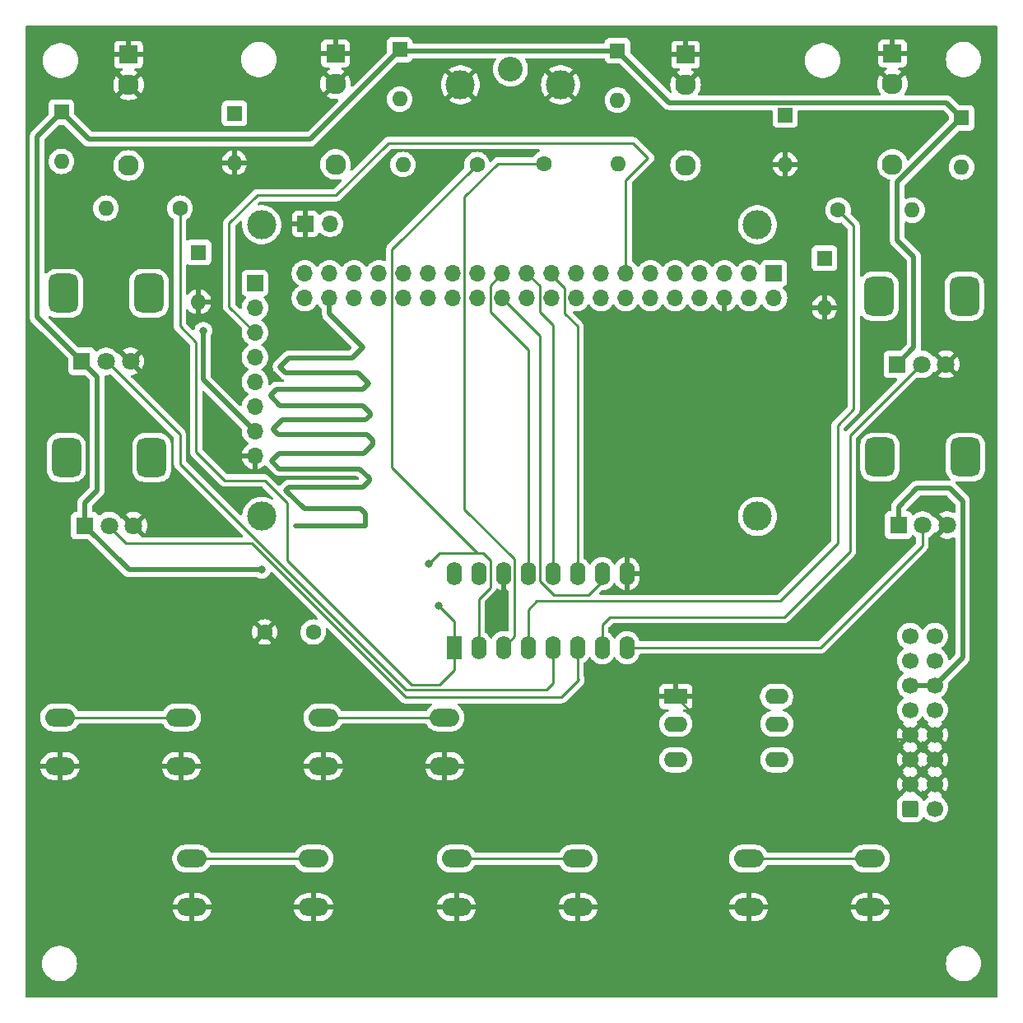
<source format=gbl>
G04 #@! TF.GenerationSoftware,KiCad,Pcbnew,8.0.5*
G04 #@! TF.CreationDate,2025-04-09T15:30:52+10:00*
G04 #@! TF.ProjectId,recurBOY,72656375-7242-44f5-992e-6b696361645f,v1_1_0*
G04 #@! TF.SameCoordinates,Original*
G04 #@! TF.FileFunction,Copper,L2,Bot*
G04 #@! TF.FilePolarity,Positive*
%FSLAX46Y46*%
G04 Gerber Fmt 4.6, Leading zero omitted, Abs format (unit mm)*
G04 Created by KiCad (PCBNEW 8.0.5) date 2025-04-09 15:30:52*
%MOMM*%
%LPD*%
G01*
G04 APERTURE LIST*
G04 Aperture macros list*
%AMRoundRect*
0 Rectangle with rounded corners*
0 $1 Rounding radius*
0 $2 $3 $4 $5 $6 $7 $8 $9 X,Y pos of 4 corners*
0 Add a 4 corners polygon primitive as box body*
4,1,4,$2,$3,$4,$5,$6,$7,$8,$9,$2,$3,0*
0 Add four circle primitives for the rounded corners*
1,1,$1+$1,$2,$3*
1,1,$1+$1,$4,$5*
1,1,$1+$1,$6,$7*
1,1,$1+$1,$8,$9*
0 Add four rect primitives between the rounded corners*
20,1,$1+$1,$2,$3,$4,$5,0*
20,1,$1+$1,$4,$5,$6,$7,0*
20,1,$1+$1,$6,$7,$8,$9,0*
20,1,$1+$1,$8,$9,$2,$3,0*%
G04 Aperture macros list end*
G04 #@! TA.AperFunction,ComponentPad*
%ADD10C,2.130000*%
G04 #@! TD*
G04 #@! TA.AperFunction,ComponentPad*
%ADD11R,1.930000X1.830000*%
G04 #@! TD*
G04 #@! TA.AperFunction,ComponentPad*
%ADD12O,1.700000X1.700000*%
G04 #@! TD*
G04 #@! TA.AperFunction,ComponentPad*
%ADD13R,1.700000X1.700000*%
G04 #@! TD*
G04 #@! TA.AperFunction,WasherPad*
%ADD14C,3.000000*%
G04 #@! TD*
G04 #@! TA.AperFunction,ComponentPad*
%ADD15R,2.400000X1.600000*%
G04 #@! TD*
G04 #@! TA.AperFunction,ComponentPad*
%ADD16O,2.400000X1.600000*%
G04 #@! TD*
G04 #@! TA.AperFunction,ComponentPad*
%ADD17O,1.600000X1.600000*%
G04 #@! TD*
G04 #@! TA.AperFunction,ComponentPad*
%ADD18C,1.600000*%
G04 #@! TD*
G04 #@! TA.AperFunction,ComponentPad*
%ADD19C,1.800000*%
G04 #@! TD*
G04 #@! TA.AperFunction,ComponentPad*
%ADD20R,1.800000X1.800000*%
G04 #@! TD*
G04 #@! TA.AperFunction,WasherPad*
%ADD21RoundRect,0.750000X0.750000X-1.250000X0.750000X1.250000X-0.750000X1.250000X-0.750000X-1.250000X0*%
G04 #@! TD*
G04 #@! TA.AperFunction,ComponentPad*
%ADD22R,1.600000X2.400000*%
G04 #@! TD*
G04 #@! TA.AperFunction,ComponentPad*
%ADD23O,1.600000X2.400000*%
G04 #@! TD*
G04 #@! TA.AperFunction,ComponentPad*
%ADD24C,3.000000*%
G04 #@! TD*
G04 #@! TA.AperFunction,ComponentPad*
%ADD25C,2.550000*%
G04 #@! TD*
G04 #@! TA.AperFunction,ComponentPad*
%ADD26O,3.048000X1.850000*%
G04 #@! TD*
G04 #@! TA.AperFunction,ComponentPad*
%ADD27C,1.700000*%
G04 #@! TD*
G04 #@! TA.AperFunction,ComponentPad*
%ADD28RoundRect,0.250000X-0.600000X-0.600000X0.600000X-0.600000X0.600000X0.600000X-0.600000X0.600000X0*%
G04 #@! TD*
G04 #@! TA.AperFunction,ComponentPad*
%ADD29R,1.600000X1.600000*%
G04 #@! TD*
G04 #@! TA.AperFunction,ViaPad*
%ADD30C,0.800000*%
G04 #@! TD*
G04 #@! TA.AperFunction,Conductor*
%ADD31C,0.250000*%
G04 #@! TD*
G04 #@! TA.AperFunction,Conductor*
%ADD32C,0.500000*%
G04 #@! TD*
G04 APERTURE END LIST*
D10*
X115600000Y-41100000D03*
X115600000Y-49400000D03*
D11*
X115600000Y-38000000D03*
D10*
X136900000Y-41000000D03*
X136900000Y-49300000D03*
D11*
X136900000Y-37900000D03*
D10*
X172900000Y-41100000D03*
X172900000Y-49400000D03*
D11*
X172900000Y-38000000D03*
D10*
X194200000Y-41000000D03*
X194200000Y-49300000D03*
D11*
X194200000Y-37900000D03*
D12*
X128600000Y-79280000D03*
X128600000Y-76740000D03*
X128600000Y-74200000D03*
X128600000Y-71660000D03*
X128600000Y-69120000D03*
X128600000Y-66580000D03*
X128600000Y-64040000D03*
D13*
X128600000Y-61500000D03*
D14*
X180300000Y-85500000D03*
X180300000Y-55500000D03*
X129300000Y-85500000D03*
X129300000Y-55500000D03*
D12*
X136340000Y-55400000D03*
D13*
X133800000Y-55400000D03*
D12*
X133740000Y-63040000D03*
X133740000Y-60500000D03*
X136280000Y-63040000D03*
X136280000Y-60500000D03*
X138820000Y-63040000D03*
X138820000Y-60500000D03*
X141360000Y-63040000D03*
X141360000Y-60500000D03*
X143900000Y-63040000D03*
X143900000Y-60500000D03*
X146440000Y-63040000D03*
X146440000Y-60500000D03*
X148980000Y-63040000D03*
X148980000Y-60500000D03*
X151520000Y-63040000D03*
X151520000Y-60500000D03*
X154060000Y-63040000D03*
X154060000Y-60500000D03*
X156600000Y-63040000D03*
X156600000Y-60500000D03*
X159140000Y-63040000D03*
X159140000Y-60500000D03*
X161680000Y-63040000D03*
X161680000Y-60500000D03*
X164220000Y-63040000D03*
X164220000Y-60500000D03*
X166760000Y-63040000D03*
X166760000Y-60500000D03*
X169300000Y-63040000D03*
X169300000Y-60500000D03*
X171840000Y-63040000D03*
X171840000Y-60500000D03*
X174380000Y-63040000D03*
X174380000Y-60500000D03*
X176920000Y-63040000D03*
X176920000Y-60500000D03*
X179460000Y-63040000D03*
X179460000Y-60500000D03*
X182000000Y-63040000D03*
D13*
X182000000Y-60500000D03*
D15*
X171900000Y-104050000D03*
D16*
X171900000Y-106850000D03*
X171900000Y-110550000D03*
X182270000Y-104050000D03*
X182300000Y-106850000D03*
X182300000Y-110550000D03*
D17*
X113280000Y-53800000D03*
D18*
X120900000Y-53800000D03*
D17*
X143830000Y-49300000D03*
D18*
X151450000Y-49300000D03*
D17*
X165970000Y-49200000D03*
D18*
X158350000Y-49200000D03*
D17*
X196220000Y-54000000D03*
D18*
X188600000Y-54000000D03*
D19*
X115800000Y-69550000D03*
X113300000Y-69550000D03*
D20*
X110800000Y-69550000D03*
D21*
X117700000Y-62550000D03*
X108900000Y-62550000D03*
D19*
X116100000Y-86450000D03*
X113600000Y-86450000D03*
D20*
X111100000Y-86450000D03*
D21*
X118000000Y-79450000D03*
X109200000Y-79450000D03*
D19*
X199700000Y-69850000D03*
X197200000Y-69850000D03*
D20*
X194700000Y-69850000D03*
D21*
X201600000Y-62850000D03*
X192800000Y-62850000D03*
D19*
X199800000Y-86400000D03*
X197300000Y-86400000D03*
D20*
X194800000Y-86400000D03*
D21*
X201700000Y-79400000D03*
X192900000Y-79400000D03*
D22*
X149081250Y-99000000D03*
D23*
X151621250Y-99000000D03*
X154161250Y-99000000D03*
X156701250Y-99000000D03*
X159241250Y-99000000D03*
X161781250Y-99000000D03*
X164321250Y-99000000D03*
X166861250Y-99000000D03*
X166861250Y-91380000D03*
X164321250Y-91380000D03*
X161781250Y-91380000D03*
X159241250Y-91380000D03*
X156701250Y-91380000D03*
X154161250Y-91380000D03*
X151621250Y-91380000D03*
X149081250Y-91380000D03*
D24*
X160050000Y-41100000D03*
X149750000Y-41100000D03*
D25*
X154900000Y-39500000D03*
D26*
X191900000Y-125700000D03*
X179400000Y-125700000D03*
X191900000Y-120700000D03*
X179400000Y-120700000D03*
X121040000Y-111200000D03*
X108540000Y-111200000D03*
X121040000Y-106200000D03*
X108540000Y-106200000D03*
X134640000Y-125700000D03*
X122140000Y-125700000D03*
X134640000Y-120700000D03*
X122140000Y-120700000D03*
X148140000Y-111200000D03*
X135640000Y-111200000D03*
X148140000Y-106200000D03*
X135640000Y-106200000D03*
X161840000Y-125700000D03*
X149340000Y-125700000D03*
X161840000Y-120700000D03*
X149340000Y-120700000D03*
D27*
X198540000Y-97800000D03*
X196000000Y-97800000D03*
X198540000Y-100340000D03*
X196000000Y-100340000D03*
X198540000Y-102880000D03*
X196000000Y-102880000D03*
X198540000Y-105420000D03*
X196000000Y-105420000D03*
X198540000Y-107960000D03*
X196000000Y-107960000D03*
X198540000Y-110500000D03*
X196000000Y-110500000D03*
X198540000Y-113040000D03*
X196000000Y-113040000D03*
X198540000Y-115580000D03*
D28*
X196000000Y-115580000D03*
D17*
X187200000Y-64030000D03*
D29*
X187200000Y-58950000D03*
D17*
X201300000Y-49580000D03*
D29*
X201300000Y-44500000D03*
D17*
X183150000Y-49280000D03*
D29*
X183150000Y-44200000D03*
D17*
X165900000Y-42680000D03*
D29*
X165900000Y-37600000D03*
D17*
X126500000Y-49130000D03*
D29*
X126500000Y-44050000D03*
D17*
X143500000Y-42580000D03*
D29*
X143500000Y-37500000D03*
D17*
X122800000Y-63430000D03*
D29*
X122800000Y-58350000D03*
D17*
X108700000Y-48980000D03*
D29*
X108700000Y-43900000D03*
D18*
X129600000Y-97400000D03*
X134600000Y-97400000D03*
D30*
X123300000Y-66400000D03*
X129300000Y-91000000D03*
X147500000Y-94700000D03*
X146500000Y-90400000D03*
D31*
X150155000Y-52645000D02*
X150155000Y-84700000D01*
X154161250Y-99000000D02*
X155300000Y-97861250D01*
X155300000Y-97861250D02*
X155300000Y-89900000D01*
X155300000Y-89900000D02*
X150155000Y-84755000D01*
X150155000Y-84755000D02*
X150155000Y-84700000D01*
X151621250Y-99000000D02*
X151621250Y-93978750D01*
X152800000Y-90000000D02*
X152083880Y-89283880D01*
X151621250Y-93978750D02*
X152800000Y-92800000D01*
X152800000Y-92800000D02*
X152800000Y-90000000D01*
X152083880Y-89283880D02*
X151516120Y-89283880D01*
D32*
X201300000Y-44500000D02*
X199750000Y-42950000D01*
X194700000Y-51100000D02*
X201300000Y-44500000D01*
X196400000Y-68150000D02*
X196400000Y-58800000D01*
X111100000Y-84100000D02*
X111100000Y-86450000D01*
X112400000Y-71150000D02*
X112400000Y-82800000D01*
X196400000Y-58800000D02*
X194700000Y-57100000D01*
X106200000Y-46400000D02*
X108700000Y-43900000D01*
X111100000Y-86450000D02*
X115650000Y-91000000D01*
X134300000Y-46700000D02*
X111500000Y-46700000D01*
X198540000Y-102880000D02*
X196000000Y-102880000D01*
X194700000Y-69850000D02*
X196400000Y-68150000D01*
X194700000Y-57100000D02*
X194700000Y-51100000D01*
X199750000Y-42950000D02*
X171250000Y-42950000D01*
X171250000Y-42950000D02*
X165900000Y-37600000D01*
X143600000Y-37600000D02*
X143500000Y-37500000D01*
X110800000Y-69550000D02*
X107150000Y-65900000D01*
X201400000Y-99400000D02*
X201400000Y-100020000D01*
X201400000Y-99400000D02*
X201400000Y-83900000D01*
X194800000Y-84500000D02*
X194800000Y-86400000D01*
X201400000Y-100020000D02*
X198540000Y-102880000D01*
X115650000Y-91000000D02*
X129300000Y-91000000D01*
X110800000Y-69550000D02*
X112400000Y-71150000D01*
X123300000Y-71440000D02*
X123300000Y-66400000D01*
X134300000Y-46700000D02*
X143500000Y-37500000D01*
X107100000Y-65900000D02*
X106200000Y-65000000D01*
X200100000Y-82600000D02*
X196700000Y-82600000D01*
X196700000Y-82600000D02*
X194800000Y-84500000D01*
X201400000Y-83900000D02*
X200100000Y-82600000D01*
X107150000Y-65900000D02*
X107100000Y-65900000D01*
X106200000Y-65000000D02*
X106200000Y-46400000D01*
X165900000Y-37600000D02*
X143600000Y-37600000D01*
X128600000Y-76740000D02*
X123300000Y-71440000D01*
X112400000Y-82800000D02*
X111100000Y-84100000D01*
X111500000Y-46700000D02*
X108700000Y-43900000D01*
D31*
X176250000Y-108400000D02*
X195560000Y-108400000D01*
X195560000Y-108400000D02*
X196000000Y-107960000D01*
X171900000Y-104050000D02*
X176250000Y-108400000D01*
X128850000Y-52450000D02*
X136950000Y-52450000D01*
X128600000Y-66580000D02*
X125950000Y-63930000D01*
X125950000Y-55350000D02*
X128850000Y-52450000D01*
X125950000Y-63930000D02*
X125950000Y-55350000D01*
X142300000Y-47100000D02*
X167500000Y-47100000D01*
X136950000Y-52450000D02*
X142300000Y-47100000D01*
X167500000Y-47100000D02*
X169000000Y-48600000D01*
X169050000Y-48600000D02*
X166760000Y-50890000D01*
X169000000Y-48600000D02*
X169050000Y-48600000D01*
X166760000Y-50890000D02*
X166760000Y-60500000D01*
D32*
X131100000Y-79000000D02*
X130300000Y-79800000D01*
X140400000Y-81800000D02*
X139700000Y-82500000D01*
X140000000Y-85200000D02*
X140000000Y-86500000D01*
X139800000Y-79000000D02*
X131100000Y-79000000D01*
X130200000Y-73100000D02*
X131200000Y-74100000D01*
X140700000Y-77700000D02*
X140700000Y-78100000D01*
X136280000Y-63040000D02*
X136280000Y-64680000D01*
X140700000Y-78100000D02*
X139800000Y-79000000D01*
X139700000Y-82500000D02*
X132100000Y-82500000D01*
X140000000Y-86500000D02*
X132800000Y-86500000D01*
X132100000Y-69200000D02*
X131200000Y-70100000D01*
X130500000Y-76600000D02*
X131000000Y-77100000D01*
X139500000Y-84700000D02*
X140000000Y-85200000D01*
X131800000Y-70700000D02*
X139200000Y-70700000D01*
X140000000Y-75600000D02*
X131400000Y-75600000D01*
X140100000Y-77100000D02*
X140700000Y-77700000D01*
X130300000Y-79800000D02*
X131100000Y-80600000D01*
X139700000Y-72400000D02*
X130800000Y-72400000D01*
X139700000Y-68100000D02*
X138600000Y-69200000D01*
X130200000Y-73000000D02*
X130200000Y-73100000D01*
X136280000Y-64680000D02*
X139700000Y-68100000D01*
X139200000Y-70700000D02*
X140300000Y-71800000D01*
X140500000Y-74900000D02*
X140500000Y-75100000D01*
X140400000Y-81600000D02*
X140400000Y-81800000D01*
X131100000Y-80600000D02*
X139400000Y-80600000D01*
X132100000Y-82500000D02*
X131800000Y-82800000D01*
X139400000Y-80600000D02*
X140400000Y-81600000D01*
X131800000Y-82800000D02*
X133700000Y-84700000D01*
X133700000Y-84700000D02*
X139500000Y-84700000D01*
X130800000Y-72400000D02*
X130200000Y-73000000D01*
X131000000Y-77100000D02*
X140100000Y-77100000D01*
X131200000Y-70100000D02*
X131800000Y-70700000D01*
X140300000Y-71800000D02*
X139700000Y-72400000D01*
X131200000Y-74100000D02*
X139700000Y-74100000D01*
X131400000Y-75600000D02*
X130500000Y-76500000D01*
X138600000Y-69200000D02*
X132100000Y-69200000D01*
X140500000Y-75100000D02*
X140000000Y-75600000D01*
X130500000Y-76500000D02*
X130500000Y-76600000D01*
X139700000Y-74100000D02*
X140500000Y-74900000D01*
D31*
X157900000Y-64450000D02*
X157900000Y-61800000D01*
X157900000Y-61800000D02*
X156600000Y-60500000D01*
X157900000Y-64450000D02*
X159241250Y-65791250D01*
X159241250Y-65791250D02*
X159241250Y-91380000D01*
X154060000Y-63040000D02*
X157914926Y-66894926D01*
X164321250Y-92178750D02*
X164321250Y-91380000D01*
X157914926Y-66894926D02*
X157914926Y-92114926D01*
X159400000Y-93600000D02*
X162900000Y-93600000D01*
X157914926Y-92114926D02*
X159400000Y-93600000D01*
X162900000Y-93600000D02*
X164321250Y-92178750D01*
X159140000Y-60640000D02*
X160500000Y-62000000D01*
X160500000Y-62000000D02*
X160500000Y-64650000D01*
X160500000Y-64650000D02*
X161781250Y-65931250D01*
X161781250Y-65931250D02*
X161781250Y-91380000D01*
X152800000Y-64500000D02*
X152800000Y-61760000D01*
X152800000Y-61760000D02*
X154060000Y-60500000D01*
X156701250Y-68401250D02*
X156701250Y-91380000D01*
X152800000Y-64500000D02*
X156701250Y-68401250D01*
X120900000Y-53800000D02*
X120900000Y-65950000D01*
X131900000Y-90000000D02*
X144700000Y-102800000D01*
X122550000Y-67600000D02*
X122550000Y-78850000D01*
X147500000Y-94700000D02*
X149081250Y-96281250D01*
X122550000Y-78850000D02*
X125500000Y-81800000D01*
X149081250Y-96281250D02*
X149081250Y-99000000D01*
X147600000Y-102800000D02*
X149081250Y-101318750D01*
X144700000Y-102800000D02*
X147600000Y-102800000D01*
X149081250Y-101318750D02*
X149081250Y-99000000D01*
X120900000Y-65950000D02*
X122550000Y-67600000D01*
X129600000Y-81800000D02*
X131900000Y-84100000D01*
X131900000Y-84100000D02*
X131900000Y-90000000D01*
X125500000Y-81800000D02*
X129600000Y-81800000D01*
X151450000Y-49300000D02*
X142700000Y-58050000D01*
X147616120Y-89283880D02*
X151516120Y-89283880D01*
X146500000Y-90400000D02*
X147616120Y-89283880D01*
X142700000Y-80467760D02*
X151516120Y-89283880D01*
X142700000Y-58050000D02*
X142700000Y-80467760D01*
X153600000Y-49200000D02*
X153550000Y-49200000D01*
X158350000Y-49200000D02*
X153600000Y-49200000D01*
X153600000Y-49200000D02*
X150155000Y-52645000D01*
X188550000Y-88300000D02*
X182650000Y-94200000D01*
X190200000Y-74500000D02*
X188550000Y-76150000D01*
X157600000Y-94200000D02*
X156701250Y-95098750D01*
X188600000Y-54000000D02*
X190200000Y-55600000D01*
X156701250Y-95098750D02*
X156701250Y-99000000D01*
X182650000Y-94200000D02*
X157600000Y-94200000D01*
X188550000Y-76150000D02*
X188550000Y-88300000D01*
X190200000Y-55600000D02*
X190200000Y-74500000D01*
X120900000Y-77100000D02*
X120900000Y-80100000D01*
X159241250Y-102658750D02*
X159241250Y-99000000D01*
X144100000Y-103300000D02*
X158600000Y-103300000D01*
X120900000Y-80100000D02*
X144100000Y-103300000D01*
X113350000Y-69550000D02*
X120900000Y-77100000D01*
X158600000Y-103300000D02*
X159241250Y-102658750D01*
X115350000Y-88300000D02*
X128300000Y-88300000D01*
X144100000Y-104100000D02*
X160100000Y-104100000D01*
X113550000Y-86500000D02*
X115350000Y-88300000D01*
X128300000Y-88300000D02*
X144100000Y-104100000D01*
X161900000Y-102300000D02*
X161781250Y-102181250D01*
X161781250Y-102181250D02*
X161781250Y-99000000D01*
X160100000Y-104100000D02*
X161900000Y-102300000D01*
X164321250Y-96678750D02*
X164321250Y-99000000D01*
X165150000Y-95850000D02*
X164321250Y-96678750D01*
X189800000Y-77200000D02*
X189800000Y-89100000D01*
X197150000Y-69850000D02*
X189800000Y-77200000D01*
X183050000Y-95850000D02*
X165150000Y-95850000D01*
X189800000Y-89100000D02*
X183050000Y-95850000D01*
X197250000Y-88500000D02*
X186750000Y-99000000D01*
X197250000Y-86400000D02*
X197250000Y-88500000D01*
X186750000Y-99000000D02*
X166861250Y-99000000D01*
X135640000Y-106200000D02*
X148140000Y-106200000D01*
X122140000Y-120700000D02*
X134640000Y-120700000D01*
X108540000Y-106200000D02*
X121040000Y-106200000D01*
X179400000Y-120700000D02*
X191900000Y-120700000D01*
X149340000Y-120700000D02*
X161840000Y-120700000D01*
G04 #@! TA.AperFunction,Conductor*
G36*
X198074075Y-113232993D02*
G01*
X198139901Y-113347007D01*
X198232993Y-113440099D01*
X198347007Y-113505925D01*
X198415051Y-113524157D01*
X197774310Y-114164898D01*
X197794697Y-114180766D01*
X197794705Y-114180771D01*
X197828207Y-114198902D01*
X197878597Y-114248915D01*
X197893949Y-114318232D01*
X197869388Y-114384845D01*
X197828207Y-114420528D01*
X197794430Y-114438807D01*
X197794424Y-114438811D01*
X197616759Y-114577094D01*
X197503483Y-114700143D01*
X197442630Y-114736714D01*
X197371666Y-114734579D01*
X197313121Y-114694417D01*
X197296144Y-114663481D01*
X197295217Y-114663914D01*
X197292116Y-114657266D01*
X197292115Y-114657262D01*
X197199030Y-114506348D01*
X197199029Y-114506347D01*
X197199024Y-114506341D01*
X197073658Y-114380975D01*
X197073652Y-114380970D01*
X197056703Y-114370516D01*
X196922738Y-114287885D01*
X196922734Y-114287883D01*
X196922735Y-114287883D01*
X196853511Y-114264945D01*
X196795139Y-114224531D01*
X196773662Y-114172873D01*
X196124947Y-113524158D01*
X196192993Y-113505925D01*
X196307007Y-113440099D01*
X196400099Y-113347007D01*
X196465925Y-113232993D01*
X196484158Y-113164947D01*
X197123077Y-113803866D01*
X197123078Y-113803866D01*
X197164516Y-113740441D01*
X197218519Y-113694352D01*
X197288867Y-113684777D01*
X197353225Y-113714754D01*
X197375482Y-113740440D01*
X197416921Y-113803866D01*
X198055841Y-113164946D01*
X198074075Y-113232993D01*
G37*
G04 #@! TD.AperFunction*
G04 #@! TA.AperFunction,Conductor*
G36*
X198074075Y-110692993D02*
G01*
X198139901Y-110807007D01*
X198232993Y-110900099D01*
X198347007Y-110965925D01*
X198415051Y-110984157D01*
X197774310Y-111624898D01*
X197794697Y-111640766D01*
X197794705Y-111640771D01*
X197828731Y-111659185D01*
X197879122Y-111709197D01*
X197894475Y-111778514D01*
X197869915Y-111845127D01*
X197828735Y-111880811D01*
X197794705Y-111899227D01*
X197794693Y-111899235D01*
X197774311Y-111915099D01*
X197774310Y-111915100D01*
X198415052Y-112555842D01*
X198347007Y-112574075D01*
X198232993Y-112639901D01*
X198139901Y-112732993D01*
X198074075Y-112847007D01*
X198055842Y-112915052D01*
X197416921Y-112276131D01*
X197416920Y-112276132D01*
X197375482Y-112339558D01*
X197321479Y-112385647D01*
X197251131Y-112395222D01*
X197186773Y-112365245D01*
X197164516Y-112339558D01*
X197123078Y-112276132D01*
X196484157Y-112915051D01*
X196465925Y-112847007D01*
X196400099Y-112732993D01*
X196307007Y-112639901D01*
X196192993Y-112574075D01*
X196124947Y-112555841D01*
X196765688Y-111915100D01*
X196765687Y-111915099D01*
X196745308Y-111899237D01*
X196745298Y-111899231D01*
X196711267Y-111880814D01*
X196660876Y-111830801D01*
X196645524Y-111761484D01*
X196670085Y-111694871D01*
X196711268Y-111659186D01*
X196745294Y-111640772D01*
X196745298Y-111640769D01*
X196765688Y-111624898D01*
X196124947Y-110984157D01*
X196192993Y-110965925D01*
X196307007Y-110900099D01*
X196400099Y-110807007D01*
X196465925Y-110692993D01*
X196484158Y-110624947D01*
X197123077Y-111263866D01*
X197123078Y-111263866D01*
X197164516Y-111200441D01*
X197218519Y-111154352D01*
X197288867Y-111144777D01*
X197353225Y-111174754D01*
X197375482Y-111200440D01*
X197416921Y-111263866D01*
X198055841Y-110624946D01*
X198074075Y-110692993D01*
G37*
G04 #@! TD.AperFunction*
G04 #@! TA.AperFunction,Conductor*
G36*
X198074075Y-108152993D02*
G01*
X198139901Y-108267007D01*
X198232993Y-108360099D01*
X198347007Y-108425925D01*
X198415051Y-108444157D01*
X197774310Y-109084898D01*
X197794697Y-109100766D01*
X197794705Y-109100771D01*
X197828731Y-109119185D01*
X197879122Y-109169197D01*
X197894475Y-109238514D01*
X197869915Y-109305127D01*
X197828735Y-109340811D01*
X197794705Y-109359227D01*
X197794693Y-109359235D01*
X197774311Y-109375099D01*
X197774310Y-109375100D01*
X198415052Y-110015842D01*
X198347007Y-110034075D01*
X198232993Y-110099901D01*
X198139901Y-110192993D01*
X198074075Y-110307007D01*
X198055842Y-110375052D01*
X197416921Y-109736131D01*
X197416920Y-109736132D01*
X197375482Y-109799558D01*
X197321479Y-109845647D01*
X197251131Y-109855222D01*
X197186773Y-109825245D01*
X197164516Y-109799558D01*
X197123078Y-109736132D01*
X196484157Y-110375051D01*
X196465925Y-110307007D01*
X196400099Y-110192993D01*
X196307007Y-110099901D01*
X196192993Y-110034075D01*
X196124947Y-110015841D01*
X196765688Y-109375100D01*
X196765687Y-109375099D01*
X196745308Y-109359237D01*
X196745298Y-109359231D01*
X196711267Y-109340814D01*
X196660876Y-109290801D01*
X196645524Y-109221484D01*
X196670085Y-109154871D01*
X196711268Y-109119186D01*
X196745294Y-109100772D01*
X196745298Y-109100769D01*
X196765688Y-109084898D01*
X196124947Y-108444157D01*
X196192993Y-108425925D01*
X196307007Y-108360099D01*
X196400099Y-108267007D01*
X196465925Y-108152993D01*
X196484158Y-108084947D01*
X197123077Y-108723866D01*
X197123078Y-108723866D01*
X197164516Y-108660441D01*
X197218519Y-108614352D01*
X197288867Y-108604777D01*
X197353225Y-108634754D01*
X197375482Y-108660440D01*
X197416921Y-108723866D01*
X198055841Y-108084946D01*
X198074075Y-108152993D01*
G37*
G04 #@! TD.AperFunction*
G04 #@! TA.AperFunction,Conductor*
G36*
X197353225Y-106095669D02*
G01*
X197375480Y-106121353D01*
X197403469Y-106164193D01*
X197464275Y-106257265D01*
X197464279Y-106257270D01*
X197616762Y-106422908D01*
X197671331Y-106465381D01*
X197794424Y-106561189D01*
X197828205Y-106579470D01*
X197878596Y-106629482D01*
X197893949Y-106698799D01*
X197869389Y-106765412D01*
X197828208Y-106801097D01*
X197794700Y-106819230D01*
X197794693Y-106819235D01*
X197774311Y-106835099D01*
X197774310Y-106835100D01*
X198415052Y-107475842D01*
X198347007Y-107494075D01*
X198232993Y-107559901D01*
X198139901Y-107652993D01*
X198074075Y-107767007D01*
X198055842Y-107835052D01*
X197416921Y-107196131D01*
X197416920Y-107196132D01*
X197375482Y-107259558D01*
X197321479Y-107305647D01*
X197251131Y-107315222D01*
X197186773Y-107285245D01*
X197164516Y-107259558D01*
X197123078Y-107196132D01*
X196484157Y-107835051D01*
X196465925Y-107767007D01*
X196400099Y-107652993D01*
X196307007Y-107559901D01*
X196192993Y-107494075D01*
X196124947Y-107475841D01*
X196765688Y-106835100D01*
X196765687Y-106835099D01*
X196745308Y-106819237D01*
X196745298Y-106819231D01*
X196711791Y-106801097D01*
X196661401Y-106751083D01*
X196646050Y-106681766D01*
X196670612Y-106615153D01*
X196711790Y-106579472D01*
X196745576Y-106561189D01*
X196923240Y-106422906D01*
X197075722Y-106257268D01*
X197164518Y-106121354D01*
X197218520Y-106075268D01*
X197288868Y-106065692D01*
X197353225Y-106095669D01*
G37*
G04 #@! TD.AperFunction*
G04 #@! TA.AperFunction,Conductor*
G36*
X154415250Y-93064074D02*
G01*
X154467532Y-93055794D01*
X154467540Y-93055792D01*
X154501563Y-93044738D01*
X154572531Y-93042710D01*
X154633329Y-93079373D01*
X154664654Y-93143085D01*
X154666500Y-93164571D01*
X154666500Y-97214903D01*
X154646498Y-97283024D01*
X154592842Y-97329517D01*
X154522568Y-97339621D01*
X154501565Y-97334737D01*
X154467658Y-97323720D01*
X154264231Y-97291500D01*
X154058269Y-97291500D01*
X153854842Y-97323720D01*
X153854840Y-97323720D01*
X153854837Y-97323721D01*
X153658964Y-97387364D01*
X153658958Y-97387367D01*
X153475443Y-97480873D01*
X153308817Y-97601934D01*
X153308814Y-97601936D01*
X153163186Y-97747564D01*
X153163184Y-97747567D01*
X153042123Y-97914193D01*
X153003517Y-97989962D01*
X152954768Y-98041577D01*
X152885853Y-98058643D01*
X152818652Y-98035742D01*
X152778983Y-97989962D01*
X152740379Y-97914197D01*
X152619318Y-97747570D01*
X152619315Y-97747567D01*
X152619313Y-97747564D01*
X152473685Y-97601936D01*
X152473682Y-97601934D01*
X152473680Y-97601932D01*
X152307056Y-97480873D01*
X152306689Y-97480606D01*
X152263335Y-97424384D01*
X152254750Y-97378670D01*
X152254750Y-94293344D01*
X152274752Y-94225223D01*
X152291655Y-94204249D01*
X152787978Y-93707926D01*
X153292071Y-93203833D01*
X153361400Y-93100075D01*
X153398034Y-93011632D01*
X153442581Y-92956352D01*
X153509944Y-92933931D01*
X153571645Y-92947584D01*
X153659150Y-92992170D01*
X153659156Y-92992173D01*
X153854955Y-93055791D01*
X153854967Y-93055794D01*
X153907249Y-93064074D01*
X153907250Y-93064074D01*
X153907250Y-91691686D01*
X153915644Y-91700080D01*
X154006856Y-91752741D01*
X154108589Y-91780000D01*
X154213911Y-91780000D01*
X154315644Y-91752741D01*
X154406856Y-91700080D01*
X154415250Y-91691686D01*
X154415250Y-93064074D01*
G37*
G04 #@! TD.AperFunction*
G04 #@! TA.AperFunction,Conductor*
G36*
X153349520Y-38378502D02*
G01*
X153396013Y-38432158D01*
X153406117Y-38502432D01*
X153390518Y-38547500D01*
X153288614Y-38724000D01*
X153288612Y-38724004D01*
X153190958Y-38972826D01*
X153190957Y-38972828D01*
X153131475Y-39233434D01*
X153111499Y-39500000D01*
X153131475Y-39766565D01*
X153190957Y-40027171D01*
X153190958Y-40027173D01*
X153288612Y-40275995D01*
X153288614Y-40275999D01*
X153422268Y-40507494D01*
X153422270Y-40507497D01*
X153422271Y-40507498D01*
X153461738Y-40556988D01*
X153588939Y-40716494D01*
X153687896Y-40808311D01*
X153784888Y-40898306D01*
X153784894Y-40898310D01*
X154005740Y-41048881D01*
X154005744Y-41048883D01*
X154005750Y-41048887D01*
X154246587Y-41164869D01*
X154415402Y-41216941D01*
X154502010Y-41243657D01*
X154502012Y-41243657D01*
X154502021Y-41243660D01*
X154766345Y-41283500D01*
X154766349Y-41283500D01*
X155033651Y-41283500D01*
X155033655Y-41283500D01*
X155297979Y-41243660D01*
X155416507Y-41207099D01*
X155553404Y-41164872D01*
X155553406Y-41164871D01*
X155553413Y-41164869D01*
X155688125Y-41099995D01*
X158037308Y-41099995D01*
X158037308Y-41100004D01*
X158056052Y-41374048D01*
X158056053Y-41374054D01*
X158111942Y-41643011D01*
X158111944Y-41643019D01*
X158203938Y-41901865D01*
X158330314Y-42145756D01*
X158330316Y-42145759D01*
X158460541Y-42330248D01*
X159185160Y-41605629D01*
X159273249Y-41737463D01*
X159412537Y-41876751D01*
X159544369Y-41964838D01*
X158820715Y-42688492D01*
X158820715Y-42688494D01*
X158889313Y-42744304D01*
X158889318Y-42744307D01*
X159124030Y-42887038D01*
X159375989Y-42996480D01*
X159640509Y-43070595D01*
X159912635Y-43107999D01*
X159912649Y-43108000D01*
X160187351Y-43108000D01*
X160187364Y-43107999D01*
X160459490Y-43070595D01*
X160724010Y-42996480D01*
X160975969Y-42887038D01*
X161210679Y-42744309D01*
X161279283Y-42688493D01*
X161279283Y-42688492D01*
X161270791Y-42680000D01*
X164586502Y-42680000D01*
X164604615Y-42887038D01*
X164606457Y-42908086D01*
X164665715Y-43129240D01*
X164665717Y-43129246D01*
X164721611Y-43249111D01*
X164762477Y-43336749D01*
X164893802Y-43524300D01*
X165055700Y-43686198D01*
X165243251Y-43817523D01*
X165450757Y-43914284D01*
X165671913Y-43973543D01*
X165900000Y-43993498D01*
X166128087Y-43973543D01*
X166349243Y-43914284D01*
X166556749Y-43817523D01*
X166744300Y-43686198D01*
X166906198Y-43524300D01*
X167037523Y-43336749D01*
X167134284Y-43129243D01*
X167193543Y-42908087D01*
X167213498Y-42680000D01*
X167193543Y-42451913D01*
X167134284Y-42230757D01*
X167037523Y-42023251D01*
X166906198Y-41835700D01*
X166744300Y-41673802D01*
X166700337Y-41643019D01*
X166556749Y-41542477D01*
X166349246Y-41445717D01*
X166349240Y-41445715D01*
X166194080Y-41404140D01*
X166128087Y-41386457D01*
X165900000Y-41366502D01*
X165671913Y-41386457D01*
X165450759Y-41445715D01*
X165450753Y-41445717D01*
X165243250Y-41542477D01*
X165055703Y-41673799D01*
X165055697Y-41673804D01*
X164893804Y-41835697D01*
X164893799Y-41835703D01*
X164762477Y-42023250D01*
X164665717Y-42230753D01*
X164665715Y-42230759D01*
X164625627Y-42380369D01*
X164606457Y-42451913D01*
X164586502Y-42680000D01*
X161270791Y-42680000D01*
X160555630Y-41964839D01*
X160687463Y-41876751D01*
X160826751Y-41737463D01*
X160914839Y-41605629D01*
X161639457Y-42330247D01*
X161769682Y-42145762D01*
X161769685Y-42145756D01*
X161896061Y-41901865D01*
X161988055Y-41643019D01*
X161988057Y-41643011D01*
X162043946Y-41374054D01*
X162043947Y-41374048D01*
X162062692Y-41100004D01*
X162062692Y-41099995D01*
X162043947Y-40825951D01*
X162043946Y-40825945D01*
X161988057Y-40556988D01*
X161988055Y-40556980D01*
X161896061Y-40298134D01*
X161769685Y-40054243D01*
X161769681Y-40054237D01*
X161639457Y-39869750D01*
X160914838Y-40594368D01*
X160826751Y-40462537D01*
X160687463Y-40323249D01*
X160555628Y-40235159D01*
X161279283Y-39511504D01*
X161210680Y-39455691D01*
X160975969Y-39312961D01*
X160724010Y-39203519D01*
X160459490Y-39129404D01*
X160187364Y-39092000D01*
X159912635Y-39092000D01*
X159640509Y-39129404D01*
X159375989Y-39203519D01*
X159124030Y-39312961D01*
X158889325Y-39455687D01*
X158820715Y-39511505D01*
X158820714Y-39511505D01*
X159544369Y-40235160D01*
X159412537Y-40323249D01*
X159273249Y-40462537D01*
X159185160Y-40594369D01*
X158460541Y-39869750D01*
X158330317Y-40054236D01*
X158203938Y-40298134D01*
X158111944Y-40556980D01*
X158111942Y-40556988D01*
X158056053Y-40825945D01*
X158056052Y-40825951D01*
X158037308Y-41099995D01*
X155688125Y-41099995D01*
X155794251Y-41048887D01*
X156015112Y-40898306D01*
X156211064Y-40716490D01*
X156377729Y-40507498D01*
X156511384Y-40276002D01*
X156513719Y-40270054D01*
X156545107Y-40190076D01*
X156609043Y-40027170D01*
X156668525Y-39766562D01*
X156688501Y-39500000D01*
X156668525Y-39233438D01*
X156609043Y-38972830D01*
X156559033Y-38845405D01*
X156511387Y-38724004D01*
X156511385Y-38724000D01*
X156439793Y-38600000D01*
X156409481Y-38547499D01*
X156392744Y-38478505D01*
X156415964Y-38411413D01*
X156471771Y-38367526D01*
X156518601Y-38358500D01*
X164468629Y-38358500D01*
X164536750Y-38378502D01*
X164583243Y-38432158D01*
X164593907Y-38471032D01*
X164598009Y-38509196D01*
X164598011Y-38509204D01*
X164649110Y-38646202D01*
X164649112Y-38646207D01*
X164736738Y-38763261D01*
X164853792Y-38850887D01*
X164853794Y-38850888D01*
X164853796Y-38850889D01*
X164896216Y-38866711D01*
X164990795Y-38901988D01*
X164990803Y-38901990D01*
X165051350Y-38908499D01*
X165051355Y-38908499D01*
X165051362Y-38908500D01*
X166083629Y-38908500D01*
X166151750Y-38928502D01*
X166172724Y-38945405D01*
X170766477Y-43539159D01*
X170766483Y-43539164D01*
X170766485Y-43539166D01*
X170888757Y-43620865D01*
X170890716Y-43622174D01*
X171028754Y-43679351D01*
X171175294Y-43708500D01*
X171175295Y-43708500D01*
X171324705Y-43708500D01*
X181715500Y-43708500D01*
X181783621Y-43728502D01*
X181830114Y-43782158D01*
X181841500Y-43834500D01*
X181841500Y-45048649D01*
X181848009Y-45109196D01*
X181848011Y-45109204D01*
X181899110Y-45246202D01*
X181899112Y-45246207D01*
X181986738Y-45363261D01*
X182103792Y-45450887D01*
X182103794Y-45450888D01*
X182103796Y-45450889D01*
X182162875Y-45472924D01*
X182240795Y-45501988D01*
X182240803Y-45501990D01*
X182301350Y-45508499D01*
X182301355Y-45508499D01*
X182301362Y-45508500D01*
X182301368Y-45508500D01*
X183998632Y-45508500D01*
X183998638Y-45508500D01*
X183998645Y-45508499D01*
X183998649Y-45508499D01*
X184059196Y-45501990D01*
X184059199Y-45501989D01*
X184059201Y-45501989D01*
X184196204Y-45450889D01*
X184251889Y-45409204D01*
X184313261Y-45363261D01*
X184400887Y-45246207D01*
X184400887Y-45246206D01*
X184400889Y-45246204D01*
X184451989Y-45109201D01*
X184453387Y-45096204D01*
X184458499Y-45048649D01*
X184458500Y-45048632D01*
X184458500Y-43834500D01*
X184478502Y-43766379D01*
X184532158Y-43719886D01*
X184584500Y-43708500D01*
X199383629Y-43708500D01*
X199451750Y-43728502D01*
X199472724Y-43745405D01*
X199954595Y-44227276D01*
X199988621Y-44289588D01*
X199991500Y-44316371D01*
X199991500Y-44683628D01*
X199971498Y-44751749D01*
X199954595Y-44772723D01*
X195897118Y-48830199D01*
X195834806Y-48864225D01*
X195763990Y-48859160D01*
X195707155Y-48816613D01*
X195691616Y-48789325D01*
X195606334Y-48583437D01*
X195476925Y-48372260D01*
X195462784Y-48355703D01*
X195316073Y-48183926D01*
X195127743Y-48023077D01*
X195127741Y-48023076D01*
X195127740Y-48023075D01*
X194916563Y-47893666D01*
X194831667Y-47858501D01*
X194687742Y-47798885D01*
X194569115Y-47770405D01*
X194446911Y-47741066D01*
X194446912Y-47741066D01*
X194200000Y-47721634D01*
X193953088Y-47741066D01*
X193712257Y-47798885D01*
X193483438Y-47893665D01*
X193272258Y-48023076D01*
X193272256Y-48023077D01*
X193083926Y-48183926D01*
X192923077Y-48372256D01*
X192923076Y-48372258D01*
X192793665Y-48583438D01*
X192698885Y-48812257D01*
X192641066Y-49053088D01*
X192635359Y-49125606D01*
X192621634Y-49300000D01*
X192641066Y-49546911D01*
X192698885Y-49787742D01*
X192793666Y-50016563D01*
X192914829Y-50214284D01*
X192923076Y-50227741D01*
X192923077Y-50227743D01*
X193083926Y-50416073D01*
X193272256Y-50576922D01*
X193272260Y-50576925D01*
X193483437Y-50706334D01*
X193712258Y-50801115D01*
X193855812Y-50835579D01*
X193917380Y-50870931D01*
X193950063Y-50933958D01*
X193949976Y-50982679D01*
X193941500Y-51025288D01*
X193941500Y-57174707D01*
X193963933Y-57287484D01*
X193970649Y-57321247D01*
X194027826Y-57459284D01*
X194110834Y-57583515D01*
X194110838Y-57583519D01*
X195604595Y-59077276D01*
X195638621Y-59139588D01*
X195641500Y-59166371D01*
X195641500Y-67783629D01*
X195621498Y-67851750D01*
X195604595Y-67872724D01*
X195072724Y-68404595D01*
X195010412Y-68438621D01*
X194983629Y-68441500D01*
X193751350Y-68441500D01*
X193690803Y-68448009D01*
X193690795Y-68448011D01*
X193553797Y-68499110D01*
X193553792Y-68499112D01*
X193436738Y-68586738D01*
X193349112Y-68703792D01*
X193349110Y-68703797D01*
X193298011Y-68840795D01*
X193298009Y-68840803D01*
X193291500Y-68901350D01*
X193291500Y-70798649D01*
X193298009Y-70859196D01*
X193298011Y-70859204D01*
X193349110Y-70996202D01*
X193349112Y-70996207D01*
X193436738Y-71113261D01*
X193553792Y-71200887D01*
X193553794Y-71200888D01*
X193553796Y-71200889D01*
X193603940Y-71219592D01*
X193690795Y-71251988D01*
X193690803Y-71251990D01*
X193751350Y-71258499D01*
X193751355Y-71258499D01*
X193751362Y-71258500D01*
X194541405Y-71258500D01*
X194609526Y-71278502D01*
X194656019Y-71332158D01*
X194666123Y-71402432D01*
X194636629Y-71467012D01*
X194630500Y-71473595D01*
X189398595Y-76705500D01*
X189336283Y-76739526D01*
X189265468Y-76734461D01*
X189208632Y-76691914D01*
X189183821Y-76625394D01*
X189183500Y-76616405D01*
X189183500Y-76464594D01*
X189203502Y-76396473D01*
X189220405Y-76375499D01*
X189937975Y-75657929D01*
X190692071Y-74903833D01*
X190761400Y-74800075D01*
X190809155Y-74684785D01*
X190833500Y-74562394D01*
X190833500Y-74437607D01*
X190833500Y-64957104D01*
X190853502Y-64888983D01*
X190907158Y-64842490D01*
X190977432Y-64832386D01*
X191042012Y-64861880D01*
X191063072Y-64885349D01*
X191080011Y-64909799D01*
X191080015Y-64909804D01*
X191240195Y-65069984D01*
X191240200Y-65069988D01*
X191426402Y-65198990D01*
X191426408Y-65198993D01*
X191426409Y-65198994D01*
X191632664Y-65292679D01*
X191852331Y-65348030D01*
X191985364Y-65358500D01*
X191985367Y-65358500D01*
X193614633Y-65358500D01*
X193614636Y-65358500D01*
X193747669Y-65348030D01*
X193967336Y-65292679D01*
X194173591Y-65198994D01*
X194268126Y-65133500D01*
X194359799Y-65069988D01*
X194359798Y-65069988D01*
X194359802Y-65069986D01*
X194519986Y-64909802D01*
X194596005Y-64800076D01*
X194648990Y-64723597D01*
X194648990Y-64723595D01*
X194648994Y-64723591D01*
X194742679Y-64517336D01*
X194798030Y-64297669D01*
X194808500Y-64164636D01*
X194808500Y-61535364D01*
X194798030Y-61402331D01*
X194742679Y-61182664D01*
X194648994Y-60976409D01*
X194648993Y-60976408D01*
X194648990Y-60976402D01*
X194519988Y-60790200D01*
X194519984Y-60790195D01*
X194359804Y-60630015D01*
X194359799Y-60630011D01*
X194173597Y-60501009D01*
X194173588Y-60501004D01*
X193967341Y-60407323D01*
X193967338Y-60407322D01*
X193967336Y-60407321D01*
X193747669Y-60351970D01*
X193614636Y-60341500D01*
X191985364Y-60341500D01*
X191852331Y-60351970D01*
X191852327Y-60351970D01*
X191852326Y-60351971D01*
X191632667Y-60407320D01*
X191632658Y-60407323D01*
X191426411Y-60501004D01*
X191426402Y-60501009D01*
X191240200Y-60630011D01*
X191240195Y-60630015D01*
X191080015Y-60790195D01*
X191080013Y-60790198D01*
X191063071Y-60814652D01*
X191007835Y-60859255D01*
X190937253Y-60866915D01*
X190873734Y-60835200D01*
X190837445Y-60774178D01*
X190833500Y-60742895D01*
X190833500Y-55537607D01*
X190833499Y-55537603D01*
X190809155Y-55415215D01*
X190795168Y-55381447D01*
X190761401Y-55299925D01*
X190692072Y-55196167D01*
X189909151Y-54413246D01*
X189875125Y-54350934D01*
X189876539Y-54291541D01*
X189893543Y-54228087D01*
X189913498Y-54000000D01*
X189893543Y-53771913D01*
X189834284Y-53550757D01*
X189737523Y-53343251D01*
X189606198Y-53155700D01*
X189444300Y-52993802D01*
X189370416Y-52942068D01*
X189256749Y-52862477D01*
X189049246Y-52765717D01*
X189049240Y-52765715D01*
X188955771Y-52740670D01*
X188828087Y-52706457D01*
X188600000Y-52686502D01*
X188371913Y-52706457D01*
X188150759Y-52765715D01*
X188150753Y-52765717D01*
X187943250Y-52862477D01*
X187755703Y-52993799D01*
X187755697Y-52993804D01*
X187593804Y-53155697D01*
X187593799Y-53155703D01*
X187462477Y-53343250D01*
X187365717Y-53550753D01*
X187365715Y-53550759D01*
X187322373Y-53712514D01*
X187306457Y-53771913D01*
X187286502Y-54000000D01*
X187306457Y-54228087D01*
X187306835Y-54229498D01*
X187365715Y-54449240D01*
X187365717Y-54449246D01*
X187462477Y-54656749D01*
X187567122Y-54806198D01*
X187593802Y-54844300D01*
X187755700Y-55006198D01*
X187943251Y-55137523D01*
X188150757Y-55234284D01*
X188371913Y-55293543D01*
X188600000Y-55313498D01*
X188828087Y-55293543D01*
X188891541Y-55276540D01*
X188962513Y-55278228D01*
X189013245Y-55309150D01*
X189529595Y-55825499D01*
X189563620Y-55887812D01*
X189566500Y-55914595D01*
X189566500Y-74185406D01*
X189546498Y-74253527D01*
X189529595Y-74274501D01*
X188057931Y-75746164D01*
X188057929Y-75746167D01*
X187988600Y-75849925D01*
X187940845Y-75965215D01*
X187931028Y-76014568D01*
X187916500Y-76087603D01*
X187916500Y-87985406D01*
X187896498Y-88053527D01*
X187879595Y-88074501D01*
X182424501Y-93529595D01*
X182362189Y-93563621D01*
X182335406Y-93566500D01*
X164133594Y-93566500D01*
X164065473Y-93546498D01*
X164018980Y-93492842D01*
X164008876Y-93422568D01*
X164038370Y-93357988D01*
X164044499Y-93351405D01*
X164270499Y-93125405D01*
X164332811Y-93091379D01*
X164359594Y-93088500D01*
X164424228Y-93088500D01*
X164424231Y-93088500D01*
X164627658Y-93056280D01*
X164823540Y-92992634D01*
X165007053Y-92899129D01*
X165173680Y-92778068D01*
X165319318Y-92632430D01*
X165440379Y-92465803D01*
X165479264Y-92389486D01*
X165528009Y-92337874D01*
X165596924Y-92320807D01*
X165664126Y-92343707D01*
X165703795Y-92389487D01*
X165742548Y-92465542D01*
X165863565Y-92632107D01*
X165863567Y-92632110D01*
X166009139Y-92777682D01*
X166009142Y-92777684D01*
X166175704Y-92898699D01*
X166359150Y-92992170D01*
X166359156Y-92992173D01*
X166554955Y-93055791D01*
X166554967Y-93055794D01*
X166607249Y-93064074D01*
X166607250Y-93064074D01*
X166607250Y-91691686D01*
X166615644Y-91700080D01*
X166706856Y-91752741D01*
X166808589Y-91780000D01*
X166913911Y-91780000D01*
X167015644Y-91752741D01*
X167106856Y-91700080D01*
X167115250Y-91691686D01*
X167115250Y-93064074D01*
X167167532Y-93055794D01*
X167167544Y-93055791D01*
X167363343Y-92992173D01*
X167363349Y-92992170D01*
X167546795Y-92898699D01*
X167713357Y-92777684D01*
X167713360Y-92777682D01*
X167858932Y-92632110D01*
X167858934Y-92632107D01*
X167979949Y-92465545D01*
X168073420Y-92282099D01*
X168073423Y-92282093D01*
X168137041Y-92086296D01*
X168169250Y-91882938D01*
X168169250Y-91634000D01*
X167172936Y-91634000D01*
X167181330Y-91625606D01*
X167233991Y-91534394D01*
X167261250Y-91432661D01*
X167261250Y-91327339D01*
X167233991Y-91225606D01*
X167181330Y-91134394D01*
X167172936Y-91126000D01*
X168169250Y-91126000D01*
X168169250Y-90877061D01*
X168137041Y-90673703D01*
X168073423Y-90477906D01*
X168073420Y-90477900D01*
X167979949Y-90294454D01*
X167858934Y-90127892D01*
X167858932Y-90127889D01*
X167713360Y-89982317D01*
X167713357Y-89982315D01*
X167546795Y-89861300D01*
X167363349Y-89767829D01*
X167363343Y-89767826D01*
X167167544Y-89704208D01*
X167167546Y-89704208D01*
X167115250Y-89695925D01*
X167115250Y-91068314D01*
X167106856Y-91059920D01*
X167015644Y-91007259D01*
X166913911Y-90980000D01*
X166808589Y-90980000D01*
X166706856Y-91007259D01*
X166615644Y-91059920D01*
X166607250Y-91068314D01*
X166607250Y-89695925D01*
X166554954Y-89704208D01*
X166359156Y-89767826D01*
X166359150Y-89767829D01*
X166175704Y-89861300D01*
X166009142Y-89982315D01*
X166009139Y-89982317D01*
X165863567Y-90127889D01*
X165863565Y-90127892D01*
X165742549Y-90294455D01*
X165703795Y-90370513D01*
X165655046Y-90422127D01*
X165586131Y-90439192D01*
X165518930Y-90416290D01*
X165479263Y-90370511D01*
X165440379Y-90294197D01*
X165319318Y-90127570D01*
X165319315Y-90127567D01*
X165319313Y-90127564D01*
X165173685Y-89981936D01*
X165173682Y-89981934D01*
X165173680Y-89981932D01*
X165010063Y-89863058D01*
X165007056Y-89860873D01*
X165007055Y-89860872D01*
X165007053Y-89860871D01*
X164823540Y-89767366D01*
X164823537Y-89767365D01*
X164823535Y-89767364D01*
X164627662Y-89703721D01*
X164627660Y-89703720D01*
X164627658Y-89703720D01*
X164424231Y-89671500D01*
X164218269Y-89671500D01*
X164014842Y-89703720D01*
X164014840Y-89703720D01*
X164014837Y-89703721D01*
X163818964Y-89767364D01*
X163818958Y-89767367D01*
X163635443Y-89860873D01*
X163468817Y-89981934D01*
X163468814Y-89981936D01*
X163323186Y-90127564D01*
X163323184Y-90127567D01*
X163202123Y-90294193D01*
X163202121Y-90294197D01*
X163174310Y-90348780D01*
X163163517Y-90369962D01*
X163114768Y-90421577D01*
X163045853Y-90438643D01*
X162978652Y-90415742D01*
X162938983Y-90369962D01*
X162900379Y-90294197D01*
X162779318Y-90127570D01*
X162779315Y-90127567D01*
X162779313Y-90127564D01*
X162633685Y-89981936D01*
X162633682Y-89981934D01*
X162633680Y-89981932D01*
X162544831Y-89917380D01*
X162466689Y-89860606D01*
X162423335Y-89804384D01*
X162414750Y-89758670D01*
X162414750Y-85499995D01*
X178286807Y-85499995D01*
X178286807Y-85500004D01*
X178305556Y-85774116D01*
X178305557Y-85774122D01*
X178305558Y-85774130D01*
X178308730Y-85789393D01*
X178361460Y-86043146D01*
X178361462Y-86043153D01*
X178453477Y-86302058D01*
X178577269Y-86540967D01*
X178579892Y-86546028D01*
X178609206Y-86587556D01*
X178738343Y-86770502D01*
X178925889Y-86971314D01*
X179139031Y-87144718D01*
X179373800Y-87287484D01*
X179373802Y-87287485D01*
X179457807Y-87323973D01*
X179625823Y-87396953D01*
X179890404Y-87471085D01*
X179985504Y-87484156D01*
X180162604Y-87508499D01*
X180162615Y-87508500D01*
X180437385Y-87508500D01*
X180437395Y-87508499D01*
X180566945Y-87490692D01*
X180709596Y-87471085D01*
X180974177Y-87396953D01*
X181226200Y-87287484D01*
X181460969Y-87144718D01*
X181674111Y-86971314D01*
X181861657Y-86770502D01*
X182020111Y-86546023D01*
X182146523Y-86302058D01*
X182238538Y-86043153D01*
X182294442Y-85774130D01*
X182300694Y-85682735D01*
X182313193Y-85500004D01*
X182313193Y-85499995D01*
X182294443Y-85225883D01*
X182294442Y-85225877D01*
X182294442Y-85225870D01*
X182238538Y-84956847D01*
X182146523Y-84697942D01*
X182020111Y-84453977D01*
X181861657Y-84229498D01*
X181674111Y-84028686D01*
X181460969Y-83855282D01*
X181226200Y-83712516D01*
X181226201Y-83712516D01*
X181226197Y-83712514D01*
X180974180Y-83603048D01*
X180974178Y-83603047D01*
X180974177Y-83603047D01*
X180751718Y-83540717D01*
X180709593Y-83528914D01*
X180437395Y-83491500D01*
X180437385Y-83491500D01*
X180162615Y-83491500D01*
X180162604Y-83491500D01*
X179890406Y-83528914D01*
X179625819Y-83603048D01*
X179373802Y-83712514D01*
X179139028Y-83855284D01*
X178925886Y-84028688D01*
X178738343Y-84229498D01*
X178579892Y-84453971D01*
X178453477Y-84697941D01*
X178361462Y-84956845D01*
X178361460Y-84956853D01*
X178335887Y-85079919D01*
X178319746Y-85157597D01*
X178305557Y-85225877D01*
X178305556Y-85225883D01*
X178286807Y-85499995D01*
X162414750Y-85499995D01*
X162414750Y-65868857D01*
X162414749Y-65868853D01*
X162390405Y-65746465D01*
X162342650Y-65631175D01*
X162273321Y-65527417D01*
X162185083Y-65439179D01*
X161337787Y-64591883D01*
X161303761Y-64529571D01*
X161308826Y-64458756D01*
X161351373Y-64401920D01*
X161417893Y-64377109D01*
X161447617Y-64378506D01*
X161523265Y-64391130D01*
X161567430Y-64398500D01*
X161567431Y-64398500D01*
X161792565Y-64398500D01*
X161792569Y-64398500D01*
X162014635Y-64361444D01*
X162227574Y-64288342D01*
X162425576Y-64181189D01*
X162603240Y-64042906D01*
X162755722Y-63877268D01*
X162755927Y-63876955D01*
X162763977Y-63864632D01*
X162844518Y-63741354D01*
X162898520Y-63695268D01*
X162968868Y-63685692D01*
X163033225Y-63715669D01*
X163055480Y-63741353D01*
X163088607Y-63792058D01*
X163144275Y-63877265D01*
X163144279Y-63877270D01*
X163296762Y-64042908D01*
X163347837Y-64082661D01*
X163474424Y-64181189D01*
X163672426Y-64288342D01*
X163672427Y-64288342D01*
X163672428Y-64288343D01*
X163774940Y-64323535D01*
X163885365Y-64361444D01*
X164107431Y-64398500D01*
X164107435Y-64398500D01*
X164332565Y-64398500D01*
X164332569Y-64398500D01*
X164554635Y-64361444D01*
X164767574Y-64288342D01*
X164965576Y-64181189D01*
X165143240Y-64042906D01*
X165295722Y-63877268D01*
X165295927Y-63876955D01*
X165303977Y-63864632D01*
X165384518Y-63741354D01*
X165438520Y-63695268D01*
X165508868Y-63685692D01*
X165573225Y-63715669D01*
X165595480Y-63741353D01*
X165628607Y-63792058D01*
X165684275Y-63877265D01*
X165684279Y-63877270D01*
X165836762Y-64042908D01*
X165887837Y-64082661D01*
X166014424Y-64181189D01*
X166212426Y-64288342D01*
X166212427Y-64288342D01*
X166212428Y-64288343D01*
X166314940Y-64323535D01*
X166425365Y-64361444D01*
X166647431Y-64398500D01*
X166647435Y-64398500D01*
X166872565Y-64398500D01*
X166872569Y-64398500D01*
X167094635Y-64361444D01*
X167307574Y-64288342D01*
X167505576Y-64181189D01*
X167683240Y-64042906D01*
X167835722Y-63877268D01*
X167835927Y-63876955D01*
X167843977Y-63864632D01*
X167924518Y-63741354D01*
X167978520Y-63695268D01*
X168048868Y-63685692D01*
X168113225Y-63715669D01*
X168135480Y-63741353D01*
X168168607Y-63792058D01*
X168224275Y-63877265D01*
X168224279Y-63877270D01*
X168376762Y-64042908D01*
X168427837Y-64082661D01*
X168554424Y-64181189D01*
X168752426Y-64288342D01*
X168752427Y-64288342D01*
X168752428Y-64288343D01*
X168854940Y-64323535D01*
X168965365Y-64361444D01*
X169187431Y-64398500D01*
X169187435Y-64398500D01*
X169412565Y-64398500D01*
X169412569Y-64398500D01*
X169634635Y-64361444D01*
X169847574Y-64288342D01*
X170045576Y-64181189D01*
X170223240Y-64042906D01*
X170375722Y-63877268D01*
X170375927Y-63876955D01*
X170383977Y-63864632D01*
X170464518Y-63741354D01*
X170518520Y-63695268D01*
X170588868Y-63685692D01*
X170653225Y-63715669D01*
X170675480Y-63741353D01*
X170708607Y-63792058D01*
X170764275Y-63877265D01*
X170764279Y-63877270D01*
X170916762Y-64042908D01*
X170967837Y-64082661D01*
X171094424Y-64181189D01*
X171292426Y-64288342D01*
X171292427Y-64288342D01*
X171292428Y-64288343D01*
X171394940Y-64323535D01*
X171505365Y-64361444D01*
X171727431Y-64398500D01*
X171727435Y-64398500D01*
X171952565Y-64398500D01*
X171952569Y-64398500D01*
X172174635Y-64361444D01*
X172387574Y-64288342D01*
X172585576Y-64181189D01*
X172763240Y-64042906D01*
X172915722Y-63877268D01*
X172915927Y-63876955D01*
X172923977Y-63864632D01*
X173004518Y-63741354D01*
X173058520Y-63695268D01*
X173128868Y-63685692D01*
X173193225Y-63715669D01*
X173215480Y-63741353D01*
X173248607Y-63792058D01*
X173304275Y-63877265D01*
X173304279Y-63877270D01*
X173456762Y-64042908D01*
X173507837Y-64082661D01*
X173634424Y-64181189D01*
X173832426Y-64288342D01*
X173832427Y-64288342D01*
X173832428Y-64288343D01*
X173934940Y-64323535D01*
X174045365Y-64361444D01*
X174267431Y-64398500D01*
X174267435Y-64398500D01*
X174492565Y-64398500D01*
X174492569Y-64398500D01*
X174714635Y-64361444D01*
X174927574Y-64288342D01*
X175125576Y-64181189D01*
X175303240Y-64042906D01*
X175455722Y-63877268D01*
X175455927Y-63876955D01*
X175504413Y-63802741D01*
X175544816Y-63740898D01*
X175598819Y-63694810D01*
X175669167Y-63685235D01*
X175733524Y-63715212D01*
X175755782Y-63740898D01*
X175844674Y-63876958D01*
X175997097Y-64042534D01*
X176174698Y-64180767D01*
X176174699Y-64180768D01*
X176372628Y-64287882D01*
X176585483Y-64360955D01*
X176585492Y-64360957D01*
X176666000Y-64374391D01*
X176666000Y-63470702D01*
X176727007Y-63505925D01*
X176854174Y-63540000D01*
X176985826Y-63540000D01*
X177112993Y-63505925D01*
X177174000Y-63470702D01*
X177174000Y-64374390D01*
X177254507Y-64360957D01*
X177254516Y-64360955D01*
X177467370Y-64287882D01*
X177665300Y-64180768D01*
X177665301Y-64180767D01*
X177842902Y-64042534D01*
X177995327Y-63876955D01*
X178084217Y-63740899D01*
X178138220Y-63694810D01*
X178208568Y-63685235D01*
X178272925Y-63715212D01*
X178295183Y-63740898D01*
X178384279Y-63877270D01*
X178536762Y-64042908D01*
X178587837Y-64082661D01*
X178714424Y-64181189D01*
X178912426Y-64288342D01*
X178912427Y-64288342D01*
X178912428Y-64288343D01*
X179014940Y-64323535D01*
X179125365Y-64361444D01*
X179347431Y-64398500D01*
X179347435Y-64398500D01*
X179572565Y-64398500D01*
X179572569Y-64398500D01*
X179794635Y-64361444D01*
X180007574Y-64288342D01*
X180205576Y-64181189D01*
X180383240Y-64042906D01*
X180535722Y-63877268D01*
X180535927Y-63876955D01*
X180543977Y-63864632D01*
X180624518Y-63741354D01*
X180678520Y-63695268D01*
X180748868Y-63685692D01*
X180813225Y-63715669D01*
X180835480Y-63741353D01*
X180868607Y-63792058D01*
X180924275Y-63877265D01*
X180924279Y-63877270D01*
X181076762Y-64042908D01*
X181127837Y-64082661D01*
X181254424Y-64181189D01*
X181452426Y-64288342D01*
X181452427Y-64288342D01*
X181452428Y-64288343D01*
X181554940Y-64323535D01*
X181665365Y-64361444D01*
X181887431Y-64398500D01*
X181887435Y-64398500D01*
X182112565Y-64398500D01*
X182112569Y-64398500D01*
X182334635Y-64361444D01*
X182547574Y-64288342D01*
X182745576Y-64181189D01*
X182923240Y-64042906D01*
X183075722Y-63877268D01*
X183075927Y-63876955D01*
X183124413Y-63802741D01*
X183141884Y-63776000D01*
X185913917Y-63776000D01*
X186888314Y-63776000D01*
X186879920Y-63784394D01*
X186827259Y-63875606D01*
X186800000Y-63977339D01*
X186800000Y-64082661D01*
X186827259Y-64184394D01*
X186879920Y-64275606D01*
X186888314Y-64284000D01*
X185913918Y-64284000D01*
X185966186Y-64479068D01*
X185966188Y-64479073D01*
X186062912Y-64686498D01*
X186194184Y-64873974D01*
X186194189Y-64873980D01*
X186356019Y-65035810D01*
X186356025Y-65035815D01*
X186543501Y-65167087D01*
X186750926Y-65263811D01*
X186750931Y-65263813D01*
X186946000Y-65316081D01*
X186946000Y-64341686D01*
X186954394Y-64350080D01*
X187045606Y-64402741D01*
X187147339Y-64430000D01*
X187252661Y-64430000D01*
X187354394Y-64402741D01*
X187445606Y-64350080D01*
X187454000Y-64341686D01*
X187454000Y-65316081D01*
X187649068Y-65263813D01*
X187649073Y-65263811D01*
X187856498Y-65167087D01*
X188043974Y-65035815D01*
X188043980Y-65035810D01*
X188205810Y-64873980D01*
X188205815Y-64873974D01*
X188337087Y-64686498D01*
X188433811Y-64479073D01*
X188433813Y-64479068D01*
X188486082Y-64284000D01*
X187511686Y-64284000D01*
X187520080Y-64275606D01*
X187572741Y-64184394D01*
X187600000Y-64082661D01*
X187600000Y-63977339D01*
X187572741Y-63875606D01*
X187520080Y-63784394D01*
X187511686Y-63776000D01*
X188486082Y-63776000D01*
X188433813Y-63580931D01*
X188433811Y-63580926D01*
X188337087Y-63373501D01*
X188205815Y-63186025D01*
X188205810Y-63186019D01*
X188043980Y-63024189D01*
X188043974Y-63024184D01*
X187856498Y-62892912D01*
X187649073Y-62796188D01*
X187649071Y-62796187D01*
X187454000Y-62743917D01*
X187454000Y-63718314D01*
X187445606Y-63709920D01*
X187354394Y-63657259D01*
X187252661Y-63630000D01*
X187147339Y-63630000D01*
X187045606Y-63657259D01*
X186954394Y-63709920D01*
X186946000Y-63718314D01*
X186946000Y-62743917D01*
X186945999Y-62743917D01*
X186750928Y-62796187D01*
X186750926Y-62796188D01*
X186543501Y-62892912D01*
X186356025Y-63024184D01*
X186356019Y-63024189D01*
X186194189Y-63186019D01*
X186194184Y-63186025D01*
X186062912Y-63373501D01*
X185966188Y-63580926D01*
X185966186Y-63580931D01*
X185913917Y-63776000D01*
X183141884Y-63776000D01*
X183198860Y-63688791D01*
X183289296Y-63482616D01*
X183344564Y-63264368D01*
X183363156Y-63040000D01*
X183344564Y-62815632D01*
X183340830Y-62800886D01*
X183289297Y-62597387D01*
X183289296Y-62597386D01*
X183289296Y-62597384D01*
X183198860Y-62391209D01*
X183181597Y-62364786D01*
X183075724Y-62202734D01*
X183075719Y-62202729D01*
X182932524Y-62047179D01*
X182901103Y-61983514D01*
X182909090Y-61912968D01*
X182953948Y-61857939D01*
X182981183Y-61843789D01*
X183096204Y-61800889D01*
X183148842Y-61761485D01*
X183213261Y-61713261D01*
X183300887Y-61596207D01*
X183300887Y-61596206D01*
X183300889Y-61596204D01*
X183351989Y-61459201D01*
X183353800Y-61442362D01*
X183358499Y-61398649D01*
X183358500Y-61398632D01*
X183358500Y-59601367D01*
X183358499Y-59601350D01*
X183351990Y-59540803D01*
X183351988Y-59540795D01*
X183300889Y-59403797D01*
X183300887Y-59403792D01*
X183213261Y-59286738D01*
X183096207Y-59199112D01*
X183096202Y-59199110D01*
X182959204Y-59148011D01*
X182959196Y-59148009D01*
X182898649Y-59141500D01*
X182898638Y-59141500D01*
X181101362Y-59141500D01*
X181101350Y-59141500D01*
X181040803Y-59148009D01*
X181040795Y-59148011D01*
X180903797Y-59199110D01*
X180903792Y-59199112D01*
X180786738Y-59286738D01*
X180699112Y-59403792D01*
X180699111Y-59403795D01*
X180655000Y-59522058D01*
X180612453Y-59578893D01*
X180545932Y-59603703D01*
X180476558Y-59588611D01*
X180444246Y-59563363D01*
X180383240Y-59497094D01*
X180383239Y-59497093D01*
X180383237Y-59497091D01*
X180263372Y-59403796D01*
X180205576Y-59358811D01*
X180007574Y-59251658D01*
X180007572Y-59251657D01*
X180007571Y-59251656D01*
X179794639Y-59178557D01*
X179794630Y-59178555D01*
X179733785Y-59168402D01*
X179572569Y-59141500D01*
X179347431Y-59141500D01*
X179199211Y-59166233D01*
X179125369Y-59178555D01*
X179125360Y-59178557D01*
X178912428Y-59251656D01*
X178912426Y-59251658D01*
X178714426Y-59358810D01*
X178714424Y-59358811D01*
X178536762Y-59497091D01*
X178384279Y-59662729D01*
X178295483Y-59798643D01*
X178241479Y-59844731D01*
X178171131Y-59854306D01*
X178106774Y-59824329D01*
X178084517Y-59798643D01*
X177995720Y-59662729D01*
X177843237Y-59497091D01*
X177723372Y-59403796D01*
X177665576Y-59358811D01*
X177467574Y-59251658D01*
X177467572Y-59251657D01*
X177467571Y-59251656D01*
X177254639Y-59178557D01*
X177254630Y-59178555D01*
X177193785Y-59168402D01*
X177032569Y-59141500D01*
X176807431Y-59141500D01*
X176659211Y-59166233D01*
X176585369Y-59178555D01*
X176585360Y-59178557D01*
X176372428Y-59251656D01*
X176372426Y-59251658D01*
X176174426Y-59358810D01*
X176174424Y-59358811D01*
X175996762Y-59497091D01*
X175844279Y-59662729D01*
X175755483Y-59798643D01*
X175701479Y-59844731D01*
X175631131Y-59854306D01*
X175566774Y-59824329D01*
X175544517Y-59798643D01*
X175455720Y-59662729D01*
X175303237Y-59497091D01*
X175183372Y-59403796D01*
X175125576Y-59358811D01*
X174927574Y-59251658D01*
X174927572Y-59251657D01*
X174927571Y-59251656D01*
X174714639Y-59178557D01*
X174714630Y-59178555D01*
X174653785Y-59168402D01*
X174492569Y-59141500D01*
X174267431Y-59141500D01*
X174119211Y-59166233D01*
X174045369Y-59178555D01*
X174045360Y-59178557D01*
X173832428Y-59251656D01*
X173832426Y-59251658D01*
X173634426Y-59358810D01*
X173634424Y-59358811D01*
X173456762Y-59497091D01*
X173304279Y-59662729D01*
X173215483Y-59798643D01*
X173161479Y-59844731D01*
X173091131Y-59854306D01*
X173026774Y-59824329D01*
X173004517Y-59798643D01*
X172915720Y-59662729D01*
X172763237Y-59497091D01*
X172643372Y-59403796D01*
X172585576Y-59358811D01*
X172387574Y-59251658D01*
X172387572Y-59251657D01*
X172387571Y-59251656D01*
X172174639Y-59178557D01*
X172174630Y-59178555D01*
X172113785Y-59168402D01*
X171952569Y-59141500D01*
X171727431Y-59141500D01*
X171579211Y-59166233D01*
X171505369Y-59178555D01*
X171505360Y-59178557D01*
X171292428Y-59251656D01*
X171292426Y-59251658D01*
X171094426Y-59358810D01*
X171094424Y-59358811D01*
X170916762Y-59497091D01*
X170764279Y-59662729D01*
X170675483Y-59798643D01*
X170621479Y-59844731D01*
X170551131Y-59854306D01*
X170486774Y-59824329D01*
X170464517Y-59798643D01*
X170375720Y-59662729D01*
X170223237Y-59497091D01*
X170103372Y-59403796D01*
X170045576Y-59358811D01*
X169847574Y-59251658D01*
X169847572Y-59251657D01*
X169847571Y-59251656D01*
X169634639Y-59178557D01*
X169634630Y-59178555D01*
X169573785Y-59168402D01*
X169412569Y-59141500D01*
X169187431Y-59141500D01*
X169039211Y-59166233D01*
X168965369Y-59178555D01*
X168965360Y-59178557D01*
X168752428Y-59251656D01*
X168752426Y-59251658D01*
X168554426Y-59358810D01*
X168554424Y-59358811D01*
X168376762Y-59497091D01*
X168224279Y-59662729D01*
X168135483Y-59798643D01*
X168081479Y-59844731D01*
X168011131Y-59854306D01*
X167946774Y-59824329D01*
X167924517Y-59798643D01*
X167835720Y-59662729D01*
X167683237Y-59497091D01*
X167563372Y-59403796D01*
X167505576Y-59358811D01*
X167477620Y-59343681D01*
X167459529Y-59333891D01*
X167409139Y-59283877D01*
X167393500Y-59223078D01*
X167393500Y-58101350D01*
X185891500Y-58101350D01*
X185891500Y-59798649D01*
X185898009Y-59859196D01*
X185898011Y-59859204D01*
X185949110Y-59996202D01*
X185949112Y-59996207D01*
X186036738Y-60113261D01*
X186153792Y-60200887D01*
X186153794Y-60200888D01*
X186153796Y-60200889D01*
X186212875Y-60222924D01*
X186290795Y-60251988D01*
X186290803Y-60251990D01*
X186351350Y-60258499D01*
X186351355Y-60258499D01*
X186351362Y-60258500D01*
X186351368Y-60258500D01*
X188048632Y-60258500D01*
X188048638Y-60258500D01*
X188048645Y-60258499D01*
X188048649Y-60258499D01*
X188109196Y-60251990D01*
X188109199Y-60251989D01*
X188109201Y-60251989D01*
X188246204Y-60200889D01*
X188248581Y-60199110D01*
X188363261Y-60113261D01*
X188450887Y-59996207D01*
X188450887Y-59996206D01*
X188450889Y-59996204D01*
X188501989Y-59859201D01*
X188502516Y-59854306D01*
X188508499Y-59798649D01*
X188508500Y-59798632D01*
X188508500Y-58101367D01*
X188508499Y-58101350D01*
X188501990Y-58040803D01*
X188501988Y-58040795D01*
X188450889Y-57903797D01*
X188450887Y-57903792D01*
X188363261Y-57786738D01*
X188246207Y-57699112D01*
X188246202Y-57699110D01*
X188109204Y-57648011D01*
X188109196Y-57648009D01*
X188048649Y-57641500D01*
X188048638Y-57641500D01*
X186351362Y-57641500D01*
X186351350Y-57641500D01*
X186290803Y-57648009D01*
X186290795Y-57648011D01*
X186153797Y-57699110D01*
X186153792Y-57699112D01*
X186036738Y-57786738D01*
X185949112Y-57903792D01*
X185949110Y-57903797D01*
X185898011Y-58040795D01*
X185898009Y-58040803D01*
X185891500Y-58101350D01*
X167393500Y-58101350D01*
X167393500Y-55499995D01*
X178286807Y-55499995D01*
X178286807Y-55500004D01*
X178305556Y-55774116D01*
X178305557Y-55774122D01*
X178305558Y-55774130D01*
X178329182Y-55887812D01*
X178361460Y-56043146D01*
X178361462Y-56043154D01*
X178430451Y-56237268D01*
X178453477Y-56302058D01*
X178577384Y-56541189D01*
X178579892Y-56546028D01*
X178647797Y-56642227D01*
X178738343Y-56770502D01*
X178925889Y-56971314D01*
X179139031Y-57144718D01*
X179373800Y-57287484D01*
X179625823Y-57396953D01*
X179890404Y-57471085D01*
X179985504Y-57484156D01*
X180162604Y-57508499D01*
X180162615Y-57508500D01*
X180437385Y-57508500D01*
X180437395Y-57508499D01*
X180566945Y-57490692D01*
X180709596Y-57471085D01*
X180974177Y-57396953D01*
X181226200Y-57287484D01*
X181460969Y-57144718D01*
X181674111Y-56971314D01*
X181861657Y-56770502D01*
X182020111Y-56546023D01*
X182146523Y-56302058D01*
X182238538Y-56043153D01*
X182294442Y-55774130D01*
X182299033Y-55707007D01*
X182313193Y-55500004D01*
X182313193Y-55499995D01*
X182294443Y-55225883D01*
X182294442Y-55225877D01*
X182294442Y-55225870D01*
X182238538Y-54956847D01*
X182146523Y-54697942D01*
X182020111Y-54453977D01*
X182016769Y-54449243D01*
X181979957Y-54397091D01*
X181861657Y-54229498D01*
X181692621Y-54048505D01*
X181674113Y-54028688D01*
X181673375Y-54028087D01*
X181460969Y-53855282D01*
X181226200Y-53712516D01*
X181226201Y-53712516D01*
X181226197Y-53712514D01*
X180974180Y-53603048D01*
X180974178Y-53603047D01*
X180974177Y-53603047D01*
X180841886Y-53565981D01*
X180709593Y-53528914D01*
X180437395Y-53491500D01*
X180437385Y-53491500D01*
X180162615Y-53491500D01*
X180162604Y-53491500D01*
X179890406Y-53528914D01*
X179625819Y-53603048D01*
X179373802Y-53712514D01*
X179139028Y-53855284D01*
X178925886Y-54028688D01*
X178738343Y-54229498D01*
X178579892Y-54453971D01*
X178453477Y-54697941D01*
X178361462Y-54956845D01*
X178361460Y-54956853D01*
X178328909Y-55113498D01*
X178311731Y-55196167D01*
X178305557Y-55225877D01*
X178305556Y-55225883D01*
X178286807Y-55499995D01*
X167393500Y-55499995D01*
X167393500Y-51204594D01*
X167413502Y-51136473D01*
X167430405Y-51115499D01*
X168429343Y-50116561D01*
X169145904Y-49400000D01*
X171321634Y-49400000D01*
X171341066Y-49646911D01*
X171398885Y-49887742D01*
X171463733Y-50044300D01*
X171493666Y-50116563D01*
X171609875Y-50306200D01*
X171623076Y-50327741D01*
X171623077Y-50327743D01*
X171783926Y-50516073D01*
X171972256Y-50676922D01*
X171972260Y-50676925D01*
X172183437Y-50806334D01*
X172412258Y-50901115D01*
X172653089Y-50958934D01*
X172900000Y-50978366D01*
X173146911Y-50958934D01*
X173387742Y-50901115D01*
X173616563Y-50806334D01*
X173827740Y-50676925D01*
X174016073Y-50516073D01*
X174176925Y-50327740D01*
X174306334Y-50116563D01*
X174401115Y-49887742D01*
X174458934Y-49646911D01*
X174478366Y-49400000D01*
X174458934Y-49153089D01*
X174428422Y-49026000D01*
X181863917Y-49026000D01*
X182838314Y-49026000D01*
X182829920Y-49034394D01*
X182777259Y-49125606D01*
X182750000Y-49227339D01*
X182750000Y-49332661D01*
X182777259Y-49434394D01*
X182829920Y-49525606D01*
X182838314Y-49534000D01*
X181863918Y-49534000D01*
X181916186Y-49729068D01*
X181916188Y-49729073D01*
X182012912Y-49936498D01*
X182144184Y-50123974D01*
X182144189Y-50123980D01*
X182306019Y-50285810D01*
X182306025Y-50285815D01*
X182493501Y-50417087D01*
X182700926Y-50513811D01*
X182700931Y-50513813D01*
X182896000Y-50566081D01*
X182896000Y-49591686D01*
X182904394Y-49600080D01*
X182995606Y-49652741D01*
X183097339Y-49680000D01*
X183202661Y-49680000D01*
X183304394Y-49652741D01*
X183395606Y-49600080D01*
X183404000Y-49591686D01*
X183404000Y-50566081D01*
X183599068Y-50513813D01*
X183599073Y-50513811D01*
X183806498Y-50417087D01*
X183993974Y-50285815D01*
X183993980Y-50285810D01*
X184155810Y-50123980D01*
X184155815Y-50123974D01*
X184287087Y-49936498D01*
X184383811Y-49729073D01*
X184383813Y-49729068D01*
X184436082Y-49534000D01*
X183461686Y-49534000D01*
X183470080Y-49525606D01*
X183522741Y-49434394D01*
X183550000Y-49332661D01*
X183550000Y-49227339D01*
X183522741Y-49125606D01*
X183470080Y-49034394D01*
X183461686Y-49026000D01*
X184436082Y-49026000D01*
X184383813Y-48830931D01*
X184383811Y-48830926D01*
X184287087Y-48623501D01*
X184155815Y-48436025D01*
X184155810Y-48436019D01*
X183993980Y-48274189D01*
X183993974Y-48274184D01*
X183806498Y-48142912D01*
X183599073Y-48046188D01*
X183599071Y-48046187D01*
X183404000Y-47993917D01*
X183404000Y-48968314D01*
X183395606Y-48959920D01*
X183304394Y-48907259D01*
X183202661Y-48880000D01*
X183097339Y-48880000D01*
X182995606Y-48907259D01*
X182904394Y-48959920D01*
X182896000Y-48968314D01*
X182896000Y-47993917D01*
X182700928Y-48046187D01*
X182700926Y-48046188D01*
X182493501Y-48142912D01*
X182306025Y-48274184D01*
X182306019Y-48274189D01*
X182144189Y-48436019D01*
X182144184Y-48436025D01*
X182012912Y-48623501D01*
X181916188Y-48830926D01*
X181916186Y-48830931D01*
X181863917Y-49026000D01*
X174428422Y-49026000D01*
X174401115Y-48912258D01*
X174306334Y-48683437D01*
X174176925Y-48472260D01*
X174162784Y-48455703D01*
X174016073Y-48283926D01*
X173827743Y-48123077D01*
X173827741Y-48123076D01*
X173827740Y-48123075D01*
X173616563Y-47993666D01*
X173568607Y-47973802D01*
X173387742Y-47898885D01*
X173376504Y-47896187D01*
X173146911Y-47841066D01*
X173146912Y-47841066D01*
X172900000Y-47821634D01*
X172653088Y-47841066D01*
X172412257Y-47898885D01*
X172183438Y-47993665D01*
X171972258Y-48123076D01*
X171972256Y-48123077D01*
X171783926Y-48283926D01*
X171623077Y-48472256D01*
X171623076Y-48472258D01*
X171493665Y-48683438D01*
X171398885Y-48912257D01*
X171341066Y-49153088D01*
X171321634Y-49400000D01*
X169145904Y-49400000D01*
X169542071Y-49003833D01*
X169611400Y-48900075D01*
X169659155Y-48784785D01*
X169683500Y-48662394D01*
X169683500Y-48537606D01*
X169659155Y-48415215D01*
X169611400Y-48299925D01*
X169542071Y-48196167D01*
X169453833Y-48107929D01*
X169350075Y-48038600D01*
X169350073Y-48038599D01*
X169350068Y-48038596D01*
X169346642Y-48037177D01*
X169305769Y-48009865D01*
X167903835Y-46607931D01*
X167903833Y-46607929D01*
X167800075Y-46538600D01*
X167684785Y-46490845D01*
X167611086Y-46476185D01*
X167562396Y-46466500D01*
X167562394Y-46466500D01*
X142237606Y-46466500D01*
X142237600Y-46466500D01*
X142115217Y-46490844D01*
X142115209Y-46490846D01*
X142081447Y-46504830D01*
X142081447Y-46504831D01*
X141999925Y-46538599D01*
X141896167Y-46607927D01*
X141896161Y-46607932D01*
X138617431Y-49886664D01*
X138555119Y-49920690D01*
X138484304Y-49915625D01*
X138427468Y-49873078D01*
X138402657Y-49806558D01*
X138405817Y-49768155D01*
X138410357Y-49749246D01*
X138458934Y-49546911D01*
X138478366Y-49300000D01*
X138458934Y-49053089D01*
X138401115Y-48812258D01*
X138306334Y-48583437D01*
X138176925Y-48372260D01*
X138162784Y-48355703D01*
X138016073Y-48183926D01*
X137827743Y-48023077D01*
X137827741Y-48023076D01*
X137827740Y-48023075D01*
X137616563Y-47893666D01*
X137531667Y-47858501D01*
X137387742Y-47798885D01*
X137269115Y-47770405D01*
X137146911Y-47741066D01*
X137146912Y-47741066D01*
X136900000Y-47721634D01*
X136653088Y-47741066D01*
X136412257Y-47798885D01*
X136183438Y-47893665D01*
X135972258Y-48023076D01*
X135972256Y-48023077D01*
X135783926Y-48183926D01*
X135623077Y-48372256D01*
X135623076Y-48372258D01*
X135493665Y-48583438D01*
X135398885Y-48812257D01*
X135341066Y-49053088D01*
X135335359Y-49125606D01*
X135321634Y-49300000D01*
X135341066Y-49546911D01*
X135398885Y-49787742D01*
X135493666Y-50016563D01*
X135614829Y-50214284D01*
X135623076Y-50227741D01*
X135623077Y-50227743D01*
X135783926Y-50416073D01*
X135972256Y-50576922D01*
X135972260Y-50576925D01*
X136183437Y-50706334D01*
X136412258Y-50801115D01*
X136653089Y-50858934D01*
X136900000Y-50878366D01*
X137146911Y-50858934D01*
X137368156Y-50805817D01*
X137439063Y-50809364D01*
X137496797Y-50850684D01*
X137523027Y-50916657D01*
X137509425Y-50986339D01*
X137486665Y-51017430D01*
X136724499Y-51779596D01*
X136662189Y-51813620D01*
X136635406Y-51816500D01*
X128787603Y-51816500D01*
X128714568Y-51831028D01*
X128665215Y-51840845D01*
X128665213Y-51840845D01*
X128665212Y-51840846D01*
X128549923Y-51888601D01*
X128446171Y-51957926D01*
X128446164Y-51957931D01*
X125457931Y-54946164D01*
X125457926Y-54946171D01*
X125417820Y-55006195D01*
X125388600Y-55049925D01*
X125340845Y-55165215D01*
X125332532Y-55207007D01*
X125316500Y-55287603D01*
X125316500Y-55287606D01*
X125316500Y-63867606D01*
X125316500Y-63992394D01*
X125340845Y-64114785D01*
X125388600Y-64230075D01*
X125457929Y-64333833D01*
X125457931Y-64333835D01*
X127250132Y-66126036D01*
X127284158Y-66188348D01*
X127283182Y-66246061D01*
X127255436Y-66355628D01*
X127251759Y-66400000D01*
X127236844Y-66580000D01*
X127252717Y-66771558D01*
X127255437Y-66804375D01*
X127310702Y-67022612D01*
X127310703Y-67022613D01*
X127401141Y-67228793D01*
X127524275Y-67417265D01*
X127524279Y-67417270D01*
X127676762Y-67582908D01*
X127719898Y-67616482D01*
X127854424Y-67721189D01*
X127887680Y-67739186D01*
X127938071Y-67789200D01*
X127953423Y-67858516D01*
X127928862Y-67925129D01*
X127887680Y-67960813D01*
X127854426Y-67978810D01*
X127854424Y-67978811D01*
X127676762Y-68117091D01*
X127524279Y-68282729D01*
X127524275Y-68282734D01*
X127401141Y-68471206D01*
X127310703Y-68677386D01*
X127310702Y-68677387D01*
X127255437Y-68895624D01*
X127255436Y-68895630D01*
X127255436Y-68895632D01*
X127236844Y-69120000D01*
X127253205Y-69317450D01*
X127255437Y-69344375D01*
X127310702Y-69562612D01*
X127310703Y-69562613D01*
X127310704Y-69562616D01*
X127388825Y-69740716D01*
X127401141Y-69768793D01*
X127524275Y-69957265D01*
X127524279Y-69957270D01*
X127676762Y-70122908D01*
X127720572Y-70157007D01*
X127854424Y-70261189D01*
X127887680Y-70279186D01*
X127938071Y-70329200D01*
X127953423Y-70398516D01*
X127928862Y-70465129D01*
X127887680Y-70500813D01*
X127854426Y-70518810D01*
X127854424Y-70518811D01*
X127676762Y-70657091D01*
X127524279Y-70822729D01*
X127524275Y-70822734D01*
X127401141Y-71011206D01*
X127310703Y-71217386D01*
X127310702Y-71217387D01*
X127255437Y-71435624D01*
X127255436Y-71435630D01*
X127255436Y-71435632D01*
X127236844Y-71660000D01*
X127254635Y-71874707D01*
X127255437Y-71884375D01*
X127310702Y-72102612D01*
X127310703Y-72102613D01*
X127401141Y-72308793D01*
X127524275Y-72497265D01*
X127524279Y-72497270D01*
X127676762Y-72662908D01*
X127724894Y-72700371D01*
X127854424Y-72801189D01*
X127887680Y-72819186D01*
X127938071Y-72869200D01*
X127953423Y-72938516D01*
X127928862Y-73005129D01*
X127887680Y-73040814D01*
X127854426Y-73058810D01*
X127854424Y-73058811D01*
X127676762Y-73197091D01*
X127524279Y-73362729D01*
X127524275Y-73362734D01*
X127401141Y-73551206D01*
X127310703Y-73757386D01*
X127310702Y-73757387D01*
X127255437Y-73975624D01*
X127255436Y-73975630D01*
X127255436Y-73975632D01*
X127251321Y-74025287D01*
X127225762Y-74091523D01*
X127168450Y-74133426D01*
X127097582Y-74137692D01*
X127036657Y-74103976D01*
X124095405Y-71162724D01*
X124061379Y-71100412D01*
X124058500Y-71073629D01*
X124058500Y-66936999D01*
X124075380Y-66874000D01*
X124134527Y-66771556D01*
X124193542Y-66589928D01*
X124213504Y-66400000D01*
X124193542Y-66210072D01*
X124134527Y-66028444D01*
X124039040Y-65863056D01*
X124039038Y-65863054D01*
X124039034Y-65863048D01*
X123911255Y-65721135D01*
X123756752Y-65608882D01*
X123582288Y-65531206D01*
X123395487Y-65491500D01*
X123204513Y-65491500D01*
X123017711Y-65531206D01*
X122843247Y-65608882D01*
X122688744Y-65721135D01*
X122560965Y-65863048D01*
X122560958Y-65863058D01*
X122465476Y-66028438D01*
X122465473Y-66028445D01*
X122406457Y-66210072D01*
X122400736Y-66264504D01*
X122373722Y-66330161D01*
X122315500Y-66370790D01*
X122244554Y-66373491D01*
X122186331Y-66340427D01*
X121570405Y-65724501D01*
X121536379Y-65662189D01*
X121533500Y-65635406D01*
X121533500Y-64301299D01*
X121553502Y-64233178D01*
X121607158Y-64186685D01*
X121677432Y-64176581D01*
X121742012Y-64206075D01*
X121762714Y-64229029D01*
X121794186Y-64273976D01*
X121794189Y-64273980D01*
X121956019Y-64435810D01*
X121956025Y-64435815D01*
X122143501Y-64567087D01*
X122350926Y-64663811D01*
X122350931Y-64663813D01*
X122546000Y-64716081D01*
X122546000Y-63741686D01*
X122554394Y-63750080D01*
X122645606Y-63802741D01*
X122747339Y-63830000D01*
X122852661Y-63830000D01*
X122954394Y-63802741D01*
X123045606Y-63750080D01*
X123054000Y-63741686D01*
X123054000Y-64716081D01*
X123249068Y-64663813D01*
X123249073Y-64663811D01*
X123456498Y-64567087D01*
X123643974Y-64435815D01*
X123643980Y-64435810D01*
X123805810Y-64273980D01*
X123805815Y-64273974D01*
X123937087Y-64086498D01*
X124033811Y-63879073D01*
X124033813Y-63879068D01*
X124086082Y-63684000D01*
X123111686Y-63684000D01*
X123120080Y-63675606D01*
X123172741Y-63584394D01*
X123200000Y-63482661D01*
X123200000Y-63377339D01*
X123172741Y-63275606D01*
X123120080Y-63184394D01*
X123111686Y-63176000D01*
X124086082Y-63176000D01*
X124033813Y-62980931D01*
X124033811Y-62980926D01*
X123937087Y-62773501D01*
X123805815Y-62586025D01*
X123805810Y-62586019D01*
X123643980Y-62424189D01*
X123643974Y-62424184D01*
X123456498Y-62292912D01*
X123249073Y-62196188D01*
X123249071Y-62196187D01*
X123054000Y-62143917D01*
X123054000Y-63118314D01*
X123045606Y-63109920D01*
X122954394Y-63057259D01*
X122852661Y-63030000D01*
X122747339Y-63030000D01*
X122645606Y-63057259D01*
X122554394Y-63109920D01*
X122546000Y-63118314D01*
X122546000Y-62143917D01*
X122350928Y-62196187D01*
X122350926Y-62196188D01*
X122143501Y-62292912D01*
X121956025Y-62424184D01*
X121956019Y-62424189D01*
X121794189Y-62586019D01*
X121794184Y-62586025D01*
X121762713Y-62630971D01*
X121707256Y-62675299D01*
X121636636Y-62682608D01*
X121573276Y-62650577D01*
X121537291Y-62589376D01*
X121533500Y-62558700D01*
X121533500Y-59687693D01*
X121553502Y-59619572D01*
X121607158Y-59573079D01*
X121677432Y-59562975D01*
X121735008Y-59586825D01*
X121737395Y-59588611D01*
X121753796Y-59600889D01*
X121890795Y-59651988D01*
X121890803Y-59651990D01*
X121951350Y-59658499D01*
X121951355Y-59658499D01*
X121951362Y-59658500D01*
X121951368Y-59658500D01*
X123648632Y-59658500D01*
X123648638Y-59658500D01*
X123648645Y-59658499D01*
X123648649Y-59658499D01*
X123709196Y-59651990D01*
X123709199Y-59651989D01*
X123709201Y-59651989D01*
X123846204Y-59600889D01*
X123862606Y-59588611D01*
X123963261Y-59513261D01*
X124050887Y-59396207D01*
X124050887Y-59396206D01*
X124050889Y-59396204D01*
X124101989Y-59259201D01*
X124102801Y-59251656D01*
X124108499Y-59198649D01*
X124108500Y-59198632D01*
X124108500Y-57501367D01*
X124108499Y-57501350D01*
X124101990Y-57440803D01*
X124101988Y-57440795D01*
X124050889Y-57303797D01*
X124050887Y-57303792D01*
X123963261Y-57186738D01*
X123846207Y-57099112D01*
X123846202Y-57099110D01*
X123709204Y-57048011D01*
X123709196Y-57048009D01*
X123648649Y-57041500D01*
X123648638Y-57041500D01*
X121951362Y-57041500D01*
X121951350Y-57041500D01*
X121890803Y-57048009D01*
X121890795Y-57048011D01*
X121753797Y-57099110D01*
X121753792Y-57099113D01*
X121735009Y-57113174D01*
X121668488Y-57137985D01*
X121599114Y-57122893D01*
X121548912Y-57072691D01*
X121533500Y-57012306D01*
X121533500Y-55019393D01*
X121553502Y-54951272D01*
X121587230Y-54916180D01*
X121689885Y-54844300D01*
X121744300Y-54806198D01*
X121906198Y-54644300D01*
X122037523Y-54456749D01*
X122134284Y-54249243D01*
X122193543Y-54028087D01*
X122213498Y-53800000D01*
X122193543Y-53571913D01*
X122134284Y-53350757D01*
X122037523Y-53143251D01*
X121906198Y-52955700D01*
X121744300Y-52793802D01*
X121556749Y-52662477D01*
X121349246Y-52565717D01*
X121349240Y-52565715D01*
X121255771Y-52540670D01*
X121128087Y-52506457D01*
X120900000Y-52486502D01*
X120671913Y-52506457D01*
X120450759Y-52565715D01*
X120450753Y-52565717D01*
X120243250Y-52662477D01*
X120055703Y-52793799D01*
X120055697Y-52793804D01*
X119893804Y-52955697D01*
X119893799Y-52955703D01*
X119762477Y-53143250D01*
X119665717Y-53350753D01*
X119665716Y-53350757D01*
X119606457Y-53571913D01*
X119586502Y-53800000D01*
X119606457Y-54028087D01*
X119625607Y-54099555D01*
X119665715Y-54249240D01*
X119665717Y-54249246D01*
X119755089Y-54440906D01*
X119762477Y-54456749D01*
X119893802Y-54644300D01*
X120055700Y-54806198D01*
X120055703Y-54806200D01*
X120055708Y-54806204D01*
X120212770Y-54916180D01*
X120257099Y-54971637D01*
X120266500Y-55019393D01*
X120266500Y-66012396D01*
X120274707Y-66053654D01*
X120290845Y-66134785D01*
X120338600Y-66250075D01*
X120407929Y-66353833D01*
X120407931Y-66353835D01*
X121879595Y-67825499D01*
X121913621Y-67887811D01*
X121916500Y-67914594D01*
X121916500Y-78787606D01*
X121916500Y-78912394D01*
X121940845Y-79034785D01*
X121988600Y-79150075D01*
X122057929Y-79253833D01*
X125007929Y-82203833D01*
X125096167Y-82292071D01*
X125199925Y-82361400D01*
X125315215Y-82409155D01*
X125437606Y-82433500D01*
X129285406Y-82433500D01*
X129353527Y-82453502D01*
X129374501Y-82470405D01*
X130480530Y-83576434D01*
X130514556Y-83638746D01*
X130509491Y-83709561D01*
X130466944Y-83766397D01*
X130400424Y-83791208D01*
X130331050Y-83776117D01*
X130325968Y-83773186D01*
X130226200Y-83712516D01*
X129974180Y-83603048D01*
X129974178Y-83603047D01*
X129974177Y-83603047D01*
X129751718Y-83540717D01*
X129709593Y-83528914D01*
X129437395Y-83491500D01*
X129437385Y-83491500D01*
X129162615Y-83491500D01*
X129162604Y-83491500D01*
X128890406Y-83528914D01*
X128625819Y-83603048D01*
X128373802Y-83712514D01*
X128139028Y-83855284D01*
X127925886Y-84028688D01*
X127738343Y-84229498D01*
X127579892Y-84453971D01*
X127453477Y-84697941D01*
X127361462Y-84956845D01*
X127361460Y-84956853D01*
X127335887Y-85079919D01*
X127319746Y-85157597D01*
X127305557Y-85225877D01*
X127305556Y-85225882D01*
X127299892Y-85308691D01*
X127275288Y-85375288D01*
X127218585Y-85418010D01*
X127147785Y-85423295D01*
X127085367Y-85389463D01*
X127085091Y-85389187D01*
X121570405Y-79874500D01*
X121536379Y-79812188D01*
X121533500Y-79785405D01*
X121533500Y-77037607D01*
X121533499Y-77037603D01*
X121527476Y-77007323D01*
X121509155Y-76915215D01*
X121461400Y-76799925D01*
X121392071Y-76696167D01*
X121303833Y-76607929D01*
X115864567Y-71168663D01*
X115830541Y-71106351D01*
X115835606Y-71035536D01*
X115878153Y-70978700D01*
X115932924Y-70955286D01*
X116146824Y-70919594D01*
X116146832Y-70919592D01*
X116367522Y-70843829D01*
X116367525Y-70843827D01*
X116572741Y-70732771D01*
X116572750Y-70732765D01*
X116601318Y-70710529D01*
X115924947Y-70034158D01*
X115992993Y-70015925D01*
X116107007Y-69950099D01*
X116200099Y-69857007D01*
X116265925Y-69742993D01*
X116284157Y-69674948D01*
X116959200Y-70349991D01*
X116959202Y-70349991D01*
X117042544Y-70222427D01*
X117136273Y-70008747D01*
X117136275Y-70008743D01*
X117193555Y-69782549D01*
X117212825Y-69550000D01*
X117193555Y-69317450D01*
X117136275Y-69091256D01*
X117136273Y-69091252D01*
X117042544Y-68877572D01*
X116959201Y-68750007D01*
X116284157Y-69425051D01*
X116265925Y-69357007D01*
X116200099Y-69242993D01*
X116107007Y-69149901D01*
X115992993Y-69084075D01*
X115924947Y-69065841D01*
X116601318Y-68389470D01*
X116572740Y-68367227D01*
X116367525Y-68256172D01*
X116367522Y-68256170D01*
X116146832Y-68180407D01*
X116146823Y-68180405D01*
X115916666Y-68142000D01*
X115683334Y-68142000D01*
X115453176Y-68180405D01*
X115453167Y-68180407D01*
X115232477Y-68256170D01*
X115232474Y-68256172D01*
X115027258Y-68367227D01*
X114998680Y-68389469D01*
X114998680Y-68389471D01*
X115675051Y-69065842D01*
X115607007Y-69084075D01*
X115492993Y-69149901D01*
X115399901Y-69242993D01*
X115334075Y-69357007D01*
X115315842Y-69425052D01*
X114640797Y-68750007D01*
X114627261Y-68751410D01*
X114601775Y-68773161D01*
X114531427Y-68782735D01*
X114467070Y-68752756D01*
X114444815Y-68727071D01*
X114415314Y-68681916D01*
X114257225Y-68510186D01*
X114257221Y-68510182D01*
X114165118Y-68438496D01*
X114073017Y-68366810D01*
X113867727Y-68255713D01*
X113867724Y-68255712D01*
X113867723Y-68255711D01*
X113646955Y-68179921D01*
X113646948Y-68179919D01*
X113548411Y-68163476D01*
X113416712Y-68141500D01*
X113183288Y-68141500D01*
X113068066Y-68160727D01*
X112953051Y-68179919D01*
X112953044Y-68179921D01*
X112732276Y-68255711D01*
X112732273Y-68255713D01*
X112526983Y-68366810D01*
X112363146Y-68494331D01*
X112360274Y-68496566D01*
X112294232Y-68522622D01*
X112224586Y-68508837D01*
X112173450Y-68459587D01*
X112164828Y-68441167D01*
X112150889Y-68403796D01*
X112150887Y-68403792D01*
X112063261Y-68286738D01*
X111946207Y-68199112D01*
X111946202Y-68199110D01*
X111809204Y-68148011D01*
X111809196Y-68148009D01*
X111748649Y-68141500D01*
X111748638Y-68141500D01*
X110516371Y-68141500D01*
X110448250Y-68121498D01*
X110427276Y-68104595D01*
X107633519Y-65310838D01*
X107633515Y-65310834D01*
X107509284Y-65227826D01*
X107509283Y-65227825D01*
X107509278Y-65227822D01*
X107506902Y-65226552D01*
X107477210Y-65204529D01*
X107361599Y-65088918D01*
X107327573Y-65026606D01*
X107332638Y-64955791D01*
X107375185Y-64898955D01*
X107441705Y-64874144D01*
X107511079Y-64889235D01*
X107522451Y-64896252D01*
X107526406Y-64898992D01*
X107526411Y-64898995D01*
X107537051Y-64903828D01*
X107732664Y-64992679D01*
X107952331Y-65048030D01*
X108085364Y-65058500D01*
X108085367Y-65058500D01*
X109714633Y-65058500D01*
X109714636Y-65058500D01*
X109847669Y-65048030D01*
X110067336Y-64992679D01*
X110273591Y-64898994D01*
X110273648Y-64898955D01*
X110459799Y-64769988D01*
X110459798Y-64769988D01*
X110459802Y-64769986D01*
X110619986Y-64609802D01*
X110675570Y-64529571D01*
X110748990Y-64423597D01*
X110748990Y-64423595D01*
X110748994Y-64423591D01*
X110842679Y-64217336D01*
X110898030Y-63997669D01*
X110908500Y-63864636D01*
X110908500Y-61235364D01*
X115691500Y-61235364D01*
X115691500Y-63864636D01*
X115701970Y-63997669D01*
X115701970Y-63997672D01*
X115701971Y-63997673D01*
X115757320Y-64217332D01*
X115757323Y-64217341D01*
X115851004Y-64423588D01*
X115851009Y-64423597D01*
X115980011Y-64609799D01*
X115980015Y-64609804D01*
X116140195Y-64769984D01*
X116140200Y-64769988D01*
X116326402Y-64898990D01*
X116326411Y-64898995D01*
X116337051Y-64903828D01*
X116532664Y-64992679D01*
X116752331Y-65048030D01*
X116885364Y-65058500D01*
X116885367Y-65058500D01*
X118514633Y-65058500D01*
X118514636Y-65058500D01*
X118647669Y-65048030D01*
X118867336Y-64992679D01*
X119073591Y-64898994D01*
X119073648Y-64898955D01*
X119259799Y-64769988D01*
X119259798Y-64769988D01*
X119259802Y-64769986D01*
X119419986Y-64609802D01*
X119475570Y-64529571D01*
X119548990Y-64423597D01*
X119548990Y-64423595D01*
X119548994Y-64423591D01*
X119642679Y-64217336D01*
X119698030Y-63997669D01*
X119708500Y-63864636D01*
X119708500Y-61235364D01*
X119698030Y-61102331D01*
X119642679Y-60882664D01*
X119548994Y-60676409D01*
X119548993Y-60676408D01*
X119548990Y-60676402D01*
X119419988Y-60490200D01*
X119419984Y-60490195D01*
X119259804Y-60330015D01*
X119259799Y-60330011D01*
X119073597Y-60201009D01*
X119073588Y-60201004D01*
X118867341Y-60107323D01*
X118867338Y-60107322D01*
X118867336Y-60107321D01*
X118647669Y-60051970D01*
X118514636Y-60041500D01*
X116885364Y-60041500D01*
X116752331Y-60051970D01*
X116752327Y-60051970D01*
X116752326Y-60051971D01*
X116532667Y-60107320D01*
X116532658Y-60107323D01*
X116326411Y-60201004D01*
X116326402Y-60201009D01*
X116140200Y-60330011D01*
X116140195Y-60330015D01*
X115980015Y-60490195D01*
X115980011Y-60490200D01*
X115851009Y-60676402D01*
X115851004Y-60676411D01*
X115757323Y-60882658D01*
X115757321Y-60882664D01*
X115701970Y-61102331D01*
X115691500Y-61235364D01*
X110908500Y-61235364D01*
X110898030Y-61102331D01*
X110842679Y-60882664D01*
X110748994Y-60676409D01*
X110748993Y-60676408D01*
X110748990Y-60676402D01*
X110619988Y-60490200D01*
X110619984Y-60490195D01*
X110459804Y-60330015D01*
X110459799Y-60330011D01*
X110273597Y-60201009D01*
X110273588Y-60201004D01*
X110067341Y-60107323D01*
X110067338Y-60107322D01*
X110067336Y-60107321D01*
X109847669Y-60051970D01*
X109714636Y-60041500D01*
X108085364Y-60041500D01*
X107952331Y-60051970D01*
X107952327Y-60051970D01*
X107952326Y-60051971D01*
X107732667Y-60107320D01*
X107732658Y-60107323D01*
X107526411Y-60201004D01*
X107526402Y-60201009D01*
X107340200Y-60330011D01*
X107340195Y-60330015D01*
X107176012Y-60494199D01*
X107174838Y-60493025D01*
X107122189Y-60528229D01*
X107051205Y-60529519D01*
X106990791Y-60492227D01*
X106960129Y-60428193D01*
X106958500Y-60407998D01*
X106958500Y-53800000D01*
X111966502Y-53800000D01*
X111986457Y-54028087D01*
X112005607Y-54099555D01*
X112045715Y-54249240D01*
X112045717Y-54249246D01*
X112135089Y-54440906D01*
X112142477Y-54456749D01*
X112273802Y-54644300D01*
X112435700Y-54806198D01*
X112623251Y-54937523D01*
X112830757Y-55034284D01*
X113051913Y-55093543D01*
X113280000Y-55113498D01*
X113508087Y-55093543D01*
X113729243Y-55034284D01*
X113936749Y-54937523D01*
X114124300Y-54806198D01*
X114286198Y-54644300D01*
X114417523Y-54456749D01*
X114514284Y-54249243D01*
X114573543Y-54028087D01*
X114593498Y-53800000D01*
X114573543Y-53571913D01*
X114514284Y-53350757D01*
X114417523Y-53143251D01*
X114286198Y-52955700D01*
X114124300Y-52793802D01*
X113936749Y-52662477D01*
X113729246Y-52565717D01*
X113729240Y-52565715D01*
X113635771Y-52540670D01*
X113508087Y-52506457D01*
X113280000Y-52486502D01*
X113051913Y-52506457D01*
X112830759Y-52565715D01*
X112830753Y-52565717D01*
X112623250Y-52662477D01*
X112435703Y-52793799D01*
X112435697Y-52793804D01*
X112273804Y-52955697D01*
X112273799Y-52955703D01*
X112142477Y-53143250D01*
X112045717Y-53350753D01*
X112045716Y-53350757D01*
X111986457Y-53571913D01*
X111966502Y-53800000D01*
X106958500Y-53800000D01*
X106958500Y-48980000D01*
X107386502Y-48980000D01*
X107406457Y-49208087D01*
X107426904Y-49284394D01*
X107465715Y-49429240D01*
X107465717Y-49429246D01*
X107562477Y-49636749D01*
X107682449Y-49808087D01*
X107693802Y-49824300D01*
X107855700Y-49986198D01*
X108043251Y-50117523D01*
X108250757Y-50214284D01*
X108471913Y-50273543D01*
X108700000Y-50293498D01*
X108928087Y-50273543D01*
X109149243Y-50214284D01*
X109356749Y-50117523D01*
X109544300Y-49986198D01*
X109706198Y-49824300D01*
X109837523Y-49636749D01*
X109934284Y-49429243D01*
X109942120Y-49400000D01*
X114021634Y-49400000D01*
X114041066Y-49646911D01*
X114098885Y-49887742D01*
X114163733Y-50044300D01*
X114193666Y-50116563D01*
X114309875Y-50306200D01*
X114323076Y-50327741D01*
X114323077Y-50327743D01*
X114483926Y-50516073D01*
X114672256Y-50676922D01*
X114672260Y-50676925D01*
X114883437Y-50806334D01*
X115112258Y-50901115D01*
X115353089Y-50958934D01*
X115600000Y-50978366D01*
X115846911Y-50958934D01*
X116087742Y-50901115D01*
X116316563Y-50806334D01*
X116527740Y-50676925D01*
X116716073Y-50516073D01*
X116876925Y-50327740D01*
X117006334Y-50116563D01*
X117101115Y-49887742D01*
X117158934Y-49646911D01*
X117178366Y-49400000D01*
X117158934Y-49153089D01*
X117101115Y-48912258D01*
X117086096Y-48876000D01*
X125213917Y-48876000D01*
X126188314Y-48876000D01*
X126179920Y-48884394D01*
X126127259Y-48975606D01*
X126100000Y-49077339D01*
X126100000Y-49182661D01*
X126127259Y-49284394D01*
X126179920Y-49375606D01*
X126188314Y-49384000D01*
X125213918Y-49384000D01*
X125266186Y-49579068D01*
X125266188Y-49579073D01*
X125362912Y-49786498D01*
X125494184Y-49973974D01*
X125494189Y-49973980D01*
X125656019Y-50135810D01*
X125656025Y-50135815D01*
X125843501Y-50267087D01*
X126050926Y-50363811D01*
X126050931Y-50363813D01*
X126246000Y-50416081D01*
X126246000Y-49441686D01*
X126254394Y-49450080D01*
X126345606Y-49502741D01*
X126447339Y-49530000D01*
X126552661Y-49530000D01*
X126654394Y-49502741D01*
X126745606Y-49450080D01*
X126754000Y-49441686D01*
X126754000Y-50416081D01*
X126949068Y-50363813D01*
X126949073Y-50363811D01*
X127156498Y-50267087D01*
X127343974Y-50135815D01*
X127343980Y-50135810D01*
X127505810Y-49973980D01*
X127505815Y-49973974D01*
X127637087Y-49786498D01*
X127733811Y-49579073D01*
X127733813Y-49579068D01*
X127786082Y-49384000D01*
X126811686Y-49384000D01*
X126820080Y-49375606D01*
X126872741Y-49284394D01*
X126900000Y-49182661D01*
X126900000Y-49077339D01*
X126872741Y-48975606D01*
X126820080Y-48884394D01*
X126811686Y-48876000D01*
X127786082Y-48876000D01*
X127733813Y-48680931D01*
X127733811Y-48680926D01*
X127637087Y-48473501D01*
X127505815Y-48286025D01*
X127505810Y-48286019D01*
X127343980Y-48124189D01*
X127343974Y-48124184D01*
X127156498Y-47992912D01*
X126949073Y-47896188D01*
X126949071Y-47896187D01*
X126754000Y-47843917D01*
X126754000Y-48818314D01*
X126745606Y-48809920D01*
X126654394Y-48757259D01*
X126552661Y-48730000D01*
X126447339Y-48730000D01*
X126345606Y-48757259D01*
X126254394Y-48809920D01*
X126246000Y-48818314D01*
X126246000Y-47843917D01*
X126245999Y-47843917D01*
X126050928Y-47896187D01*
X126050926Y-47896188D01*
X125843501Y-47992912D01*
X125656025Y-48124184D01*
X125656019Y-48124189D01*
X125494189Y-48286019D01*
X125494184Y-48286025D01*
X125362912Y-48473501D01*
X125266188Y-48680926D01*
X125266186Y-48680931D01*
X125213917Y-48876000D01*
X117086096Y-48876000D01*
X117006334Y-48683437D01*
X116876925Y-48472260D01*
X116862784Y-48455703D01*
X116716073Y-48283926D01*
X116527743Y-48123077D01*
X116527741Y-48123076D01*
X116527740Y-48123075D01*
X116316563Y-47993666D01*
X116268607Y-47973802D01*
X116087742Y-47898885D01*
X116076504Y-47896187D01*
X115846911Y-47841066D01*
X115846912Y-47841066D01*
X115600000Y-47821634D01*
X115353088Y-47841066D01*
X115112257Y-47898885D01*
X114883438Y-47993665D01*
X114672258Y-48123076D01*
X114672256Y-48123077D01*
X114483926Y-48283926D01*
X114323077Y-48472256D01*
X114323076Y-48472258D01*
X114193665Y-48683438D01*
X114098885Y-48912257D01*
X114041066Y-49153088D01*
X114021634Y-49400000D01*
X109942120Y-49400000D01*
X109993543Y-49208087D01*
X110013498Y-48980000D01*
X109993543Y-48751913D01*
X109934284Y-48530757D01*
X109837523Y-48323251D01*
X109706198Y-48135700D01*
X109544300Y-47973802D01*
X109498899Y-47942012D01*
X109356749Y-47842477D01*
X109149246Y-47745717D01*
X109149240Y-47745715D01*
X109055771Y-47720670D01*
X108928087Y-47686457D01*
X108700000Y-47666502D01*
X108471913Y-47686457D01*
X108250759Y-47745715D01*
X108250753Y-47745717D01*
X108043250Y-47842477D01*
X107855703Y-47973799D01*
X107855697Y-47973804D01*
X107693804Y-48135697D01*
X107693799Y-48135703D01*
X107562477Y-48323250D01*
X107465717Y-48530753D01*
X107465715Y-48530759D01*
X107418242Y-48707931D01*
X107406457Y-48751913D01*
X107386502Y-48980000D01*
X106958500Y-48980000D01*
X106958500Y-46766371D01*
X106978502Y-46698250D01*
X106995405Y-46677276D01*
X108427276Y-45245405D01*
X108489588Y-45211379D01*
X108516371Y-45208500D01*
X108883629Y-45208500D01*
X108951750Y-45228502D01*
X108972724Y-45245405D01*
X111016485Y-47289166D01*
X111140716Y-47372174D01*
X111278753Y-47429351D01*
X111352022Y-47443924D01*
X111352023Y-47443925D01*
X111366598Y-47446824D01*
X111425294Y-47458500D01*
X111425295Y-47458500D01*
X111425299Y-47458500D01*
X134374701Y-47458500D01*
X134374705Y-47458500D01*
X134374706Y-47458500D01*
X134447976Y-47443925D01*
X134521247Y-47429351D01*
X134659284Y-47372174D01*
X134783515Y-47289166D01*
X139492681Y-42580000D01*
X142186502Y-42580000D01*
X142206457Y-42808086D01*
X142265715Y-43029240D01*
X142265717Y-43029246D01*
X142302440Y-43107999D01*
X142362477Y-43236749D01*
X142493802Y-43424300D01*
X142655700Y-43586198D01*
X142843251Y-43717523D01*
X143050757Y-43814284D01*
X143271913Y-43873543D01*
X143500000Y-43893498D01*
X143728087Y-43873543D01*
X143949243Y-43814284D01*
X144156749Y-43717523D01*
X144344300Y-43586198D01*
X144506198Y-43424300D01*
X144637523Y-43236749D01*
X144734284Y-43029243D01*
X144793543Y-42808087D01*
X144813498Y-42580000D01*
X144793543Y-42351913D01*
X144734284Y-42130757D01*
X144637523Y-41923251D01*
X144506198Y-41735700D01*
X144344300Y-41573802D01*
X144299563Y-41542477D01*
X144156749Y-41442477D01*
X143949246Y-41345717D01*
X143949240Y-41345715D01*
X143794080Y-41304140D01*
X143728087Y-41286457D01*
X143500000Y-41266502D01*
X143271913Y-41286457D01*
X143050759Y-41345715D01*
X143050753Y-41345717D01*
X142843250Y-41442477D01*
X142655703Y-41573799D01*
X142655697Y-41573804D01*
X142493804Y-41735697D01*
X142493799Y-41735703D01*
X142362477Y-41923250D01*
X142265717Y-42130753D01*
X142265715Y-42130759D01*
X142206457Y-42351913D01*
X142186502Y-42580000D01*
X139492681Y-42580000D01*
X140972686Y-41099995D01*
X147737308Y-41099995D01*
X147737308Y-41100004D01*
X147756052Y-41374048D01*
X147756053Y-41374054D01*
X147811942Y-41643011D01*
X147811944Y-41643019D01*
X147903938Y-41901865D01*
X148030314Y-42145756D01*
X148030316Y-42145759D01*
X148160541Y-42330248D01*
X148885160Y-41605629D01*
X148973249Y-41737463D01*
X149112537Y-41876751D01*
X149244369Y-41964838D01*
X148520715Y-42688492D01*
X148520715Y-42688494D01*
X148589313Y-42744304D01*
X148589318Y-42744307D01*
X148824030Y-42887038D01*
X149075989Y-42996480D01*
X149340509Y-43070595D01*
X149612635Y-43107999D01*
X149612649Y-43108000D01*
X149887351Y-43108000D01*
X149887364Y-43107999D01*
X150159490Y-43070595D01*
X150424010Y-42996480D01*
X150675969Y-42887038D01*
X150910679Y-42744309D01*
X150979283Y-42688493D01*
X150979283Y-42688492D01*
X150255630Y-41964839D01*
X150387463Y-41876751D01*
X150526751Y-41737463D01*
X150614839Y-41605629D01*
X151339457Y-42330247D01*
X151469682Y-42145762D01*
X151469685Y-42145756D01*
X151596061Y-41901865D01*
X151688055Y-41643019D01*
X151688057Y-41643011D01*
X151743946Y-41374054D01*
X151743947Y-41374048D01*
X151762692Y-41100004D01*
X151762692Y-41099995D01*
X151743947Y-40825951D01*
X151743946Y-40825945D01*
X151688057Y-40556988D01*
X151688055Y-40556980D01*
X151596061Y-40298134D01*
X151469685Y-40054243D01*
X151469681Y-40054237D01*
X151339457Y-39869750D01*
X150614838Y-40594368D01*
X150526751Y-40462537D01*
X150387463Y-40323249D01*
X150255628Y-40235159D01*
X150979283Y-39511504D01*
X150910680Y-39455691D01*
X150675969Y-39312961D01*
X150424010Y-39203519D01*
X150159490Y-39129404D01*
X149887364Y-39092000D01*
X149612635Y-39092000D01*
X149340509Y-39129404D01*
X149075989Y-39203519D01*
X148824030Y-39312961D01*
X148589325Y-39455687D01*
X148520715Y-39511505D01*
X148520714Y-39511505D01*
X149244369Y-40235160D01*
X149112537Y-40323249D01*
X148973249Y-40462537D01*
X148885160Y-40594369D01*
X148160541Y-39869750D01*
X148030317Y-40054236D01*
X147903938Y-40298134D01*
X147811944Y-40556980D01*
X147811942Y-40556988D01*
X147756053Y-40825945D01*
X147756052Y-40825951D01*
X147737308Y-41099995D01*
X140972686Y-41099995D01*
X143227276Y-38845405D01*
X143289588Y-38811379D01*
X143316371Y-38808500D01*
X144348632Y-38808500D01*
X144348638Y-38808500D01*
X144348645Y-38808499D01*
X144348649Y-38808499D01*
X144409196Y-38801990D01*
X144409199Y-38801989D01*
X144409201Y-38801989D01*
X144546204Y-38750889D01*
X144582124Y-38724000D01*
X144663261Y-38663261D01*
X144750887Y-38546207D01*
X144750887Y-38546206D01*
X144750889Y-38546204D01*
X144787280Y-38448638D01*
X144790328Y-38440467D01*
X144832875Y-38383631D01*
X144899395Y-38358821D01*
X144908383Y-38358500D01*
X153281399Y-38358500D01*
X153349520Y-38378502D01*
G37*
G04 #@! TD.AperFunction*
G04 #@! TA.AperFunction,Conductor*
G36*
X113834499Y-70930403D02*
G01*
X120229595Y-77325499D01*
X120263621Y-77387811D01*
X120266500Y-77414594D01*
X120266500Y-80037606D01*
X120266500Y-80162394D01*
X120290845Y-80284785D01*
X120338600Y-80400075D01*
X120407929Y-80503833D01*
X120407931Y-80503835D01*
X127355501Y-87451405D01*
X127389527Y-87513717D01*
X127384462Y-87584532D01*
X127341915Y-87641368D01*
X127275395Y-87666179D01*
X127266406Y-87666500D01*
X117009481Y-87666500D01*
X116941360Y-87646498D01*
X116920386Y-87629596D01*
X116224947Y-86934158D01*
X116292993Y-86915925D01*
X116407007Y-86850099D01*
X116500099Y-86757007D01*
X116565925Y-86642993D01*
X116584157Y-86574948D01*
X117259200Y-87249991D01*
X117259202Y-87249991D01*
X117342544Y-87122427D01*
X117436273Y-86908747D01*
X117436275Y-86908743D01*
X117493555Y-86682549D01*
X117512825Y-86450000D01*
X117493555Y-86217450D01*
X117436275Y-85991256D01*
X117436273Y-85991252D01*
X117342544Y-85777572D01*
X117259201Y-85650007D01*
X116584157Y-86325051D01*
X116565925Y-86257007D01*
X116500099Y-86142993D01*
X116407007Y-86049901D01*
X116292993Y-85984075D01*
X116224947Y-85965841D01*
X116901318Y-85289470D01*
X116872740Y-85267227D01*
X116667525Y-85156172D01*
X116667522Y-85156170D01*
X116446832Y-85080407D01*
X116446823Y-85080405D01*
X116216666Y-85042000D01*
X115983334Y-85042000D01*
X115753176Y-85080405D01*
X115753167Y-85080407D01*
X115532477Y-85156170D01*
X115532474Y-85156172D01*
X115327258Y-85267227D01*
X115298680Y-85289469D01*
X115298680Y-85289471D01*
X115975051Y-85965842D01*
X115907007Y-85984075D01*
X115792993Y-86049901D01*
X115699901Y-86142993D01*
X115634075Y-86257007D01*
X115615842Y-86325052D01*
X114940797Y-85650007D01*
X114927261Y-85651410D01*
X114901775Y-85673161D01*
X114831427Y-85682735D01*
X114767070Y-85652756D01*
X114744815Y-85627071D01*
X114715314Y-85581916D01*
X114557225Y-85410186D01*
X114557221Y-85410182D01*
X114426825Y-85308691D01*
X114373017Y-85266810D01*
X114167727Y-85155713D01*
X114167724Y-85155712D01*
X114167723Y-85155711D01*
X113946955Y-85079921D01*
X113946948Y-85079919D01*
X113848411Y-85063476D01*
X113716712Y-85041500D01*
X113483288Y-85041500D01*
X113368066Y-85060727D01*
X113253051Y-85079919D01*
X113253044Y-85079921D01*
X113032276Y-85155711D01*
X113032273Y-85155713D01*
X112826983Y-85266810D01*
X112667689Y-85390795D01*
X112660274Y-85396566D01*
X112594232Y-85422622D01*
X112524586Y-85408837D01*
X112473450Y-85359587D01*
X112464828Y-85341167D01*
X112450889Y-85303796D01*
X112450887Y-85303792D01*
X112363261Y-85186738D01*
X112246207Y-85099112D01*
X112246202Y-85099110D01*
X112109204Y-85048011D01*
X112109196Y-85048009D01*
X112048649Y-85041500D01*
X112048638Y-85041500D01*
X111984500Y-85041500D01*
X111916379Y-85021498D01*
X111869886Y-84967842D01*
X111858500Y-84915500D01*
X111858500Y-84466371D01*
X111878502Y-84398250D01*
X111895405Y-84377276D01*
X112417399Y-83855282D01*
X112989166Y-83283515D01*
X113072174Y-83159284D01*
X113129351Y-83021246D01*
X113158500Y-82874705D01*
X113158500Y-82725295D01*
X113158500Y-78135364D01*
X115991500Y-78135364D01*
X115991500Y-80764636D01*
X116001970Y-80897669D01*
X116001970Y-80897672D01*
X116001971Y-80897673D01*
X116057320Y-81117332D01*
X116057323Y-81117341D01*
X116151004Y-81323588D01*
X116151009Y-81323597D01*
X116280011Y-81509799D01*
X116280015Y-81509804D01*
X116440195Y-81669984D01*
X116440200Y-81669988D01*
X116626402Y-81798990D01*
X116626408Y-81798993D01*
X116626409Y-81798994D01*
X116832664Y-81892679D01*
X117052331Y-81948030D01*
X117185364Y-81958500D01*
X117185367Y-81958500D01*
X118814633Y-81958500D01*
X118814636Y-81958500D01*
X118947669Y-81948030D01*
X119167336Y-81892679D01*
X119373591Y-81798994D01*
X119414502Y-81770651D01*
X119559799Y-81669988D01*
X119559798Y-81669988D01*
X119559802Y-81669986D01*
X119719986Y-81509802D01*
X119810777Y-81378754D01*
X119848990Y-81323597D01*
X119848990Y-81323595D01*
X119848994Y-81323591D01*
X119942679Y-81117336D01*
X119998030Y-80897669D01*
X120008500Y-80764636D01*
X120008500Y-78135364D01*
X119998030Y-78002331D01*
X119942679Y-77782664D01*
X119848994Y-77576409D01*
X119848993Y-77576408D01*
X119848990Y-77576402D01*
X119719988Y-77390200D01*
X119719984Y-77390195D01*
X119559804Y-77230015D01*
X119559799Y-77230011D01*
X119373597Y-77101009D01*
X119373588Y-77101004D01*
X119167341Y-77007323D01*
X119167338Y-77007322D01*
X119167336Y-77007321D01*
X118947669Y-76951970D01*
X118814636Y-76941500D01*
X117185364Y-76941500D01*
X117052331Y-76951970D01*
X117052327Y-76951970D01*
X117052326Y-76951971D01*
X116832667Y-77007320D01*
X116832658Y-77007323D01*
X116626411Y-77101004D01*
X116626402Y-77101009D01*
X116440200Y-77230011D01*
X116440195Y-77230015D01*
X116280015Y-77390195D01*
X116280011Y-77390200D01*
X116151009Y-77576402D01*
X116151004Y-77576411D01*
X116057323Y-77782658D01*
X116057320Y-77782667D01*
X116015287Y-77949482D01*
X116001970Y-78002331D01*
X115991500Y-78135364D01*
X113158500Y-78135364D01*
X113158500Y-71084500D01*
X113178502Y-71016379D01*
X113232158Y-70969886D01*
X113284500Y-70958500D01*
X113416708Y-70958500D01*
X113416712Y-70958500D01*
X113646951Y-70920080D01*
X113646952Y-70920079D01*
X113646955Y-70920079D01*
X113670555Y-70911976D01*
X113704491Y-70900325D01*
X113775414Y-70897124D01*
X113834499Y-70930403D01*
G37*
G04 #@! TD.AperFunction*
G04 #@! TA.AperFunction,Conductor*
G36*
X199801750Y-83378502D02*
G01*
X199822724Y-83395405D01*
X200604595Y-84177276D01*
X200638621Y-84239588D01*
X200641500Y-84266371D01*
X200641500Y-85042983D01*
X200621498Y-85111104D01*
X200567842Y-85157597D01*
X200497568Y-85167701D01*
X200455532Y-85153797D01*
X200367531Y-85106174D01*
X200367522Y-85106170D01*
X200146832Y-85030407D01*
X200146823Y-85030405D01*
X199916666Y-84992000D01*
X199683334Y-84992000D01*
X199453176Y-85030405D01*
X199453167Y-85030407D01*
X199232477Y-85106170D01*
X199232474Y-85106172D01*
X199027258Y-85217227D01*
X198998680Y-85239469D01*
X198998680Y-85239470D01*
X199675052Y-85915841D01*
X199607007Y-85934075D01*
X199492993Y-85999901D01*
X199399901Y-86092993D01*
X199334075Y-86207007D01*
X199315842Y-86275051D01*
X198640798Y-85600007D01*
X198627261Y-85601410D01*
X198601775Y-85623161D01*
X198531427Y-85632735D01*
X198467070Y-85602756D01*
X198444815Y-85577071D01*
X198415314Y-85531916D01*
X198257225Y-85360186D01*
X198257221Y-85360182D01*
X198137792Y-85267227D01*
X198073017Y-85216810D01*
X197867727Y-85105713D01*
X197867724Y-85105712D01*
X197867723Y-85105711D01*
X197646955Y-85029921D01*
X197646948Y-85029919D01*
X197548411Y-85013476D01*
X197416712Y-84991500D01*
X197183288Y-84991500D01*
X197068066Y-85010727D01*
X196953051Y-85029919D01*
X196953044Y-85029921D01*
X196732276Y-85105711D01*
X196732273Y-85105713D01*
X196526983Y-85216810D01*
X196367211Y-85341167D01*
X196360274Y-85346566D01*
X196294232Y-85372622D01*
X196224586Y-85358837D01*
X196173450Y-85309587D01*
X196164828Y-85291167D01*
X196150889Y-85253796D01*
X196150887Y-85253792D01*
X196063261Y-85136738D01*
X195946207Y-85049112D01*
X195946202Y-85049110D01*
X195809204Y-84998011D01*
X195809196Y-84998009D01*
X195748649Y-84991500D01*
X195748638Y-84991500D01*
X195685371Y-84991500D01*
X195617250Y-84971498D01*
X195570757Y-84917842D01*
X195560653Y-84847568D01*
X195590147Y-84782988D01*
X195596276Y-84776405D01*
X196977276Y-83395405D01*
X197039588Y-83361379D01*
X197066371Y-83358500D01*
X199733629Y-83358500D01*
X199801750Y-83378502D01*
G37*
G04 #@! TD.AperFunction*
G04 #@! TA.AperFunction,Conductor*
G36*
X123392012Y-72605147D02*
G01*
X123398595Y-72611276D01*
X127217774Y-76430455D01*
X127251800Y-76492767D01*
X127254249Y-76529955D01*
X127237303Y-76734461D01*
X127236844Y-76740000D01*
X127254852Y-76957323D01*
X127255437Y-76964375D01*
X127310702Y-77182612D01*
X127310703Y-77182613D01*
X127310704Y-77182616D01*
X127325560Y-77216485D01*
X127401141Y-77388793D01*
X127524275Y-77577265D01*
X127524279Y-77577270D01*
X127568489Y-77625294D01*
X127667331Y-77732664D01*
X127676762Y-77742908D01*
X127727844Y-77782667D01*
X127854424Y-77881189D01*
X127888205Y-77899470D01*
X127938596Y-77949482D01*
X127953949Y-78018799D01*
X127929389Y-78085412D01*
X127888209Y-78121096D01*
X127854704Y-78139228D01*
X127854698Y-78139232D01*
X127677097Y-78277465D01*
X127524674Y-78443041D01*
X127401580Y-78631451D01*
X127311179Y-78837543D01*
X127311176Y-78837550D01*
X127263455Y-79025999D01*
X127263456Y-79026000D01*
X128169297Y-79026000D01*
X128134075Y-79087007D01*
X128100000Y-79214174D01*
X128100000Y-79345826D01*
X128134075Y-79472993D01*
X128169297Y-79534000D01*
X127263455Y-79534000D01*
X127311176Y-79722449D01*
X127311179Y-79722456D01*
X127401580Y-79928548D01*
X127524674Y-80116958D01*
X127677097Y-80282534D01*
X127854698Y-80420767D01*
X127854699Y-80420768D01*
X128052628Y-80527882D01*
X128052630Y-80527883D01*
X128265483Y-80600955D01*
X128265492Y-80600957D01*
X128346000Y-80614391D01*
X128346000Y-79710702D01*
X128407007Y-79745925D01*
X128534174Y-79780000D01*
X128665826Y-79780000D01*
X128792993Y-79745925D01*
X128854000Y-79710702D01*
X128854000Y-80614390D01*
X128934507Y-80600957D01*
X128934516Y-80600955D01*
X129147369Y-80527883D01*
X129147371Y-80527882D01*
X129345300Y-80420768D01*
X129345301Y-80420767D01*
X129522894Y-80282541D01*
X129523658Y-80281711D01*
X129524058Y-80281470D01*
X129526733Y-80279008D01*
X129527239Y-80279557D01*
X129584505Y-80245129D01*
X129655470Y-80247250D01*
X129704701Y-80280891D01*
X129706456Y-80279137D01*
X129710833Y-80283514D01*
X129710834Y-80283515D01*
X130616485Y-81189166D01*
X130740716Y-81272174D01*
X130878753Y-81329351D01*
X130952022Y-81343924D01*
X130952023Y-81343925D01*
X130966598Y-81346824D01*
X131025294Y-81358500D01*
X131025295Y-81358500D01*
X131174705Y-81358500D01*
X139033629Y-81358500D01*
X139101750Y-81378502D01*
X139122724Y-81395405D01*
X139253724Y-81526405D01*
X139287750Y-81588717D01*
X139282685Y-81659532D01*
X139240138Y-81716368D01*
X139173618Y-81741179D01*
X139164629Y-81741500D01*
X132025290Y-81741500D01*
X131987619Y-81748993D01*
X131987620Y-81748994D01*
X131878752Y-81770649D01*
X131878747Y-81770651D01*
X131740715Y-81827826D01*
X131616489Y-81910831D01*
X131616482Y-81910836D01*
X131210829Y-82316489D01*
X131209564Y-82318031D01*
X131208698Y-82318620D01*
X131206457Y-82320862D01*
X131206031Y-82320436D01*
X131150881Y-82357991D01*
X131079910Y-82359881D01*
X131023082Y-82327178D01*
X130003835Y-81307931D01*
X130003833Y-81307929D01*
X129900075Y-81238600D01*
X129784785Y-81190845D01*
X129711086Y-81176185D01*
X129662396Y-81166500D01*
X129662394Y-81166500D01*
X125814594Y-81166500D01*
X125746473Y-81146498D01*
X125725499Y-81129595D01*
X123220405Y-78624501D01*
X123186379Y-78562189D01*
X123183500Y-78535406D01*
X123183500Y-72700371D01*
X123203502Y-72632250D01*
X123257158Y-72585757D01*
X123327432Y-72575653D01*
X123392012Y-72605147D01*
G37*
G04 #@! TD.AperFunction*
G04 #@! TA.AperFunction,Conductor*
G36*
X157898517Y-47753502D02*
G01*
X157945010Y-47807158D01*
X157955114Y-47877432D01*
X157925620Y-47942012D01*
X157883646Y-47973694D01*
X157883412Y-47973804D01*
X157693250Y-48062477D01*
X157505703Y-48193799D01*
X157505697Y-48193804D01*
X157343804Y-48355697D01*
X157343799Y-48355703D01*
X157233819Y-48512771D01*
X157178362Y-48557099D01*
X157130606Y-48566500D01*
X153487603Y-48566500D01*
X153414568Y-48581028D01*
X153365215Y-48590845D01*
X153365213Y-48590845D01*
X153365212Y-48590846D01*
X153249923Y-48638601D01*
X153146171Y-48707926D01*
X153146164Y-48707931D01*
X153057931Y-48796164D01*
X153057925Y-48796171D01*
X152988600Y-48899923D01*
X152988598Y-48899926D01*
X152987178Y-48903356D01*
X152959868Y-48944224D01*
X152916591Y-48987501D01*
X152854279Y-49021527D01*
X152783464Y-49016462D01*
X152726628Y-48973915D01*
X152705790Y-48931020D01*
X152684284Y-48850757D01*
X152587523Y-48643251D01*
X152456198Y-48455700D01*
X152294300Y-48293802D01*
X152283810Y-48286457D01*
X152106749Y-48162477D01*
X151899246Y-48065717D01*
X151899240Y-48065715D01*
X151798042Y-48038599D01*
X151678087Y-48006457D01*
X151450000Y-47986502D01*
X151221913Y-48006457D01*
X151000759Y-48065715D01*
X151000753Y-48065717D01*
X150793250Y-48162477D01*
X150605703Y-48293799D01*
X150605697Y-48293804D01*
X150443804Y-48455697D01*
X150443799Y-48455703D01*
X150312477Y-48643250D01*
X150215717Y-48850753D01*
X150215715Y-48850759D01*
X150156457Y-49071913D01*
X150136502Y-49300000D01*
X150156457Y-49528090D01*
X150173459Y-49591540D01*
X150171769Y-49662516D01*
X150140847Y-49713246D01*
X142296167Y-57557929D01*
X142207931Y-57646164D01*
X142207926Y-57646171D01*
X142138601Y-57749923D01*
X142090846Y-57865212D01*
X142066500Y-57987603D01*
X142066500Y-59129743D01*
X142046498Y-59197864D01*
X141992842Y-59244357D01*
X141922568Y-59254461D01*
X141899588Y-59248916D01*
X141694639Y-59178557D01*
X141694630Y-59178555D01*
X141633785Y-59168402D01*
X141472569Y-59141500D01*
X141247431Y-59141500D01*
X141099211Y-59166233D01*
X141025369Y-59178555D01*
X141025360Y-59178557D01*
X140812428Y-59251656D01*
X140812426Y-59251658D01*
X140614426Y-59358810D01*
X140614424Y-59358811D01*
X140436762Y-59497091D01*
X140284279Y-59662729D01*
X140195483Y-59798643D01*
X140141479Y-59844731D01*
X140071131Y-59854306D01*
X140006774Y-59824329D01*
X139984517Y-59798643D01*
X139895720Y-59662729D01*
X139743237Y-59497091D01*
X139623372Y-59403796D01*
X139565576Y-59358811D01*
X139367574Y-59251658D01*
X139367572Y-59251657D01*
X139367571Y-59251656D01*
X139154639Y-59178557D01*
X139154630Y-59178555D01*
X139093785Y-59168402D01*
X138932569Y-59141500D01*
X138707431Y-59141500D01*
X138559211Y-59166233D01*
X138485369Y-59178555D01*
X138485360Y-59178557D01*
X138272428Y-59251656D01*
X138272426Y-59251658D01*
X138074426Y-59358810D01*
X138074424Y-59358811D01*
X137896762Y-59497091D01*
X137744279Y-59662729D01*
X137655483Y-59798643D01*
X137601479Y-59844731D01*
X137531131Y-59854306D01*
X137466774Y-59824329D01*
X137444517Y-59798643D01*
X137355720Y-59662729D01*
X137203237Y-59497091D01*
X137083372Y-59403796D01*
X137025576Y-59358811D01*
X136827574Y-59251658D01*
X136827572Y-59251657D01*
X136827571Y-59251656D01*
X136614639Y-59178557D01*
X136614630Y-59178555D01*
X136553785Y-59168402D01*
X136392569Y-59141500D01*
X136167431Y-59141500D01*
X136019211Y-59166233D01*
X135945369Y-59178555D01*
X135945360Y-59178557D01*
X135732428Y-59251656D01*
X135732426Y-59251658D01*
X135534426Y-59358810D01*
X135534424Y-59358811D01*
X135356762Y-59497091D01*
X135204279Y-59662729D01*
X135115483Y-59798643D01*
X135061479Y-59844731D01*
X134991131Y-59854306D01*
X134926774Y-59824329D01*
X134904517Y-59798643D01*
X134815720Y-59662729D01*
X134663237Y-59497091D01*
X134543372Y-59403796D01*
X134485576Y-59358811D01*
X134287574Y-59251658D01*
X134287572Y-59251657D01*
X134287571Y-59251656D01*
X134074639Y-59178557D01*
X134074630Y-59178555D01*
X134013785Y-59168402D01*
X133852569Y-59141500D01*
X133627431Y-59141500D01*
X133479211Y-59166233D01*
X133405369Y-59178555D01*
X133405360Y-59178557D01*
X133192428Y-59251656D01*
X133192426Y-59251658D01*
X132994426Y-59358810D01*
X132994424Y-59358811D01*
X132816762Y-59497091D01*
X132664279Y-59662729D01*
X132664275Y-59662734D01*
X132541141Y-59851206D01*
X132450703Y-60057386D01*
X132450702Y-60057387D01*
X132395437Y-60275624D01*
X132395436Y-60275630D01*
X132395436Y-60275632D01*
X132376844Y-60500000D01*
X132391461Y-60676402D01*
X132395437Y-60724375D01*
X132450702Y-60942612D01*
X132450703Y-60942613D01*
X132541141Y-61148793D01*
X132664275Y-61337265D01*
X132664279Y-61337270D01*
X132816762Y-61502908D01*
X132858465Y-61535367D01*
X132994424Y-61641189D01*
X133027680Y-61659186D01*
X133078071Y-61709200D01*
X133093423Y-61778516D01*
X133068862Y-61845129D01*
X133027680Y-61880813D01*
X132994426Y-61898810D01*
X132994424Y-61898811D01*
X132816762Y-62037091D01*
X132664279Y-62202729D01*
X132664275Y-62202734D01*
X132541141Y-62391206D01*
X132450703Y-62597386D01*
X132450702Y-62597387D01*
X132395437Y-62815624D01*
X132395436Y-62815630D01*
X132395436Y-62815632D01*
X132376844Y-63040000D01*
X132392836Y-63232993D01*
X132395437Y-63264375D01*
X132450702Y-63482612D01*
X132450703Y-63482613D01*
X132450704Y-63482616D01*
X132539580Y-63685235D01*
X132541141Y-63688793D01*
X132664275Y-63877265D01*
X132664279Y-63877270D01*
X132816762Y-64042908D01*
X132867837Y-64082661D01*
X132994424Y-64181189D01*
X133192426Y-64288342D01*
X133192427Y-64288342D01*
X133192428Y-64288343D01*
X133294940Y-64323535D01*
X133405365Y-64361444D01*
X133627431Y-64398500D01*
X133627435Y-64398500D01*
X133852565Y-64398500D01*
X133852569Y-64398500D01*
X134074635Y-64361444D01*
X134287574Y-64288342D01*
X134485576Y-64181189D01*
X134663240Y-64042906D01*
X134815722Y-63877268D01*
X134815927Y-63876955D01*
X134823977Y-63864632D01*
X134904518Y-63741354D01*
X134958520Y-63695268D01*
X135028868Y-63685692D01*
X135093225Y-63715669D01*
X135115480Y-63741353D01*
X135148607Y-63792058D01*
X135204275Y-63877265D01*
X135204279Y-63877270D01*
X135277082Y-63956353D01*
X135356760Y-64042906D01*
X135472892Y-64133296D01*
X135514362Y-64190919D01*
X135521500Y-64232726D01*
X135521500Y-64754710D01*
X135525326Y-64773943D01*
X135526283Y-64778753D01*
X135536951Y-64832386D01*
X135548259Y-64889235D01*
X135550649Y-64901247D01*
X135607826Y-65039284D01*
X135690834Y-65163515D01*
X135690838Y-65163519D01*
X138538224Y-68010905D01*
X138572250Y-68073217D01*
X138567185Y-68144032D01*
X138538224Y-68189095D01*
X138322724Y-68404595D01*
X138260412Y-68438621D01*
X138233629Y-68441500D01*
X132025288Y-68441500D01*
X131952024Y-68456073D01*
X131952024Y-68456074D01*
X131878753Y-68470649D01*
X131878751Y-68470649D01*
X131878750Y-68470650D01*
X131878749Y-68470650D01*
X131821576Y-68494331D01*
X131821576Y-68494332D01*
X131786559Y-68508837D01*
X131740716Y-68527826D01*
X131653600Y-68586034D01*
X131653600Y-68586035D01*
X131616730Y-68610670D01*
X131616481Y-68610837D01*
X130610838Y-69616480D01*
X130610833Y-69616486D01*
X130527826Y-69740716D01*
X130470651Y-69878747D01*
X130470649Y-69878752D01*
X130441500Y-70025292D01*
X130441500Y-70174707D01*
X130468162Y-70308743D01*
X130470649Y-70321247D01*
X130527826Y-70459284D01*
X130610834Y-70583515D01*
X131210834Y-71183515D01*
X131210835Y-71183516D01*
X131316484Y-71289165D01*
X131440716Y-71372174D01*
X131505700Y-71399091D01*
X131560981Y-71443639D01*
X131583402Y-71511003D01*
X131565844Y-71579794D01*
X131513882Y-71628172D01*
X131457482Y-71641500D01*
X130725288Y-71641500D01*
X130652024Y-71656073D01*
X130652024Y-71656074D01*
X130578753Y-71670649D01*
X130578751Y-71670649D01*
X130578750Y-71670650D01*
X130578749Y-71670650D01*
X130521576Y-71694332D01*
X130521575Y-71694331D01*
X130440720Y-71727823D01*
X130440718Y-71727824D01*
X130393567Y-71759330D01*
X130316484Y-71810835D01*
X130316482Y-71810836D01*
X130160654Y-71966664D01*
X130098342Y-72000689D01*
X130027526Y-71995624D01*
X129970691Y-71953077D01*
X129945880Y-71886556D01*
X129945988Y-71867171D01*
X129963156Y-71660000D01*
X129944564Y-71435632D01*
X129907474Y-71289167D01*
X129889297Y-71217387D01*
X129889296Y-71217386D01*
X129889296Y-71217384D01*
X129798860Y-71011209D01*
X129777621Y-70978700D01*
X129675724Y-70822734D01*
X129675720Y-70822729D01*
X129523237Y-70657091D01*
X129397462Y-70559196D01*
X129345576Y-70518811D01*
X129312319Y-70500813D01*
X129261929Y-70450802D01*
X129246576Y-70381485D01*
X129271136Y-70314872D01*
X129312320Y-70279186D01*
X129345576Y-70261189D01*
X129523240Y-70122906D01*
X129675722Y-69957268D01*
X129798860Y-69768791D01*
X129889296Y-69562616D01*
X129944564Y-69344368D01*
X129963156Y-69120000D01*
X129944564Y-68895632D01*
X129907687Y-68750007D01*
X129889297Y-68677387D01*
X129889296Y-68677386D01*
X129889296Y-68677384D01*
X129798860Y-68471209D01*
X129754817Y-68403796D01*
X129675724Y-68282734D01*
X129675720Y-68282729D01*
X129551701Y-68148011D01*
X129523240Y-68117094D01*
X129523239Y-68117093D01*
X129523237Y-68117091D01*
X129405294Y-68025292D01*
X129345576Y-67978811D01*
X129312319Y-67960813D01*
X129261929Y-67910802D01*
X129246576Y-67841485D01*
X129271136Y-67774872D01*
X129312320Y-67739186D01*
X129345576Y-67721189D01*
X129523240Y-67582906D01*
X129675722Y-67417268D01*
X129798860Y-67228791D01*
X129889296Y-67022616D01*
X129944564Y-66804368D01*
X129963156Y-66580000D01*
X129944564Y-66355632D01*
X129916762Y-66245844D01*
X129889297Y-66137387D01*
X129889296Y-66137386D01*
X129889296Y-66137384D01*
X129798860Y-65931209D01*
X129770373Y-65887606D01*
X129675724Y-65742734D01*
X129675720Y-65742729D01*
X129523237Y-65577091D01*
X129413270Y-65491500D01*
X129345576Y-65438811D01*
X129312319Y-65420813D01*
X129261929Y-65370802D01*
X129246576Y-65301485D01*
X129271136Y-65234872D01*
X129312320Y-65199186D01*
X129312675Y-65198994D01*
X129345576Y-65181189D01*
X129523240Y-65042906D01*
X129675722Y-64877268D01*
X129798860Y-64688791D01*
X129889296Y-64482616D01*
X129944564Y-64264368D01*
X129963156Y-64040000D01*
X129944564Y-63815632D01*
X129941300Y-63802741D01*
X129889297Y-63597387D01*
X129889296Y-63597386D01*
X129889296Y-63597384D01*
X129798860Y-63391209D01*
X129787291Y-63373501D01*
X129675724Y-63202734D01*
X129675719Y-63202729D01*
X129658840Y-63184394D01*
X129532524Y-63047179D01*
X129501103Y-62983514D01*
X129509090Y-62912968D01*
X129553948Y-62857939D01*
X129581183Y-62843789D01*
X129696204Y-62800889D01*
X129700884Y-62797386D01*
X129813261Y-62713261D01*
X129900887Y-62596207D01*
X129900887Y-62596206D01*
X129900889Y-62596204D01*
X129951989Y-62459201D01*
X129958500Y-62398638D01*
X129958500Y-60601362D01*
X129958499Y-60601350D01*
X129951990Y-60540803D01*
X129951988Y-60540795D01*
X129922924Y-60462875D01*
X129900889Y-60403796D01*
X129900888Y-60403794D01*
X129900887Y-60403792D01*
X129813261Y-60286738D01*
X129696207Y-60199112D01*
X129696202Y-60199110D01*
X129559204Y-60148011D01*
X129559196Y-60148009D01*
X129498649Y-60141500D01*
X129498638Y-60141500D01*
X127701362Y-60141500D01*
X127701350Y-60141500D01*
X127640803Y-60148009D01*
X127640795Y-60148011D01*
X127503797Y-60199110D01*
X127503792Y-60199112D01*
X127386738Y-60286738D01*
X127299112Y-60403792D01*
X127299110Y-60403797D01*
X127248011Y-60540795D01*
X127248009Y-60540803D01*
X127241500Y-60601350D01*
X127241500Y-62398649D01*
X127248009Y-62459196D01*
X127248011Y-62459204D01*
X127299110Y-62596202D01*
X127299112Y-62596207D01*
X127386738Y-62713261D01*
X127503791Y-62800886D01*
X127503792Y-62800886D01*
X127503796Y-62800889D01*
X127618810Y-62843787D01*
X127675642Y-62886332D01*
X127700453Y-62952852D01*
X127685362Y-63022226D01*
X127667475Y-63047179D01*
X127524280Y-63202729D01*
X127524275Y-63202734D01*
X127401141Y-63391206D01*
X127310703Y-63597386D01*
X127310702Y-63597387D01*
X127255437Y-63815624D01*
X127255436Y-63815630D01*
X127255436Y-63815632D01*
X127250179Y-63879073D01*
X127237794Y-64028536D01*
X127212234Y-64094772D01*
X127154922Y-64136675D01*
X127084054Y-64140941D01*
X127023129Y-64107225D01*
X126620405Y-63704501D01*
X126586379Y-63642189D01*
X126583500Y-63615406D01*
X126583500Y-55664594D01*
X126603502Y-55596473D01*
X126620400Y-55575503D01*
X127095286Y-55100617D01*
X127157596Y-55066594D01*
X127228411Y-55071658D01*
X127285247Y-55114205D01*
X127310058Y-55180725D01*
X127307745Y-55215342D01*
X127305558Y-55225867D01*
X127305556Y-55225883D01*
X127286807Y-55499995D01*
X127286807Y-55500004D01*
X127305556Y-55774116D01*
X127305557Y-55774122D01*
X127305558Y-55774130D01*
X127329182Y-55887812D01*
X127361460Y-56043146D01*
X127361462Y-56043154D01*
X127430451Y-56237268D01*
X127453477Y-56302058D01*
X127577384Y-56541189D01*
X127579892Y-56546028D01*
X127647797Y-56642227D01*
X127738343Y-56770502D01*
X127925889Y-56971314D01*
X128139031Y-57144718D01*
X128373800Y-57287484D01*
X128625823Y-57396953D01*
X128890404Y-57471085D01*
X128985504Y-57484156D01*
X129162604Y-57508499D01*
X129162615Y-57508500D01*
X129437385Y-57508500D01*
X129437395Y-57508499D01*
X129566945Y-57490692D01*
X129709596Y-57471085D01*
X129974177Y-57396953D01*
X130226200Y-57287484D01*
X130460969Y-57144718D01*
X130674111Y-56971314D01*
X130861657Y-56770502D01*
X131020111Y-56546023D01*
X131146523Y-56302058D01*
X131238538Y-56043153D01*
X131294442Y-55774130D01*
X131299033Y-55707007D01*
X131313193Y-55500004D01*
X131313193Y-55499995D01*
X131294443Y-55225883D01*
X131294442Y-55225877D01*
X131294442Y-55225870D01*
X131238538Y-54956847D01*
X131146523Y-54697942D01*
X131044685Y-54501402D01*
X132442000Y-54501402D01*
X132442000Y-55146000D01*
X133369297Y-55146000D01*
X133334075Y-55207007D01*
X133300000Y-55334174D01*
X133300000Y-55465826D01*
X133334075Y-55592993D01*
X133369297Y-55654000D01*
X132442000Y-55654000D01*
X132442000Y-56298597D01*
X132448505Y-56359093D01*
X132499555Y-56495964D01*
X132499555Y-56495965D01*
X132587095Y-56612904D01*
X132704034Y-56700444D01*
X132840906Y-56751494D01*
X132901402Y-56757999D01*
X132901415Y-56758000D01*
X133546000Y-56758000D01*
X133546000Y-55830702D01*
X133607007Y-55865925D01*
X133734174Y-55900000D01*
X133865826Y-55900000D01*
X133992993Y-55865925D01*
X134054000Y-55830702D01*
X134054000Y-56758000D01*
X134698585Y-56758000D01*
X134698597Y-56757999D01*
X134759093Y-56751494D01*
X134895964Y-56700444D01*
X134895965Y-56700444D01*
X135012904Y-56612904D01*
X135100444Y-56495965D01*
X135144618Y-56377530D01*
X135187165Y-56320694D01*
X135253685Y-56295883D01*
X135323059Y-56310974D01*
X135355372Y-56336222D01*
X135376427Y-56359093D01*
X135416762Y-56402908D01*
X135471331Y-56445381D01*
X135594424Y-56541189D01*
X135792426Y-56648342D01*
X135792427Y-56648342D01*
X135792428Y-56648343D01*
X135904227Y-56686723D01*
X136005365Y-56721444D01*
X136227431Y-56758500D01*
X136227435Y-56758500D01*
X136452565Y-56758500D01*
X136452569Y-56758500D01*
X136674635Y-56721444D01*
X136887574Y-56648342D01*
X137085576Y-56541189D01*
X137263240Y-56402906D01*
X137415722Y-56237268D01*
X137538860Y-56048791D01*
X137629296Y-55842616D01*
X137684564Y-55624368D01*
X137703156Y-55400000D01*
X137684564Y-55175632D01*
X137683711Y-55172262D01*
X137629297Y-54957387D01*
X137629296Y-54957386D01*
X137629296Y-54957384D01*
X137538860Y-54751209D01*
X137504058Y-54697941D01*
X137415724Y-54562734D01*
X137415720Y-54562729D01*
X137263237Y-54397091D01*
X137143679Y-54304035D01*
X137085576Y-54258811D01*
X136887574Y-54151658D01*
X136887572Y-54151657D01*
X136887571Y-54151656D01*
X136674639Y-54078557D01*
X136674630Y-54078555D01*
X136630476Y-54071187D01*
X136452569Y-54041500D01*
X136227431Y-54041500D01*
X136079211Y-54066233D01*
X136005369Y-54078555D01*
X136005360Y-54078557D01*
X135792428Y-54151656D01*
X135792426Y-54151658D01*
X135594426Y-54258810D01*
X135594424Y-54258811D01*
X135416759Y-54397094D01*
X135355374Y-54463775D01*
X135294521Y-54500346D01*
X135223557Y-54498211D01*
X135165012Y-54458049D01*
X135144618Y-54422470D01*
X135100443Y-54304033D01*
X135012904Y-54187095D01*
X134895965Y-54099555D01*
X134759093Y-54048505D01*
X134698597Y-54042000D01*
X134054000Y-54042000D01*
X134054000Y-54969297D01*
X133992993Y-54934075D01*
X133865826Y-54900000D01*
X133734174Y-54900000D01*
X133607007Y-54934075D01*
X133546000Y-54969297D01*
X133546000Y-54042000D01*
X132901402Y-54042000D01*
X132840906Y-54048505D01*
X132704035Y-54099555D01*
X132704034Y-54099555D01*
X132587095Y-54187095D01*
X132499555Y-54304034D01*
X132499555Y-54304035D01*
X132448505Y-54440906D01*
X132442000Y-54501402D01*
X131044685Y-54501402D01*
X131020111Y-54453977D01*
X131016769Y-54449243D01*
X130979957Y-54397091D01*
X130861657Y-54229498D01*
X130692621Y-54048505D01*
X130674113Y-54028688D01*
X130673375Y-54028087D01*
X130460969Y-53855282D01*
X130226200Y-53712516D01*
X130226201Y-53712516D01*
X130226197Y-53712514D01*
X129974180Y-53603048D01*
X129974178Y-53603047D01*
X129974177Y-53603047D01*
X129841886Y-53565981D01*
X129709593Y-53528914D01*
X129437395Y-53491500D01*
X129437385Y-53491500D01*
X129162615Y-53491500D01*
X129162601Y-53491500D01*
X129002581Y-53513495D01*
X128932371Y-53502955D01*
X128879005Y-53456130D01*
X128859426Y-53387887D01*
X128879851Y-53319891D01*
X128896322Y-53299581D01*
X129075500Y-53120404D01*
X129137812Y-53086379D01*
X129164595Y-53083500D01*
X137012393Y-53083500D01*
X137012394Y-53083500D01*
X137134785Y-53059155D01*
X137250075Y-53011400D01*
X137353833Y-52942071D01*
X140995905Y-49300000D01*
X142516502Y-49300000D01*
X142536457Y-49528087D01*
X142550119Y-49579073D01*
X142595715Y-49749240D01*
X142595717Y-49749246D01*
X142692477Y-49956749D01*
X142809569Y-50123974D01*
X142823802Y-50144300D01*
X142985700Y-50306198D01*
X143173251Y-50437523D01*
X143380757Y-50534284D01*
X143601913Y-50593543D01*
X143830000Y-50613498D01*
X144058087Y-50593543D01*
X144279243Y-50534284D01*
X144486749Y-50437523D01*
X144674300Y-50306198D01*
X144836198Y-50144300D01*
X144967523Y-49956749D01*
X145064284Y-49749243D01*
X145123543Y-49528087D01*
X145143498Y-49300000D01*
X145123543Y-49071913D01*
X145064284Y-48850757D01*
X144967523Y-48643251D01*
X144836198Y-48455700D01*
X144674300Y-48293802D01*
X144663810Y-48286457D01*
X144486749Y-48162477D01*
X144279246Y-48065717D01*
X144279240Y-48065715D01*
X144178042Y-48038599D01*
X144058087Y-48006457D01*
X143830000Y-47986502D01*
X143601913Y-48006457D01*
X143380759Y-48065715D01*
X143380753Y-48065717D01*
X143173250Y-48162477D01*
X142985703Y-48293799D01*
X142985697Y-48293804D01*
X142823804Y-48455697D01*
X142823799Y-48455703D01*
X142692477Y-48643250D01*
X142595717Y-48850753D01*
X142595715Y-48850759D01*
X142551315Y-49016462D01*
X142536457Y-49071913D01*
X142516502Y-49300000D01*
X140995905Y-49300000D01*
X142525500Y-47770405D01*
X142587812Y-47736379D01*
X142614595Y-47733500D01*
X157830396Y-47733500D01*
X157898517Y-47753502D01*
G37*
G04 #@! TD.AperFunction*
G04 #@! TA.AperFunction,Conductor*
G36*
X204931621Y-35030502D02*
G01*
X204978114Y-35084158D01*
X204989500Y-35136500D01*
X204989500Y-134863500D01*
X204969498Y-134931621D01*
X204915842Y-134978114D01*
X204863500Y-134989500D01*
X105136500Y-134989500D01*
X105068379Y-134969498D01*
X105021886Y-134915842D01*
X105010500Y-134863500D01*
X105010500Y-131500000D01*
X106684423Y-131500000D01*
X106704701Y-131770601D01*
X106765083Y-132035149D01*
X106864220Y-132287745D01*
X106864223Y-132287753D01*
X106999897Y-132522747D01*
X106999899Y-132522750D01*
X106999900Y-132522751D01*
X107169088Y-132734906D01*
X107368006Y-132919475D01*
X107368012Y-132919479D01*
X107592202Y-133072330D01*
X107592209Y-133072334D01*
X107592212Y-133072336D01*
X107836695Y-133190073D01*
X108013574Y-133244633D01*
X108095989Y-133270055D01*
X108095996Y-133270057D01*
X108364322Y-133310500D01*
X108364326Y-133310500D01*
X108635674Y-133310500D01*
X108635678Y-133310500D01*
X108904004Y-133270057D01*
X108904014Y-133270054D01*
X109163296Y-133190076D01*
X109163298Y-133190074D01*
X109163305Y-133190073D01*
X109163310Y-133190070D01*
X109163314Y-133190069D01*
X109407783Y-133072339D01*
X109407783Y-133072338D01*
X109407789Y-133072336D01*
X109631994Y-132919475D01*
X109830912Y-132734906D01*
X110000100Y-132522751D01*
X110135778Y-132287749D01*
X110234916Y-132035151D01*
X110295299Y-131770598D01*
X110315577Y-131500000D01*
X199684423Y-131500000D01*
X199704701Y-131770601D01*
X199765083Y-132035149D01*
X199864220Y-132287745D01*
X199864223Y-132287753D01*
X199999897Y-132522747D01*
X199999899Y-132522750D01*
X199999900Y-132522751D01*
X200169088Y-132734906D01*
X200368006Y-132919475D01*
X200368012Y-132919479D01*
X200592202Y-133072330D01*
X200592209Y-133072334D01*
X200592212Y-133072336D01*
X200836695Y-133190073D01*
X201013574Y-133244633D01*
X201095989Y-133270055D01*
X201095996Y-133270057D01*
X201364322Y-133310500D01*
X201364326Y-133310500D01*
X201635674Y-133310500D01*
X201635678Y-133310500D01*
X201904004Y-133270057D01*
X201904014Y-133270054D01*
X202163296Y-133190076D01*
X202163298Y-133190074D01*
X202163305Y-133190073D01*
X202163310Y-133190070D01*
X202163314Y-133190069D01*
X202407783Y-133072339D01*
X202407783Y-133072338D01*
X202407789Y-133072336D01*
X202631994Y-132919475D01*
X202830912Y-132734906D01*
X203000100Y-132522751D01*
X203135778Y-132287749D01*
X203234916Y-132035151D01*
X203295299Y-131770598D01*
X203315577Y-131500000D01*
X203295299Y-131229402D01*
X203234916Y-130964849D01*
X203135778Y-130712251D01*
X203135777Y-130712250D01*
X203135776Y-130712246D01*
X203000102Y-130477252D01*
X203000100Y-130477249D01*
X202830912Y-130265094D01*
X202631994Y-130080525D01*
X202407789Y-129927664D01*
X202407786Y-129927663D01*
X202407784Y-129927661D01*
X202407783Y-129927660D01*
X202163314Y-129809930D01*
X202163296Y-129809923D01*
X201904014Y-129729945D01*
X201904006Y-129729943D01*
X201904004Y-129729943D01*
X201635678Y-129689500D01*
X201364322Y-129689500D01*
X201095996Y-129729943D01*
X201095995Y-129729943D01*
X201095989Y-129729944D01*
X200836689Y-129809929D01*
X200592209Y-129927665D01*
X200592202Y-129927669D01*
X200368012Y-130080520D01*
X200368007Y-130080524D01*
X200169089Y-130265093D01*
X199999897Y-130477252D01*
X199864223Y-130712246D01*
X199864220Y-130712254D01*
X199765083Y-130964850D01*
X199704701Y-131229398D01*
X199684423Y-131500000D01*
X110315577Y-131500000D01*
X110295299Y-131229402D01*
X110234916Y-130964849D01*
X110135778Y-130712251D01*
X110135777Y-130712250D01*
X110135776Y-130712246D01*
X110000102Y-130477252D01*
X110000100Y-130477249D01*
X109830912Y-130265094D01*
X109631994Y-130080525D01*
X109407789Y-129927664D01*
X109407786Y-129927663D01*
X109407784Y-129927661D01*
X109407783Y-129927660D01*
X109163314Y-129809930D01*
X109163296Y-129809923D01*
X108904014Y-129729945D01*
X108904006Y-129729943D01*
X108904004Y-129729943D01*
X108635678Y-129689500D01*
X108364322Y-129689500D01*
X108095996Y-129729943D01*
X108095995Y-129729943D01*
X108095989Y-129729944D01*
X107836689Y-129809929D01*
X107592209Y-129927665D01*
X107592202Y-129927669D01*
X107368012Y-130080520D01*
X107368007Y-130080524D01*
X107169089Y-130265093D01*
X106999897Y-130477252D01*
X106864223Y-130712246D01*
X106864220Y-130712254D01*
X106765083Y-130964850D01*
X106704701Y-131229398D01*
X106684423Y-131500000D01*
X105010500Y-131500000D01*
X105010500Y-125446000D01*
X120130368Y-125446000D01*
X121541656Y-125446000D01*
X121514979Y-125510402D01*
X121490000Y-125635981D01*
X121490000Y-125764019D01*
X121514979Y-125889598D01*
X121541656Y-125954000D01*
X120130368Y-125954000D01*
X120143285Y-126035564D01*
X120212986Y-126250079D01*
X120315391Y-126451059D01*
X120447971Y-126633539D01*
X120447973Y-126633542D01*
X120607457Y-126793026D01*
X120607460Y-126793028D01*
X120789940Y-126925608D01*
X120990920Y-127028013D01*
X121205434Y-127097713D01*
X121428223Y-127133000D01*
X121886000Y-127133000D01*
X121886000Y-126298344D01*
X121950402Y-126325021D01*
X122075981Y-126350000D01*
X122204019Y-126350000D01*
X122329598Y-126325021D01*
X122394000Y-126298344D01*
X122394000Y-127133000D01*
X122851777Y-127133000D01*
X123074565Y-127097713D01*
X123289079Y-127028013D01*
X123490059Y-126925608D01*
X123672539Y-126793028D01*
X123672542Y-126793026D01*
X123832026Y-126633542D01*
X123832028Y-126633539D01*
X123964608Y-126451059D01*
X124067013Y-126250079D01*
X124136714Y-126035564D01*
X124149632Y-125954000D01*
X122738344Y-125954000D01*
X122765021Y-125889598D01*
X122790000Y-125764019D01*
X122790000Y-125635981D01*
X122765021Y-125510402D01*
X122738344Y-125446000D01*
X124149632Y-125446000D01*
X132630368Y-125446000D01*
X134041656Y-125446000D01*
X134014979Y-125510402D01*
X133990000Y-125635981D01*
X133990000Y-125764019D01*
X134014979Y-125889598D01*
X134041656Y-125954000D01*
X132630368Y-125954000D01*
X132643285Y-126035564D01*
X132712986Y-126250079D01*
X132815391Y-126451059D01*
X132947971Y-126633539D01*
X132947973Y-126633542D01*
X133107457Y-126793026D01*
X133107460Y-126793028D01*
X133289940Y-126925608D01*
X133490920Y-127028013D01*
X133705434Y-127097713D01*
X133928223Y-127133000D01*
X134386000Y-127133000D01*
X134386000Y-126298344D01*
X134450402Y-126325021D01*
X134575981Y-126350000D01*
X134704019Y-126350000D01*
X134829598Y-126325021D01*
X134894000Y-126298344D01*
X134894000Y-127133000D01*
X135351777Y-127133000D01*
X135574565Y-127097713D01*
X135789079Y-127028013D01*
X135990059Y-126925608D01*
X136172539Y-126793028D01*
X136172542Y-126793026D01*
X136332026Y-126633542D01*
X136332028Y-126633539D01*
X136464608Y-126451059D01*
X136567013Y-126250079D01*
X136636714Y-126035564D01*
X136649632Y-125954000D01*
X135238344Y-125954000D01*
X135265021Y-125889598D01*
X135290000Y-125764019D01*
X135290000Y-125635981D01*
X135265021Y-125510402D01*
X135238344Y-125446000D01*
X136649632Y-125446000D01*
X147330368Y-125446000D01*
X148741656Y-125446000D01*
X148714979Y-125510402D01*
X148690000Y-125635981D01*
X148690000Y-125764019D01*
X148714979Y-125889598D01*
X148741656Y-125954000D01*
X147330368Y-125954000D01*
X147343285Y-126035564D01*
X147412986Y-126250079D01*
X147515391Y-126451059D01*
X147647971Y-126633539D01*
X147647973Y-126633542D01*
X147807457Y-126793026D01*
X147807460Y-126793028D01*
X147989940Y-126925608D01*
X148190920Y-127028013D01*
X148405434Y-127097713D01*
X148628223Y-127133000D01*
X149086000Y-127133000D01*
X149086000Y-126298344D01*
X149150402Y-126325021D01*
X149275981Y-126350000D01*
X149404019Y-126350000D01*
X149529598Y-126325021D01*
X149594000Y-126298344D01*
X149594000Y-127133000D01*
X150051777Y-127133000D01*
X150274565Y-127097713D01*
X150489079Y-127028013D01*
X150690059Y-126925608D01*
X150872539Y-126793028D01*
X150872542Y-126793026D01*
X151032026Y-126633542D01*
X151032028Y-126633539D01*
X151164608Y-126451059D01*
X151267013Y-126250079D01*
X151336714Y-126035564D01*
X151349632Y-125954000D01*
X149938344Y-125954000D01*
X149965021Y-125889598D01*
X149990000Y-125764019D01*
X149990000Y-125635981D01*
X149965021Y-125510402D01*
X149938344Y-125446000D01*
X151349632Y-125446000D01*
X159830368Y-125446000D01*
X161241656Y-125446000D01*
X161214979Y-125510402D01*
X161190000Y-125635981D01*
X161190000Y-125764019D01*
X161214979Y-125889598D01*
X161241656Y-125954000D01*
X159830368Y-125954000D01*
X159843285Y-126035564D01*
X159912986Y-126250079D01*
X160015391Y-126451059D01*
X160147971Y-126633539D01*
X160147973Y-126633542D01*
X160307457Y-126793026D01*
X160307460Y-126793028D01*
X160489940Y-126925608D01*
X160690920Y-127028013D01*
X160905434Y-127097713D01*
X161128223Y-127133000D01*
X161586000Y-127133000D01*
X161586000Y-126298344D01*
X161650402Y-126325021D01*
X161775981Y-126350000D01*
X161904019Y-126350000D01*
X162029598Y-126325021D01*
X162094000Y-126298344D01*
X162094000Y-127133000D01*
X162551777Y-127133000D01*
X162774565Y-127097713D01*
X162989079Y-127028013D01*
X163190059Y-126925608D01*
X163372539Y-126793028D01*
X163372542Y-126793026D01*
X163532026Y-126633542D01*
X163532028Y-126633539D01*
X163664608Y-126451059D01*
X163767013Y-126250079D01*
X163836714Y-126035564D01*
X163849632Y-125954000D01*
X162438344Y-125954000D01*
X162465021Y-125889598D01*
X162490000Y-125764019D01*
X162490000Y-125635981D01*
X162465021Y-125510402D01*
X162438344Y-125446000D01*
X163849632Y-125446000D01*
X177390368Y-125446000D01*
X178801656Y-125446000D01*
X178774979Y-125510402D01*
X178750000Y-125635981D01*
X178750000Y-125764019D01*
X178774979Y-125889598D01*
X178801656Y-125954000D01*
X177390368Y-125954000D01*
X177403285Y-126035564D01*
X177472986Y-126250079D01*
X177575391Y-126451059D01*
X177707971Y-126633539D01*
X177707973Y-126633542D01*
X177867457Y-126793026D01*
X177867460Y-126793028D01*
X178049940Y-126925608D01*
X178250920Y-127028013D01*
X178465434Y-127097713D01*
X178688223Y-127133000D01*
X179146000Y-127133000D01*
X179146000Y-126298344D01*
X179210402Y-126325021D01*
X179335981Y-126350000D01*
X179464019Y-126350000D01*
X179589598Y-126325021D01*
X179654000Y-126298344D01*
X179654000Y-127133000D01*
X180111777Y-127133000D01*
X180334565Y-127097713D01*
X180549079Y-127028013D01*
X180750059Y-126925608D01*
X180932539Y-126793028D01*
X180932542Y-126793026D01*
X181092026Y-126633542D01*
X181092028Y-126633539D01*
X181224608Y-126451059D01*
X181327013Y-126250079D01*
X181396714Y-126035564D01*
X181409632Y-125954000D01*
X179998344Y-125954000D01*
X180025021Y-125889598D01*
X180050000Y-125764019D01*
X180050000Y-125635981D01*
X180025021Y-125510402D01*
X179998344Y-125446000D01*
X181409632Y-125446000D01*
X189890368Y-125446000D01*
X191301656Y-125446000D01*
X191274979Y-125510402D01*
X191250000Y-125635981D01*
X191250000Y-125764019D01*
X191274979Y-125889598D01*
X191301656Y-125954000D01*
X189890368Y-125954000D01*
X189903285Y-126035564D01*
X189972986Y-126250079D01*
X190075391Y-126451059D01*
X190207971Y-126633539D01*
X190207973Y-126633542D01*
X190367457Y-126793026D01*
X190367460Y-126793028D01*
X190549940Y-126925608D01*
X190750920Y-127028013D01*
X190965434Y-127097713D01*
X191188223Y-127133000D01*
X191646000Y-127133000D01*
X191646000Y-126298344D01*
X191710402Y-126325021D01*
X191835981Y-126350000D01*
X191964019Y-126350000D01*
X192089598Y-126325021D01*
X192154000Y-126298344D01*
X192154000Y-127133000D01*
X192611777Y-127133000D01*
X192834565Y-127097713D01*
X193049079Y-127028013D01*
X193250059Y-126925608D01*
X193432539Y-126793028D01*
X193432542Y-126793026D01*
X193592026Y-126633542D01*
X193592028Y-126633539D01*
X193724608Y-126451059D01*
X193827013Y-126250079D01*
X193896714Y-126035564D01*
X193909632Y-125954000D01*
X192498344Y-125954000D01*
X192525021Y-125889598D01*
X192550000Y-125764019D01*
X192550000Y-125635981D01*
X192525021Y-125510402D01*
X192498344Y-125446000D01*
X193909632Y-125446000D01*
X193896714Y-125364435D01*
X193827013Y-125149920D01*
X193724608Y-124948940D01*
X193592028Y-124766460D01*
X193592026Y-124766457D01*
X193432542Y-124606973D01*
X193432539Y-124606971D01*
X193250059Y-124474391D01*
X193049079Y-124371986D01*
X192834565Y-124302286D01*
X192611777Y-124267000D01*
X192154000Y-124267000D01*
X192154000Y-125101655D01*
X192089598Y-125074979D01*
X191964019Y-125050000D01*
X191835981Y-125050000D01*
X191710402Y-125074979D01*
X191646000Y-125101655D01*
X191646000Y-124267000D01*
X191188223Y-124267000D01*
X190965434Y-124302286D01*
X190750920Y-124371986D01*
X190549940Y-124474391D01*
X190367460Y-124606971D01*
X190367457Y-124606973D01*
X190207973Y-124766457D01*
X190207971Y-124766460D01*
X190075391Y-124948940D01*
X189972986Y-125149920D01*
X189903285Y-125364435D01*
X189890368Y-125446000D01*
X181409632Y-125446000D01*
X181396714Y-125364435D01*
X181327013Y-125149920D01*
X181224608Y-124948940D01*
X181092028Y-124766460D01*
X181092026Y-124766457D01*
X180932542Y-124606973D01*
X180932539Y-124606971D01*
X180750059Y-124474391D01*
X180549079Y-124371986D01*
X180334565Y-124302286D01*
X180111777Y-124267000D01*
X179654000Y-124267000D01*
X179654000Y-125101655D01*
X179589598Y-125074979D01*
X179464019Y-125050000D01*
X179335981Y-125050000D01*
X179210402Y-125074979D01*
X179146000Y-125101655D01*
X179146000Y-124267000D01*
X178688223Y-124267000D01*
X178465434Y-124302286D01*
X178250920Y-124371986D01*
X178049940Y-124474391D01*
X177867460Y-124606971D01*
X177867457Y-124606973D01*
X177707973Y-124766457D01*
X177707971Y-124766460D01*
X177575391Y-124948940D01*
X177472986Y-125149920D01*
X177403285Y-125364435D01*
X177390368Y-125446000D01*
X163849632Y-125446000D01*
X163836714Y-125364435D01*
X163767013Y-125149920D01*
X163664608Y-124948940D01*
X163532028Y-124766460D01*
X163532026Y-124766457D01*
X163372542Y-124606973D01*
X163372539Y-124606971D01*
X163190059Y-124474391D01*
X162989079Y-124371986D01*
X162774565Y-124302286D01*
X162551777Y-124267000D01*
X162094000Y-124267000D01*
X162094000Y-125101655D01*
X162029598Y-125074979D01*
X161904019Y-125050000D01*
X161775981Y-125050000D01*
X161650402Y-125074979D01*
X161586000Y-125101655D01*
X161586000Y-124267000D01*
X161128223Y-124267000D01*
X160905434Y-124302286D01*
X160690920Y-124371986D01*
X160489940Y-124474391D01*
X160307460Y-124606971D01*
X160307457Y-124606973D01*
X160147973Y-124766457D01*
X160147971Y-124766460D01*
X160015391Y-124948940D01*
X159912986Y-125149920D01*
X159843285Y-125364435D01*
X159830368Y-125446000D01*
X151349632Y-125446000D01*
X151336714Y-125364435D01*
X151267013Y-125149920D01*
X151164608Y-124948940D01*
X151032028Y-124766460D01*
X151032026Y-124766457D01*
X150872542Y-124606973D01*
X150872539Y-124606971D01*
X150690059Y-124474391D01*
X150489079Y-124371986D01*
X150274565Y-124302286D01*
X150051777Y-124267000D01*
X149594000Y-124267000D01*
X149594000Y-125101655D01*
X149529598Y-125074979D01*
X149404019Y-125050000D01*
X149275981Y-125050000D01*
X149150402Y-125074979D01*
X149086000Y-125101655D01*
X149086000Y-124267000D01*
X148628223Y-124267000D01*
X148405434Y-124302286D01*
X148190920Y-124371986D01*
X147989940Y-124474391D01*
X147807460Y-124606971D01*
X147807457Y-124606973D01*
X147647973Y-124766457D01*
X147647971Y-124766460D01*
X147515391Y-124948940D01*
X147412986Y-125149920D01*
X147343285Y-125364435D01*
X147330368Y-125446000D01*
X136649632Y-125446000D01*
X136636714Y-125364435D01*
X136567013Y-125149920D01*
X136464608Y-124948940D01*
X136332028Y-124766460D01*
X136332026Y-124766457D01*
X136172542Y-124606973D01*
X136172539Y-124606971D01*
X135990059Y-124474391D01*
X135789079Y-124371986D01*
X135574565Y-124302286D01*
X135351777Y-124267000D01*
X134894000Y-124267000D01*
X134894000Y-125101655D01*
X134829598Y-125074979D01*
X134704019Y-125050000D01*
X134575981Y-125050000D01*
X134450402Y-125074979D01*
X134386000Y-125101655D01*
X134386000Y-124267000D01*
X133928223Y-124267000D01*
X133705434Y-124302286D01*
X133490920Y-124371986D01*
X133289940Y-124474391D01*
X133107460Y-124606971D01*
X133107457Y-124606973D01*
X132947973Y-124766457D01*
X132947971Y-124766460D01*
X132815391Y-124948940D01*
X132712986Y-125149920D01*
X132643285Y-125364435D01*
X132630368Y-125446000D01*
X124149632Y-125446000D01*
X124136714Y-125364435D01*
X124067013Y-125149920D01*
X123964608Y-124948940D01*
X123832028Y-124766460D01*
X123832026Y-124766457D01*
X123672542Y-124606973D01*
X123672539Y-124606971D01*
X123490059Y-124474391D01*
X123289079Y-124371986D01*
X123074565Y-124302286D01*
X122851777Y-124267000D01*
X122394000Y-124267000D01*
X122394000Y-125101655D01*
X122329598Y-125074979D01*
X122204019Y-125050000D01*
X122075981Y-125050000D01*
X121950402Y-125074979D01*
X121886000Y-125101655D01*
X121886000Y-124267000D01*
X121428223Y-124267000D01*
X121205434Y-124302286D01*
X120990920Y-124371986D01*
X120789940Y-124474391D01*
X120607460Y-124606971D01*
X120607457Y-124606973D01*
X120447973Y-124766457D01*
X120447971Y-124766460D01*
X120315391Y-124948940D01*
X120212986Y-125149920D01*
X120143285Y-125364435D01*
X120130368Y-125446000D01*
X105010500Y-125446000D01*
X105010500Y-120587181D01*
X120107500Y-120587181D01*
X120107500Y-120812819D01*
X120142797Y-121035679D01*
X120142798Y-121035684D01*
X120212521Y-121250269D01*
X120212522Y-121250272D01*
X120212523Y-121250273D01*
X120314961Y-121451318D01*
X120447587Y-121633863D01*
X120447589Y-121633865D01*
X120447591Y-121633868D01*
X120607131Y-121793408D01*
X120607134Y-121793410D01*
X120607137Y-121793413D01*
X120789682Y-121926039D01*
X120990727Y-122028477D01*
X121205321Y-122098203D01*
X121428181Y-122133500D01*
X121428184Y-122133500D01*
X122851816Y-122133500D01*
X122851819Y-122133500D01*
X123074679Y-122098203D01*
X123289273Y-122028477D01*
X123490318Y-121926039D01*
X123672863Y-121793413D01*
X123832413Y-121633863D01*
X123965039Y-121451318D01*
X123990017Y-121402295D01*
X124038764Y-121350682D01*
X124102283Y-121333500D01*
X132677717Y-121333500D01*
X132745838Y-121353502D01*
X132789982Y-121402295D01*
X132814961Y-121451318D01*
X132947587Y-121633863D01*
X132947589Y-121633865D01*
X132947591Y-121633868D01*
X133107131Y-121793408D01*
X133107134Y-121793410D01*
X133107137Y-121793413D01*
X133289682Y-121926039D01*
X133490727Y-122028477D01*
X133705321Y-122098203D01*
X133928181Y-122133500D01*
X133928184Y-122133500D01*
X135351816Y-122133500D01*
X135351819Y-122133500D01*
X135574679Y-122098203D01*
X135789273Y-122028477D01*
X135990318Y-121926039D01*
X136172863Y-121793413D01*
X136332413Y-121633863D01*
X136465039Y-121451318D01*
X136567477Y-121250273D01*
X136637203Y-121035679D01*
X136672500Y-120812819D01*
X136672500Y-120587181D01*
X147307500Y-120587181D01*
X147307500Y-120812819D01*
X147342797Y-121035679D01*
X147342798Y-121035684D01*
X147412521Y-121250269D01*
X147412522Y-121250272D01*
X147412523Y-121250273D01*
X147514961Y-121451318D01*
X147647587Y-121633863D01*
X147647589Y-121633865D01*
X147647591Y-121633868D01*
X147807131Y-121793408D01*
X147807134Y-121793410D01*
X147807137Y-121793413D01*
X147989682Y-121926039D01*
X148190727Y-122028477D01*
X148405321Y-122098203D01*
X148628181Y-122133500D01*
X148628184Y-122133500D01*
X150051816Y-122133500D01*
X150051819Y-122133500D01*
X150274679Y-122098203D01*
X150489273Y-122028477D01*
X150690318Y-121926039D01*
X150872863Y-121793413D01*
X151032413Y-121633863D01*
X151165039Y-121451318D01*
X151190017Y-121402295D01*
X151238764Y-121350682D01*
X151302283Y-121333500D01*
X159877717Y-121333500D01*
X159945838Y-121353502D01*
X159989982Y-121402295D01*
X160014961Y-121451318D01*
X160147587Y-121633863D01*
X160147589Y-121633865D01*
X160147591Y-121633868D01*
X160307131Y-121793408D01*
X160307134Y-121793410D01*
X160307137Y-121793413D01*
X160489682Y-121926039D01*
X160690727Y-122028477D01*
X160905321Y-122098203D01*
X161128181Y-122133500D01*
X161128184Y-122133500D01*
X162551816Y-122133500D01*
X162551819Y-122133500D01*
X162774679Y-122098203D01*
X162989273Y-122028477D01*
X163190318Y-121926039D01*
X163372863Y-121793413D01*
X163532413Y-121633863D01*
X163665039Y-121451318D01*
X163767477Y-121250273D01*
X163837203Y-121035679D01*
X163872500Y-120812819D01*
X163872500Y-120587181D01*
X177367500Y-120587181D01*
X177367500Y-120812819D01*
X177402797Y-121035679D01*
X177402798Y-121035684D01*
X177472521Y-121250269D01*
X177472522Y-121250272D01*
X177472523Y-121250273D01*
X177574961Y-121451318D01*
X177707587Y-121633863D01*
X177707589Y-121633865D01*
X177707591Y-121633868D01*
X177867131Y-121793408D01*
X177867134Y-121793410D01*
X177867137Y-121793413D01*
X178049682Y-121926039D01*
X178250727Y-122028477D01*
X178465321Y-122098203D01*
X178688181Y-122133500D01*
X178688184Y-122133500D01*
X180111816Y-122133500D01*
X180111819Y-122133500D01*
X180334679Y-122098203D01*
X180549273Y-122028477D01*
X180750318Y-121926039D01*
X180932863Y-121793413D01*
X181092413Y-121633863D01*
X181225039Y-121451318D01*
X181250017Y-121402295D01*
X181298764Y-121350682D01*
X181362283Y-121333500D01*
X189937717Y-121333500D01*
X190005838Y-121353502D01*
X190049982Y-121402295D01*
X190074961Y-121451318D01*
X190207587Y-121633863D01*
X190207589Y-121633865D01*
X190207591Y-121633868D01*
X190367131Y-121793408D01*
X190367134Y-121793410D01*
X190367137Y-121793413D01*
X190549682Y-121926039D01*
X190750727Y-122028477D01*
X190965321Y-122098203D01*
X191188181Y-122133500D01*
X191188184Y-122133500D01*
X192611816Y-122133500D01*
X192611819Y-122133500D01*
X192834679Y-122098203D01*
X193049273Y-122028477D01*
X193250318Y-121926039D01*
X193432863Y-121793413D01*
X193592413Y-121633863D01*
X193725039Y-121451318D01*
X193827477Y-121250273D01*
X193897203Y-121035679D01*
X193932500Y-120812819D01*
X193932500Y-120587181D01*
X193897203Y-120364321D01*
X193827477Y-120149727D01*
X193725039Y-119948682D01*
X193592413Y-119766137D01*
X193592410Y-119766134D01*
X193592408Y-119766131D01*
X193432868Y-119606591D01*
X193432865Y-119606589D01*
X193432863Y-119606587D01*
X193250318Y-119473961D01*
X193049273Y-119371523D01*
X193049272Y-119371522D01*
X193049269Y-119371521D01*
X192834684Y-119301798D01*
X192834680Y-119301797D01*
X192834679Y-119301797D01*
X192611819Y-119266500D01*
X191188181Y-119266500D01*
X190965321Y-119301797D01*
X190965315Y-119301798D01*
X190750730Y-119371521D01*
X190549678Y-119473963D01*
X190367134Y-119606589D01*
X190367131Y-119606591D01*
X190207591Y-119766131D01*
X190207589Y-119766134D01*
X190074963Y-119948678D01*
X190074961Y-119948682D01*
X190049982Y-119997704D01*
X190001236Y-120049318D01*
X189937717Y-120066500D01*
X181362283Y-120066500D01*
X181294162Y-120046498D01*
X181250017Y-119997704D01*
X181225039Y-119948682D01*
X181092413Y-119766137D01*
X181092410Y-119766134D01*
X181092408Y-119766131D01*
X180932868Y-119606591D01*
X180932865Y-119606589D01*
X180932863Y-119606587D01*
X180750318Y-119473961D01*
X180549273Y-119371523D01*
X180549272Y-119371522D01*
X180549269Y-119371521D01*
X180334684Y-119301798D01*
X180334680Y-119301797D01*
X180334679Y-119301797D01*
X180111819Y-119266500D01*
X178688181Y-119266500D01*
X178465321Y-119301797D01*
X178465315Y-119301798D01*
X178250730Y-119371521D01*
X178049678Y-119473963D01*
X177867134Y-119606589D01*
X177867131Y-119606591D01*
X177707591Y-119766131D01*
X177707589Y-119766134D01*
X177574963Y-119948678D01*
X177472521Y-120149730D01*
X177402798Y-120364315D01*
X177402797Y-120364320D01*
X177402797Y-120364321D01*
X177367500Y-120587181D01*
X163872500Y-120587181D01*
X163837203Y-120364321D01*
X163767477Y-120149727D01*
X163665039Y-119948682D01*
X163532413Y-119766137D01*
X163532410Y-119766134D01*
X163532408Y-119766131D01*
X163372868Y-119606591D01*
X163372865Y-119606589D01*
X163372863Y-119606587D01*
X163190318Y-119473961D01*
X162989273Y-119371523D01*
X162989272Y-119371522D01*
X162989269Y-119371521D01*
X162774684Y-119301798D01*
X162774680Y-119301797D01*
X162774679Y-119301797D01*
X162551819Y-119266500D01*
X161128181Y-119266500D01*
X160905321Y-119301797D01*
X160905315Y-119301798D01*
X160690730Y-119371521D01*
X160489678Y-119473963D01*
X160307134Y-119606589D01*
X160307131Y-119606591D01*
X160147591Y-119766131D01*
X160147589Y-119766134D01*
X160014963Y-119948678D01*
X160014961Y-119948682D01*
X159989982Y-119997704D01*
X159941236Y-120049318D01*
X159877717Y-120066500D01*
X151302283Y-120066500D01*
X151234162Y-120046498D01*
X151190017Y-119997704D01*
X151165039Y-119948682D01*
X151032413Y-119766137D01*
X151032410Y-119766134D01*
X151032408Y-119766131D01*
X150872868Y-119606591D01*
X150872865Y-119606589D01*
X150872863Y-119606587D01*
X150690318Y-119473961D01*
X150489273Y-119371523D01*
X150489272Y-119371522D01*
X150489269Y-119371521D01*
X150274684Y-119301798D01*
X150274680Y-119301797D01*
X150274679Y-119301797D01*
X150051819Y-119266500D01*
X148628181Y-119266500D01*
X148405321Y-119301797D01*
X148405315Y-119301798D01*
X148190730Y-119371521D01*
X147989678Y-119473963D01*
X147807134Y-119606589D01*
X147807131Y-119606591D01*
X147647591Y-119766131D01*
X147647589Y-119766134D01*
X147514963Y-119948678D01*
X147412521Y-120149730D01*
X147342798Y-120364315D01*
X147342797Y-120364320D01*
X147342797Y-120364321D01*
X147307500Y-120587181D01*
X136672500Y-120587181D01*
X136637203Y-120364321D01*
X136567477Y-120149727D01*
X136465039Y-119948682D01*
X136332413Y-119766137D01*
X136332410Y-119766134D01*
X136332408Y-119766131D01*
X136172868Y-119606591D01*
X136172865Y-119606589D01*
X136172863Y-119606587D01*
X135990318Y-119473961D01*
X135789273Y-119371523D01*
X135789272Y-119371522D01*
X135789269Y-119371521D01*
X135574684Y-119301798D01*
X135574680Y-119301797D01*
X135574679Y-119301797D01*
X135351819Y-119266500D01*
X133928181Y-119266500D01*
X133705321Y-119301797D01*
X133705315Y-119301798D01*
X133490730Y-119371521D01*
X133289678Y-119473963D01*
X133107134Y-119606589D01*
X133107131Y-119606591D01*
X132947591Y-119766131D01*
X132947589Y-119766134D01*
X132814963Y-119948678D01*
X132814961Y-119948682D01*
X132789982Y-119997704D01*
X132741236Y-120049318D01*
X132677717Y-120066500D01*
X124102283Y-120066500D01*
X124034162Y-120046498D01*
X123990017Y-119997704D01*
X123965039Y-119948682D01*
X123832413Y-119766137D01*
X123832410Y-119766134D01*
X123832408Y-119766131D01*
X123672868Y-119606591D01*
X123672865Y-119606589D01*
X123672863Y-119606587D01*
X123490318Y-119473961D01*
X123289273Y-119371523D01*
X123289272Y-119371522D01*
X123289269Y-119371521D01*
X123074684Y-119301798D01*
X123074680Y-119301797D01*
X123074679Y-119301797D01*
X122851819Y-119266500D01*
X121428181Y-119266500D01*
X121205321Y-119301797D01*
X121205315Y-119301798D01*
X120990730Y-119371521D01*
X120789678Y-119473963D01*
X120607134Y-119606589D01*
X120607131Y-119606591D01*
X120447591Y-119766131D01*
X120447589Y-119766134D01*
X120314963Y-119948678D01*
X120212521Y-120149730D01*
X120142798Y-120364315D01*
X120142797Y-120364320D01*
X120142797Y-120364321D01*
X120107500Y-120587181D01*
X105010500Y-120587181D01*
X105010500Y-110946000D01*
X106530368Y-110946000D01*
X107941656Y-110946000D01*
X107914979Y-111010402D01*
X107890000Y-111135981D01*
X107890000Y-111264019D01*
X107914979Y-111389598D01*
X107941656Y-111454000D01*
X106530368Y-111454000D01*
X106543285Y-111535564D01*
X106612986Y-111750079D01*
X106715391Y-111951059D01*
X106847971Y-112133539D01*
X106847973Y-112133542D01*
X107007457Y-112293026D01*
X107007460Y-112293028D01*
X107189940Y-112425608D01*
X107390920Y-112528013D01*
X107605434Y-112597713D01*
X107828223Y-112633000D01*
X108286000Y-112633000D01*
X108286000Y-111798344D01*
X108350402Y-111825021D01*
X108475981Y-111850000D01*
X108604019Y-111850000D01*
X108729598Y-111825021D01*
X108794000Y-111798344D01*
X108794000Y-112633000D01*
X109251777Y-112633000D01*
X109474565Y-112597713D01*
X109689079Y-112528013D01*
X109890059Y-112425608D01*
X110072539Y-112293028D01*
X110072542Y-112293026D01*
X110232026Y-112133542D01*
X110232028Y-112133539D01*
X110364608Y-111951059D01*
X110467013Y-111750079D01*
X110536714Y-111535564D01*
X110549632Y-111454000D01*
X109138344Y-111454000D01*
X109165021Y-111389598D01*
X109190000Y-111264019D01*
X109190000Y-111135981D01*
X109165021Y-111010402D01*
X109138344Y-110946000D01*
X110549632Y-110946000D01*
X119030368Y-110946000D01*
X120441656Y-110946000D01*
X120414979Y-111010402D01*
X120390000Y-111135981D01*
X120390000Y-111264019D01*
X120414979Y-111389598D01*
X120441656Y-111454000D01*
X119030368Y-111454000D01*
X119043285Y-111535564D01*
X119112986Y-111750079D01*
X119215391Y-111951059D01*
X119347971Y-112133539D01*
X119347973Y-112133542D01*
X119507457Y-112293026D01*
X119507460Y-112293028D01*
X119689940Y-112425608D01*
X119890920Y-112528013D01*
X120105434Y-112597713D01*
X120328223Y-112633000D01*
X120786000Y-112633000D01*
X120786000Y-111798344D01*
X120850402Y-111825021D01*
X120975981Y-111850000D01*
X121104019Y-111850000D01*
X121229598Y-111825021D01*
X121294000Y-111798344D01*
X121294000Y-112633000D01*
X121751777Y-112633000D01*
X121974565Y-112597713D01*
X122189079Y-112528013D01*
X122390059Y-112425608D01*
X122572539Y-112293028D01*
X122572542Y-112293026D01*
X122732026Y-112133542D01*
X122732028Y-112133539D01*
X122864608Y-111951059D01*
X122967013Y-111750079D01*
X123036714Y-111535564D01*
X123049632Y-111454000D01*
X121638344Y-111454000D01*
X121665021Y-111389598D01*
X121690000Y-111264019D01*
X121690000Y-111135981D01*
X121665021Y-111010402D01*
X121638344Y-110946000D01*
X123049632Y-110946000D01*
X133630368Y-110946000D01*
X135041656Y-110946000D01*
X135014979Y-111010402D01*
X134990000Y-111135981D01*
X134990000Y-111264019D01*
X135014979Y-111389598D01*
X135041656Y-111454000D01*
X133630368Y-111454000D01*
X133643285Y-111535564D01*
X133712986Y-111750079D01*
X133815391Y-111951059D01*
X133947971Y-112133539D01*
X133947973Y-112133542D01*
X134107457Y-112293026D01*
X134107460Y-112293028D01*
X134289940Y-112425608D01*
X134490920Y-112528013D01*
X134705434Y-112597713D01*
X134928223Y-112633000D01*
X135386000Y-112633000D01*
X135386000Y-111798344D01*
X135450402Y-111825021D01*
X135575981Y-111850000D01*
X135704019Y-111850000D01*
X135829598Y-111825021D01*
X135894000Y-111798344D01*
X135894000Y-112633000D01*
X136351777Y-112633000D01*
X136574565Y-112597713D01*
X136789079Y-112528013D01*
X136990059Y-112425608D01*
X137172539Y-112293028D01*
X137172542Y-112293026D01*
X137332026Y-112133542D01*
X137332028Y-112133539D01*
X137464608Y-111951059D01*
X137567013Y-111750079D01*
X137636714Y-111535564D01*
X137649632Y-111454000D01*
X136238344Y-111454000D01*
X136265021Y-111389598D01*
X136290000Y-111264019D01*
X136290000Y-111135981D01*
X136265021Y-111010402D01*
X136238344Y-110946000D01*
X137649632Y-110946000D01*
X146130368Y-110946000D01*
X147541656Y-110946000D01*
X147514979Y-111010402D01*
X147490000Y-111135981D01*
X147490000Y-111264019D01*
X147514979Y-111389598D01*
X147541656Y-111454000D01*
X146130368Y-111454000D01*
X146143285Y-111535564D01*
X146212986Y-111750079D01*
X146315391Y-111951059D01*
X146447971Y-112133539D01*
X146447973Y-112133542D01*
X146607457Y-112293026D01*
X146607460Y-112293028D01*
X146789940Y-112425608D01*
X146990920Y-112528013D01*
X147205434Y-112597713D01*
X147428223Y-112633000D01*
X147886000Y-112633000D01*
X147886000Y-111798344D01*
X147950402Y-111825021D01*
X148075981Y-111850000D01*
X148204019Y-111850000D01*
X148329598Y-111825021D01*
X148394000Y-111798344D01*
X148394000Y-112633000D01*
X148851777Y-112633000D01*
X149074565Y-112597713D01*
X149289079Y-112528013D01*
X149490059Y-112425608D01*
X149672539Y-112293028D01*
X149672542Y-112293026D01*
X149832026Y-112133542D01*
X149832028Y-112133539D01*
X149964608Y-111951059D01*
X150067013Y-111750079D01*
X150136714Y-111535564D01*
X150149632Y-111454000D01*
X148738344Y-111454000D01*
X148765021Y-111389598D01*
X148790000Y-111264019D01*
X148790000Y-111135981D01*
X148765021Y-111010402D01*
X148738344Y-110946000D01*
X150149632Y-110946000D01*
X150136714Y-110864435D01*
X150067013Y-110649920D01*
X149964608Y-110448940D01*
X149963212Y-110447019D01*
X170191500Y-110447019D01*
X170191500Y-110652981D01*
X170202795Y-110724292D01*
X170223721Y-110856412D01*
X170273755Y-111010402D01*
X170287366Y-111052290D01*
X170380871Y-111235803D01*
X170501932Y-111402430D01*
X170501934Y-111402432D01*
X170501936Y-111402435D01*
X170647564Y-111548063D01*
X170647567Y-111548065D01*
X170647570Y-111548068D01*
X170814197Y-111669129D01*
X170997710Y-111762634D01*
X171193592Y-111826280D01*
X171397019Y-111858500D01*
X171397022Y-111858500D01*
X172402978Y-111858500D01*
X172402981Y-111858500D01*
X172606408Y-111826280D01*
X172802290Y-111762634D01*
X172985803Y-111669129D01*
X173152430Y-111548068D01*
X173298068Y-111402430D01*
X173419129Y-111235803D01*
X173512634Y-111052290D01*
X173576280Y-110856408D01*
X173608500Y-110652981D01*
X173608500Y-110447019D01*
X180591500Y-110447019D01*
X180591500Y-110652981D01*
X180602795Y-110724292D01*
X180623721Y-110856412D01*
X180673755Y-111010402D01*
X180687366Y-111052290D01*
X180780871Y-111235803D01*
X180901932Y-111402430D01*
X180901934Y-111402432D01*
X180901936Y-111402435D01*
X181047564Y-111548063D01*
X181047567Y-111548065D01*
X181047570Y-111548068D01*
X181214197Y-111669129D01*
X181397710Y-111762634D01*
X181593592Y-111826280D01*
X181797019Y-111858500D01*
X181797022Y-111858500D01*
X182802978Y-111858500D01*
X182802981Y-111858500D01*
X183006408Y-111826280D01*
X183202290Y-111762634D01*
X183385803Y-111669129D01*
X183552430Y-111548068D01*
X183698068Y-111402430D01*
X183819129Y-111235803D01*
X183912634Y-111052290D01*
X183976280Y-110856408D01*
X184008500Y-110652981D01*
X184008500Y-110447019D01*
X183976280Y-110243592D01*
X183912634Y-110047710D01*
X183819129Y-109864197D01*
X183698068Y-109697570D01*
X183698065Y-109697567D01*
X183698063Y-109697564D01*
X183552435Y-109551936D01*
X183552432Y-109551934D01*
X183552430Y-109551932D01*
X183385803Y-109430871D01*
X183202290Y-109337366D01*
X183202287Y-109337365D01*
X183202285Y-109337364D01*
X183006412Y-109273721D01*
X183006410Y-109273720D01*
X183006408Y-109273720D01*
X182802981Y-109241500D01*
X181797019Y-109241500D01*
X181593592Y-109273720D01*
X181593590Y-109273720D01*
X181593587Y-109273721D01*
X181397714Y-109337364D01*
X181397708Y-109337367D01*
X181214193Y-109430873D01*
X181047567Y-109551934D01*
X181047564Y-109551936D01*
X180901936Y-109697564D01*
X180901934Y-109697567D01*
X180780873Y-109864193D01*
X180687367Y-110047708D01*
X180687364Y-110047714D01*
X180623721Y-110243587D01*
X180623720Y-110243590D01*
X180623720Y-110243592D01*
X180591500Y-110447019D01*
X173608500Y-110447019D01*
X173576280Y-110243592D01*
X173512634Y-110047710D01*
X173419129Y-109864197D01*
X173298068Y-109697570D01*
X173298065Y-109697567D01*
X173298063Y-109697564D01*
X173152435Y-109551936D01*
X173152432Y-109551934D01*
X173152430Y-109551932D01*
X172985803Y-109430871D01*
X172802290Y-109337366D01*
X172802287Y-109337365D01*
X172802285Y-109337364D01*
X172606412Y-109273721D01*
X172606410Y-109273720D01*
X172606408Y-109273720D01*
X172402981Y-109241500D01*
X171397019Y-109241500D01*
X171193592Y-109273720D01*
X171193590Y-109273720D01*
X171193587Y-109273721D01*
X170997714Y-109337364D01*
X170997708Y-109337367D01*
X170814193Y-109430873D01*
X170647567Y-109551934D01*
X170647564Y-109551936D01*
X170501936Y-109697564D01*
X170501934Y-109697567D01*
X170380873Y-109864193D01*
X170287367Y-110047708D01*
X170287364Y-110047714D01*
X170223721Y-110243587D01*
X170223720Y-110243590D01*
X170223720Y-110243592D01*
X170191500Y-110447019D01*
X149963212Y-110447019D01*
X149832028Y-110266460D01*
X149832026Y-110266457D01*
X149672542Y-110106973D01*
X149672539Y-110106971D01*
X149490059Y-109974391D01*
X149289079Y-109871986D01*
X149074565Y-109802286D01*
X148851777Y-109767000D01*
X148394000Y-109767000D01*
X148394000Y-110601655D01*
X148329598Y-110574979D01*
X148204019Y-110550000D01*
X148075981Y-110550000D01*
X147950402Y-110574979D01*
X147886000Y-110601655D01*
X147886000Y-109767000D01*
X147428223Y-109767000D01*
X147205434Y-109802286D01*
X146990920Y-109871986D01*
X146789940Y-109974391D01*
X146607460Y-110106971D01*
X146607457Y-110106973D01*
X146447973Y-110266457D01*
X146447971Y-110266460D01*
X146315391Y-110448940D01*
X146212986Y-110649920D01*
X146143285Y-110864435D01*
X146130368Y-110946000D01*
X137649632Y-110946000D01*
X137636714Y-110864435D01*
X137567013Y-110649920D01*
X137464608Y-110448940D01*
X137332028Y-110266460D01*
X137332026Y-110266457D01*
X137172542Y-110106973D01*
X137172539Y-110106971D01*
X136990059Y-109974391D01*
X136789079Y-109871986D01*
X136574565Y-109802286D01*
X136351777Y-109767000D01*
X135894000Y-109767000D01*
X135894000Y-110601655D01*
X135829598Y-110574979D01*
X135704019Y-110550000D01*
X135575981Y-110550000D01*
X135450402Y-110574979D01*
X135386000Y-110601655D01*
X135386000Y-109767000D01*
X134928223Y-109767000D01*
X134705434Y-109802286D01*
X134490920Y-109871986D01*
X134289940Y-109974391D01*
X134107460Y-110106971D01*
X134107457Y-110106973D01*
X133947973Y-110266457D01*
X133947971Y-110266460D01*
X133815391Y-110448940D01*
X133712986Y-110649920D01*
X133643285Y-110864435D01*
X133630368Y-110946000D01*
X123049632Y-110946000D01*
X123036714Y-110864435D01*
X122967013Y-110649920D01*
X122864608Y-110448940D01*
X122732028Y-110266460D01*
X122732026Y-110266457D01*
X122572542Y-110106973D01*
X122572539Y-110106971D01*
X122390059Y-109974391D01*
X122189079Y-109871986D01*
X121974565Y-109802286D01*
X121751777Y-109767000D01*
X121294000Y-109767000D01*
X121294000Y-110601655D01*
X121229598Y-110574979D01*
X121104019Y-110550000D01*
X120975981Y-110550000D01*
X120850402Y-110574979D01*
X120786000Y-110601655D01*
X120786000Y-109767000D01*
X120328223Y-109767000D01*
X120105434Y-109802286D01*
X119890920Y-109871986D01*
X119689940Y-109974391D01*
X119507460Y-110106971D01*
X119507457Y-110106973D01*
X119347973Y-110266457D01*
X119347971Y-110266460D01*
X119215391Y-110448940D01*
X119112986Y-110649920D01*
X119043285Y-110864435D01*
X119030368Y-110946000D01*
X110549632Y-110946000D01*
X110536714Y-110864435D01*
X110467013Y-110649920D01*
X110364608Y-110448940D01*
X110232028Y-110266460D01*
X110232026Y-110266457D01*
X110072542Y-110106973D01*
X110072539Y-110106971D01*
X109890059Y-109974391D01*
X109689079Y-109871986D01*
X109474565Y-109802286D01*
X109251777Y-109767000D01*
X108794000Y-109767000D01*
X108794000Y-110601655D01*
X108729598Y-110574979D01*
X108604019Y-110550000D01*
X108475981Y-110550000D01*
X108350402Y-110574979D01*
X108286000Y-110601655D01*
X108286000Y-109767000D01*
X107828223Y-109767000D01*
X107605434Y-109802286D01*
X107390920Y-109871986D01*
X107189940Y-109974391D01*
X107007460Y-110106971D01*
X107007457Y-110106973D01*
X106847973Y-110266457D01*
X106847971Y-110266460D01*
X106715391Y-110448940D01*
X106612986Y-110649920D01*
X106543285Y-110864435D01*
X106530368Y-110946000D01*
X105010500Y-110946000D01*
X105010500Y-106087181D01*
X106507500Y-106087181D01*
X106507500Y-106312819D01*
X106542797Y-106535679D01*
X106542798Y-106535684D01*
X106612521Y-106750269D01*
X106612522Y-106750272D01*
X106612523Y-106750273D01*
X106714961Y-106951318D01*
X106847587Y-107133863D01*
X106847589Y-107133865D01*
X106847591Y-107133868D01*
X107007131Y-107293408D01*
X107007134Y-107293410D01*
X107007137Y-107293413D01*
X107189682Y-107426039D01*
X107390727Y-107528477D01*
X107605321Y-107598203D01*
X107828181Y-107633500D01*
X107828184Y-107633500D01*
X109251816Y-107633500D01*
X109251819Y-107633500D01*
X109474679Y-107598203D01*
X109689273Y-107528477D01*
X109890318Y-107426039D01*
X110072863Y-107293413D01*
X110232413Y-107133863D01*
X110365039Y-106951318D01*
X110390017Y-106902295D01*
X110438764Y-106850682D01*
X110502283Y-106833500D01*
X119077717Y-106833500D01*
X119145838Y-106853502D01*
X119189982Y-106902295D01*
X119214961Y-106951318D01*
X119347587Y-107133863D01*
X119347589Y-107133865D01*
X119347591Y-107133868D01*
X119507131Y-107293408D01*
X119507134Y-107293410D01*
X119507137Y-107293413D01*
X119689682Y-107426039D01*
X119890727Y-107528477D01*
X120105321Y-107598203D01*
X120328181Y-107633500D01*
X120328184Y-107633500D01*
X121751816Y-107633500D01*
X121751819Y-107633500D01*
X121974679Y-107598203D01*
X122189273Y-107528477D01*
X122390318Y-107426039D01*
X122572863Y-107293413D01*
X122732413Y-107133863D01*
X122865039Y-106951318D01*
X122967477Y-106750273D01*
X123037203Y-106535679D01*
X123072500Y-106312819D01*
X123072500Y-106087181D01*
X123037203Y-105864321D01*
X122967477Y-105649727D01*
X122865039Y-105448682D01*
X122732413Y-105266137D01*
X122732410Y-105266134D01*
X122732408Y-105266131D01*
X122572868Y-105106591D01*
X122572865Y-105106589D01*
X122572863Y-105106587D01*
X122395032Y-104977386D01*
X122390321Y-104973963D01*
X122390320Y-104973962D01*
X122390318Y-104973961D01*
X122189273Y-104871523D01*
X122189272Y-104871522D01*
X122189269Y-104871521D01*
X121974684Y-104801798D01*
X121974680Y-104801797D01*
X121974679Y-104801797D01*
X121751819Y-104766500D01*
X120328181Y-104766500D01*
X120105321Y-104801797D01*
X120105315Y-104801798D01*
X119890730Y-104871521D01*
X119689678Y-104973963D01*
X119507134Y-105106589D01*
X119507131Y-105106591D01*
X119347591Y-105266131D01*
X119347589Y-105266134D01*
X119214963Y-105448678D01*
X119214961Y-105448682D01*
X119189982Y-105497704D01*
X119141236Y-105549318D01*
X119077717Y-105566500D01*
X110502283Y-105566500D01*
X110434162Y-105546498D01*
X110390017Y-105497704D01*
X110365039Y-105448682D01*
X110232413Y-105266137D01*
X110232410Y-105266134D01*
X110232408Y-105266131D01*
X110072868Y-105106591D01*
X110072865Y-105106589D01*
X110072863Y-105106587D01*
X109895032Y-104977386D01*
X109890321Y-104973963D01*
X109890320Y-104973962D01*
X109890318Y-104973961D01*
X109689273Y-104871523D01*
X109689272Y-104871522D01*
X109689269Y-104871521D01*
X109474684Y-104801798D01*
X109474680Y-104801797D01*
X109474679Y-104801797D01*
X109251819Y-104766500D01*
X107828181Y-104766500D01*
X107605321Y-104801797D01*
X107605315Y-104801798D01*
X107390730Y-104871521D01*
X107189678Y-104973963D01*
X107007134Y-105106589D01*
X107007131Y-105106591D01*
X106847591Y-105266131D01*
X106847589Y-105266134D01*
X106714963Y-105448678D01*
X106612521Y-105649730D01*
X106542798Y-105864315D01*
X106542797Y-105864320D01*
X106542797Y-105864321D01*
X106507500Y-106087181D01*
X105010500Y-106087181D01*
X105010500Y-97400000D01*
X128287004Y-97400000D01*
X128306951Y-97628002D01*
X128366186Y-97849068D01*
X128366188Y-97849073D01*
X128462913Y-98056501D01*
X128512899Y-98127888D01*
X129200000Y-97440788D01*
X129200000Y-97452661D01*
X129227259Y-97554394D01*
X129279920Y-97645606D01*
X129354394Y-97720080D01*
X129445606Y-97772741D01*
X129547339Y-97800000D01*
X129559210Y-97800000D01*
X128872110Y-98487098D01*
X128872110Y-98487100D01*
X128943498Y-98537086D01*
X129150926Y-98633811D01*
X129150931Y-98633813D01*
X129371999Y-98693048D01*
X129371995Y-98693048D01*
X129600000Y-98712995D01*
X129828002Y-98693048D01*
X130049068Y-98633813D01*
X130049073Y-98633811D01*
X130256497Y-98537088D01*
X130327888Y-98487099D01*
X130327888Y-98487097D01*
X129640791Y-97800000D01*
X129652661Y-97800000D01*
X129754394Y-97772741D01*
X129845606Y-97720080D01*
X129920080Y-97645606D01*
X129972741Y-97554394D01*
X130000000Y-97452661D01*
X130000000Y-97440791D01*
X130687097Y-98127888D01*
X130687099Y-98127888D01*
X130737088Y-98056497D01*
X130833811Y-97849073D01*
X130833813Y-97849068D01*
X130893048Y-97628002D01*
X130912995Y-97400000D01*
X130893048Y-97171997D01*
X130833813Y-96950931D01*
X130833811Y-96950926D01*
X130737086Y-96743498D01*
X130687100Y-96672110D01*
X130687098Y-96672110D01*
X130000000Y-97359208D01*
X130000000Y-97347339D01*
X129972741Y-97245606D01*
X129920080Y-97154394D01*
X129845606Y-97079920D01*
X129754394Y-97027259D01*
X129652661Y-97000000D01*
X129640790Y-97000000D01*
X130327888Y-96312899D01*
X130327888Y-96312898D01*
X130256501Y-96262913D01*
X130049073Y-96166188D01*
X130049068Y-96166186D01*
X129828000Y-96106951D01*
X129828004Y-96106951D01*
X129600000Y-96087004D01*
X129371997Y-96106951D01*
X129150931Y-96166186D01*
X129150926Y-96166188D01*
X128943500Y-96262913D01*
X128872109Y-96312900D01*
X129559209Y-97000000D01*
X129547339Y-97000000D01*
X129445606Y-97027259D01*
X129354394Y-97079920D01*
X129279920Y-97154394D01*
X129227259Y-97245606D01*
X129200000Y-97347339D01*
X129200000Y-97359209D01*
X128512900Y-96672109D01*
X128462913Y-96743500D01*
X128366188Y-96950926D01*
X128366186Y-96950931D01*
X128306951Y-97171997D01*
X128287004Y-97400000D01*
X105010500Y-97400000D01*
X105010500Y-78135364D01*
X107191500Y-78135364D01*
X107191500Y-80764636D01*
X107201970Y-80897669D01*
X107201970Y-80897672D01*
X107201971Y-80897673D01*
X107257320Y-81117332D01*
X107257323Y-81117341D01*
X107351004Y-81323588D01*
X107351009Y-81323597D01*
X107480011Y-81509799D01*
X107480015Y-81509804D01*
X107640195Y-81669984D01*
X107640200Y-81669988D01*
X107826402Y-81798990D01*
X107826408Y-81798993D01*
X107826409Y-81798994D01*
X108032664Y-81892679D01*
X108252331Y-81948030D01*
X108385364Y-81958500D01*
X108385367Y-81958500D01*
X110014633Y-81958500D01*
X110014636Y-81958500D01*
X110147669Y-81948030D01*
X110367336Y-81892679D01*
X110573591Y-81798994D01*
X110614502Y-81770651D01*
X110759799Y-81669988D01*
X110759798Y-81669988D01*
X110759802Y-81669986D01*
X110919986Y-81509802D01*
X111010777Y-81378754D01*
X111048990Y-81323597D01*
X111048990Y-81323595D01*
X111048994Y-81323591D01*
X111142679Y-81117336D01*
X111198030Y-80897669D01*
X111208500Y-80764636D01*
X111208500Y-78135364D01*
X111198030Y-78002331D01*
X111142679Y-77782664D01*
X111048994Y-77576409D01*
X111048993Y-77576408D01*
X111048990Y-77576402D01*
X110919988Y-77390200D01*
X110919984Y-77390195D01*
X110759804Y-77230015D01*
X110759799Y-77230011D01*
X110573597Y-77101009D01*
X110573588Y-77101004D01*
X110367341Y-77007323D01*
X110367338Y-77007322D01*
X110367336Y-77007321D01*
X110147669Y-76951970D01*
X110014636Y-76941500D01*
X108385364Y-76941500D01*
X108252331Y-76951970D01*
X108252327Y-76951970D01*
X108252326Y-76951971D01*
X108032667Y-77007320D01*
X108032658Y-77007323D01*
X107826411Y-77101004D01*
X107826402Y-77101009D01*
X107640200Y-77230011D01*
X107640195Y-77230015D01*
X107480015Y-77390195D01*
X107480011Y-77390200D01*
X107351009Y-77576402D01*
X107351004Y-77576411D01*
X107257323Y-77782658D01*
X107257320Y-77782667D01*
X107215287Y-77949482D01*
X107201970Y-78002331D01*
X107191500Y-78135364D01*
X105010500Y-78135364D01*
X105010500Y-46325290D01*
X105441500Y-46325290D01*
X105441500Y-65074709D01*
X105444327Y-65088918D01*
X105453195Y-65133500D01*
X105470649Y-65221247D01*
X105527826Y-65359284D01*
X105610834Y-65483515D01*
X106510834Y-66383515D01*
X106510835Y-66383516D01*
X106616484Y-66489165D01*
X106740716Y-66572174D01*
X106740727Y-66572178D01*
X106743086Y-66573440D01*
X106772788Y-66595469D01*
X109354595Y-69177276D01*
X109388621Y-69239588D01*
X109391500Y-69266371D01*
X109391500Y-70498649D01*
X109398009Y-70559196D01*
X109398011Y-70559204D01*
X109449110Y-70696202D01*
X109449112Y-70696207D01*
X109536738Y-70813261D01*
X109653792Y-70900887D01*
X109653794Y-70900888D01*
X109653796Y-70900889D01*
X109703940Y-70919592D01*
X109790795Y-70951988D01*
X109790803Y-70951990D01*
X109851350Y-70958499D01*
X109851355Y-70958499D01*
X109851362Y-70958500D01*
X111083629Y-70958500D01*
X111151750Y-70978502D01*
X111172724Y-70995405D01*
X111604595Y-71427276D01*
X111638621Y-71489588D01*
X111641500Y-71516371D01*
X111641500Y-82433629D01*
X111621498Y-82501750D01*
X111604595Y-82522724D01*
X110510838Y-83616480D01*
X110510833Y-83616486D01*
X110446669Y-83712516D01*
X110427826Y-83740716D01*
X110413162Y-83776117D01*
X110370650Y-83878750D01*
X110363396Y-83915216D01*
X110341500Y-84025290D01*
X110341500Y-84915500D01*
X110321498Y-84983621D01*
X110267842Y-85030114D01*
X110215500Y-85041500D01*
X110151350Y-85041500D01*
X110090803Y-85048009D01*
X110090795Y-85048011D01*
X109953797Y-85099110D01*
X109953792Y-85099112D01*
X109836738Y-85186738D01*
X109749112Y-85303792D01*
X109749110Y-85303797D01*
X109698011Y-85440795D01*
X109698009Y-85440803D01*
X109691500Y-85501350D01*
X109691500Y-87398649D01*
X109698009Y-87459196D01*
X109698011Y-87459204D01*
X109749110Y-87596202D01*
X109749112Y-87596207D01*
X109836738Y-87713261D01*
X109953792Y-87800887D01*
X109953794Y-87800888D01*
X109953796Y-87800889D01*
X109974202Y-87808500D01*
X110090795Y-87851988D01*
X110090803Y-87851990D01*
X110151350Y-87858499D01*
X110151355Y-87858499D01*
X110151362Y-87858500D01*
X111383629Y-87858500D01*
X111451750Y-87878502D01*
X111472724Y-87895405D01*
X115166485Y-91589166D01*
X115250047Y-91645000D01*
X115250046Y-91645000D01*
X115290711Y-91672171D01*
X115290713Y-91672172D01*
X115290716Y-91672174D01*
X115428754Y-91729351D01*
X115575294Y-91758500D01*
X115575295Y-91758500D01*
X115724705Y-91758500D01*
X128757413Y-91758500D01*
X128825534Y-91778502D01*
X128831471Y-91782562D01*
X128843248Y-91791118D01*
X129017712Y-91868794D01*
X129204513Y-91908500D01*
X129395487Y-91908500D01*
X129582288Y-91868794D01*
X129756752Y-91791118D01*
X129911253Y-91678866D01*
X129911255Y-91678864D01*
X130039034Y-91536951D01*
X130039035Y-91536949D01*
X130039040Y-91536944D01*
X130134527Y-91371556D01*
X130154647Y-91309631D01*
X130194717Y-91251031D01*
X130260114Y-91223393D01*
X130330071Y-91235499D01*
X130363573Y-91259477D01*
X135018037Y-95913941D01*
X135052063Y-95976253D01*
X135046998Y-96047068D01*
X135004451Y-96103904D01*
X134937931Y-96128715D01*
X134896332Y-96124743D01*
X134828088Y-96106457D01*
X134600000Y-96086502D01*
X134371913Y-96106457D01*
X134150759Y-96165715D01*
X134150753Y-96165717D01*
X133943250Y-96262477D01*
X133755703Y-96393799D01*
X133755697Y-96393804D01*
X133593804Y-96555697D01*
X133593799Y-96555703D01*
X133462477Y-96743250D01*
X133365717Y-96950753D01*
X133365715Y-96950759D01*
X133326090Y-97098643D01*
X133306457Y-97171913D01*
X133286502Y-97400000D01*
X133299957Y-97553797D01*
X133306457Y-97628086D01*
X133365715Y-97849240D01*
X133365717Y-97849246D01*
X133462477Y-98056749D01*
X133531814Y-98155773D01*
X133593802Y-98244300D01*
X133755700Y-98406198D01*
X133943251Y-98537523D01*
X134150757Y-98634284D01*
X134371913Y-98693543D01*
X134600000Y-98713498D01*
X134828087Y-98693543D01*
X135049243Y-98634284D01*
X135256749Y-98537523D01*
X135444300Y-98406198D01*
X135606198Y-98244300D01*
X135737523Y-98056749D01*
X135834284Y-97849243D01*
X135893543Y-97628087D01*
X135913498Y-97400000D01*
X135893543Y-97171913D01*
X135875256Y-97103665D01*
X135876946Y-97032692D01*
X135916740Y-96973896D01*
X135982004Y-96945948D01*
X136052018Y-96957721D01*
X136086058Y-96981962D01*
X143696167Y-104592071D01*
X143799925Y-104661400D01*
X143915215Y-104709155D01*
X144037606Y-104733500D01*
X144037607Y-104733500D01*
X146736786Y-104733500D01*
X146804907Y-104753502D01*
X146851400Y-104807158D01*
X146861504Y-104877432D01*
X146832010Y-104942012D01*
X146793988Y-104971767D01*
X146789681Y-104973961D01*
X146607134Y-105106589D01*
X146607131Y-105106591D01*
X146447591Y-105266131D01*
X146447589Y-105266134D01*
X146314963Y-105448678D01*
X146314961Y-105448682D01*
X146289982Y-105497704D01*
X146241236Y-105549318D01*
X146177717Y-105566500D01*
X137602283Y-105566500D01*
X137534162Y-105546498D01*
X137490017Y-105497704D01*
X137465039Y-105448682D01*
X137332413Y-105266137D01*
X137332410Y-105266134D01*
X137332408Y-105266131D01*
X137172868Y-105106591D01*
X137172865Y-105106589D01*
X137172863Y-105106587D01*
X136995032Y-104977386D01*
X136990321Y-104973963D01*
X136990320Y-104973962D01*
X136990318Y-104973961D01*
X136789273Y-104871523D01*
X136789272Y-104871522D01*
X136789269Y-104871521D01*
X136574684Y-104801798D01*
X136574680Y-104801797D01*
X136574679Y-104801797D01*
X136351819Y-104766500D01*
X134928181Y-104766500D01*
X134705321Y-104801797D01*
X134705315Y-104801798D01*
X134490730Y-104871521D01*
X134289678Y-104973963D01*
X134107134Y-105106589D01*
X134107131Y-105106591D01*
X133947591Y-105266131D01*
X133947589Y-105266134D01*
X133814963Y-105448678D01*
X133712521Y-105649730D01*
X133642798Y-105864315D01*
X133642797Y-105864320D01*
X133642797Y-105864321D01*
X133607500Y-106087181D01*
X133607500Y-106312819D01*
X133642797Y-106535679D01*
X133642798Y-106535684D01*
X133712521Y-106750269D01*
X133712522Y-106750272D01*
X133712523Y-106750273D01*
X133814961Y-106951318D01*
X133947587Y-107133863D01*
X133947589Y-107133865D01*
X133947591Y-107133868D01*
X134107131Y-107293408D01*
X134107134Y-107293410D01*
X134107137Y-107293413D01*
X134289682Y-107426039D01*
X134490727Y-107528477D01*
X134705321Y-107598203D01*
X134928181Y-107633500D01*
X134928184Y-107633500D01*
X136351816Y-107633500D01*
X136351819Y-107633500D01*
X136574679Y-107598203D01*
X136789273Y-107528477D01*
X136990318Y-107426039D01*
X137172863Y-107293413D01*
X137332413Y-107133863D01*
X137465039Y-106951318D01*
X137490017Y-106902295D01*
X137538764Y-106850682D01*
X137602283Y-106833500D01*
X146177717Y-106833500D01*
X146245838Y-106853502D01*
X146289982Y-106902295D01*
X146314961Y-106951318D01*
X146447587Y-107133863D01*
X146447589Y-107133865D01*
X146447591Y-107133868D01*
X146607131Y-107293408D01*
X146607134Y-107293410D01*
X146607137Y-107293413D01*
X146789682Y-107426039D01*
X146990727Y-107528477D01*
X147205321Y-107598203D01*
X147428181Y-107633500D01*
X147428184Y-107633500D01*
X148851816Y-107633500D01*
X148851819Y-107633500D01*
X149074679Y-107598203D01*
X149289273Y-107528477D01*
X149490318Y-107426039D01*
X149672863Y-107293413D01*
X149832413Y-107133863D01*
X149965039Y-106951318D01*
X150067477Y-106750273D01*
X150068534Y-106747019D01*
X170191500Y-106747019D01*
X170191500Y-106952981D01*
X170220150Y-107133865D01*
X170223721Y-107156412D01*
X170274096Y-107311451D01*
X170287366Y-107352290D01*
X170380871Y-107535803D01*
X170501932Y-107702430D01*
X170501934Y-107702432D01*
X170501936Y-107702435D01*
X170647564Y-107848063D01*
X170647567Y-107848065D01*
X170647570Y-107848068D01*
X170814197Y-107969129D01*
X170997710Y-108062634D01*
X171193592Y-108126280D01*
X171397019Y-108158500D01*
X171397022Y-108158500D01*
X172402978Y-108158500D01*
X172402981Y-108158500D01*
X172606408Y-108126280D01*
X172802290Y-108062634D01*
X172985803Y-107969129D01*
X173152430Y-107848068D01*
X173298068Y-107702430D01*
X173419129Y-107535803D01*
X173512634Y-107352290D01*
X173576280Y-107156408D01*
X173608500Y-106952981D01*
X173608500Y-106747019D01*
X173576280Y-106543592D01*
X173512634Y-106347710D01*
X173419129Y-106164197D01*
X173298068Y-105997570D01*
X173298065Y-105997567D01*
X173298063Y-105997564D01*
X173152435Y-105851936D01*
X173152432Y-105851934D01*
X173152430Y-105851932D01*
X172985803Y-105730871D01*
X172802290Y-105637366D01*
X172802287Y-105637365D01*
X172802285Y-105637364D01*
X172699086Y-105603833D01*
X172640480Y-105563759D01*
X172612843Y-105498363D01*
X172624950Y-105428406D01*
X172672956Y-105376100D01*
X172738022Y-105358000D01*
X173148585Y-105358000D01*
X173148597Y-105357999D01*
X173209093Y-105351494D01*
X173345964Y-105300444D01*
X173345965Y-105300444D01*
X173462904Y-105212904D01*
X173550444Y-105095965D01*
X173550444Y-105095964D01*
X173601494Y-104959093D01*
X173607999Y-104898597D01*
X173608000Y-104898585D01*
X173608000Y-104304000D01*
X172330703Y-104304000D01*
X172365925Y-104242993D01*
X172400000Y-104115826D01*
X172400000Y-103984174D01*
X172390044Y-103947019D01*
X180561500Y-103947019D01*
X180561500Y-104152981D01*
X180593720Y-104356408D01*
X180593721Y-104356412D01*
X180593914Y-104357007D01*
X180657366Y-104552290D01*
X180750871Y-104735803D01*
X180871932Y-104902430D01*
X180871934Y-104902432D01*
X180871936Y-104902435D01*
X181017564Y-105048063D01*
X181017567Y-105048065D01*
X181017570Y-105048068D01*
X181184197Y-105169129D01*
X181367710Y-105262634D01*
X181563592Y-105326280D01*
X181577366Y-105328461D01*
X181641519Y-105358870D01*
X181679048Y-105419137D01*
X181678037Y-105490126D01*
X181638807Y-105549300D01*
X181596596Y-105572743D01*
X181448798Y-105620766D01*
X181397710Y-105637366D01*
X181397708Y-105637366D01*
X181397708Y-105637367D01*
X181214193Y-105730873D01*
X181047567Y-105851934D01*
X181047564Y-105851936D01*
X180901936Y-105997564D01*
X180901934Y-105997567D01*
X180780873Y-106164193D01*
X180687367Y-106347708D01*
X180687364Y-106347714D01*
X180623721Y-106543587D01*
X180623720Y-106543590D01*
X180623720Y-106543592D01*
X180591500Y-106747019D01*
X180591500Y-106952981D01*
X180620150Y-107133865D01*
X180623721Y-107156412D01*
X180674096Y-107311451D01*
X180687366Y-107352290D01*
X180780871Y-107535803D01*
X180901932Y-107702430D01*
X180901934Y-107702432D01*
X180901936Y-107702435D01*
X181047564Y-107848063D01*
X181047567Y-107848065D01*
X181047570Y-107848068D01*
X181214197Y-107969129D01*
X181397710Y-108062634D01*
X181593592Y-108126280D01*
X181797019Y-108158500D01*
X181797022Y-108158500D01*
X182802978Y-108158500D01*
X182802981Y-108158500D01*
X183006408Y-108126280D01*
X183202290Y-108062634D01*
X183385803Y-107969129D01*
X183552430Y-107848068D01*
X183698068Y-107702430D01*
X183819129Y-107535803D01*
X183912634Y-107352290D01*
X183976280Y-107156408D01*
X184008500Y-106952981D01*
X184008500Y-106747019D01*
X183976280Y-106543592D01*
X183912634Y-106347710D01*
X183819129Y-106164197D01*
X183698068Y-105997570D01*
X183698065Y-105997567D01*
X183698063Y-105997564D01*
X183552435Y-105851936D01*
X183552432Y-105851934D01*
X183552430Y-105851932D01*
X183385803Y-105730871D01*
X183202290Y-105637366D01*
X183202287Y-105637365D01*
X183202285Y-105637364D01*
X183006413Y-105573721D01*
X183006409Y-105573720D01*
X183006408Y-105573720D01*
X182992626Y-105571537D01*
X182928476Y-105541125D01*
X182890949Y-105480857D01*
X182891963Y-105409867D01*
X182931196Y-105350696D01*
X182973404Y-105327256D01*
X182976411Y-105326279D01*
X183172290Y-105262634D01*
X183355803Y-105169129D01*
X183522430Y-105048068D01*
X183668068Y-104902430D01*
X183789129Y-104735803D01*
X183882634Y-104552290D01*
X183946280Y-104356408D01*
X183978500Y-104152981D01*
X183978500Y-103947019D01*
X183946280Y-103743592D01*
X183882634Y-103547710D01*
X183789129Y-103364197D01*
X183668068Y-103197570D01*
X183668065Y-103197567D01*
X183668063Y-103197564D01*
X183522435Y-103051936D01*
X183522432Y-103051934D01*
X183522430Y-103051932D01*
X183355803Y-102930871D01*
X183172290Y-102837366D01*
X183172287Y-102837365D01*
X183172285Y-102837364D01*
X182976412Y-102773721D01*
X182976410Y-102773720D01*
X182976408Y-102773720D01*
X182772981Y-102741500D01*
X181767019Y-102741500D01*
X181563592Y-102773720D01*
X181563590Y-102773720D01*
X181563587Y-102773721D01*
X181367714Y-102837364D01*
X181367708Y-102837367D01*
X181184193Y-102930873D01*
X181017567Y-103051934D01*
X181017564Y-103051936D01*
X180871936Y-103197564D01*
X180871934Y-103197567D01*
X180750873Y-103364193D01*
X180657367Y-103547708D01*
X180657364Y-103547714D01*
X180593721Y-103743587D01*
X180593720Y-103743590D01*
X180593720Y-103743592D01*
X180561500Y-103947019D01*
X172390044Y-103947019D01*
X172365925Y-103857007D01*
X172330703Y-103796000D01*
X173608000Y-103796000D01*
X173608000Y-103201414D01*
X173607999Y-103201402D01*
X173601494Y-103140906D01*
X173550444Y-103004035D01*
X173550444Y-103004034D01*
X173462904Y-102887095D01*
X173345965Y-102799555D01*
X173209093Y-102748505D01*
X173148597Y-102742000D01*
X172154000Y-102742000D01*
X172154000Y-103619297D01*
X172092993Y-103584075D01*
X171965826Y-103550000D01*
X171834174Y-103550000D01*
X171707007Y-103584075D01*
X171646000Y-103619297D01*
X171646000Y-102742000D01*
X170651402Y-102742000D01*
X170590906Y-102748505D01*
X170454035Y-102799555D01*
X170454034Y-102799555D01*
X170337095Y-102887095D01*
X170249555Y-103004034D01*
X170249555Y-103004035D01*
X170198505Y-103140906D01*
X170192000Y-103201402D01*
X170192000Y-103796000D01*
X171469297Y-103796000D01*
X171434075Y-103857007D01*
X171400000Y-103984174D01*
X171400000Y-104115826D01*
X171434075Y-104242993D01*
X171469297Y-104304000D01*
X170192000Y-104304000D01*
X170192000Y-104898597D01*
X170198505Y-104959093D01*
X170249555Y-105095964D01*
X170249555Y-105095965D01*
X170337095Y-105212904D01*
X170454034Y-105300444D01*
X170590906Y-105351494D01*
X170651402Y-105357999D01*
X170651415Y-105358000D01*
X171061978Y-105358000D01*
X171130099Y-105378002D01*
X171176592Y-105431658D01*
X171186696Y-105501932D01*
X171157202Y-105566512D01*
X171100914Y-105603833D01*
X170997714Y-105637364D01*
X170997708Y-105637367D01*
X170814193Y-105730873D01*
X170647567Y-105851934D01*
X170647564Y-105851936D01*
X170501936Y-105997564D01*
X170501934Y-105997567D01*
X170380873Y-106164193D01*
X170287367Y-106347708D01*
X170287364Y-106347714D01*
X170223721Y-106543587D01*
X170223720Y-106543590D01*
X170223720Y-106543592D01*
X170191500Y-106747019D01*
X150068534Y-106747019D01*
X150137203Y-106535679D01*
X150172500Y-106312819D01*
X150172500Y-106087181D01*
X150137203Y-105864321D01*
X150067477Y-105649727D01*
X149965039Y-105448682D01*
X149832413Y-105266137D01*
X149832410Y-105266134D01*
X149832408Y-105266131D01*
X149672868Y-105106591D01*
X149672865Y-105106589D01*
X149672863Y-105106587D01*
X149490318Y-104973961D01*
X149486011Y-104971766D01*
X149434396Y-104923019D01*
X149417330Y-104854104D01*
X149440230Y-104786903D01*
X149495828Y-104742750D01*
X149543214Y-104733500D01*
X160162393Y-104733500D01*
X160162394Y-104733500D01*
X160284785Y-104709155D01*
X160400075Y-104661400D01*
X160503833Y-104592071D01*
X162392071Y-102703833D01*
X162461400Y-102600075D01*
X162509155Y-102484785D01*
X162533500Y-102362394D01*
X162533500Y-102237607D01*
X162532228Y-102231209D01*
X162509155Y-102115215D01*
X162461400Y-101999925D01*
X162435984Y-101961887D01*
X162414770Y-101894134D01*
X162414750Y-101891886D01*
X162414750Y-100621328D01*
X162434752Y-100553207D01*
X162466690Y-100519391D01*
X162467045Y-100519133D01*
X162467053Y-100519129D01*
X162633680Y-100398068D01*
X162779318Y-100252430D01*
X162900379Y-100085803D01*
X162938984Y-100010034D01*
X162987731Y-99958422D01*
X163056646Y-99941356D01*
X163123848Y-99964257D01*
X163163514Y-100010034D01*
X163202121Y-100085803D01*
X163323182Y-100252430D01*
X163323184Y-100252432D01*
X163323186Y-100252435D01*
X163468814Y-100398063D01*
X163468817Y-100398065D01*
X163468820Y-100398068D01*
X163635447Y-100519129D01*
X163818960Y-100612634D01*
X164014842Y-100676280D01*
X164218269Y-100708500D01*
X164218272Y-100708500D01*
X164424228Y-100708500D01*
X164424231Y-100708500D01*
X164627658Y-100676280D01*
X164823540Y-100612634D01*
X165007053Y-100519129D01*
X165173680Y-100398068D01*
X165319318Y-100252430D01*
X165440379Y-100085803D01*
X165478984Y-100010034D01*
X165527731Y-99958422D01*
X165596646Y-99941356D01*
X165663848Y-99964257D01*
X165703514Y-100010034D01*
X165742121Y-100085803D01*
X165863182Y-100252430D01*
X165863184Y-100252432D01*
X165863186Y-100252435D01*
X166008814Y-100398063D01*
X166008817Y-100398065D01*
X166008820Y-100398068D01*
X166175447Y-100519129D01*
X166358960Y-100612634D01*
X166554842Y-100676280D01*
X166758269Y-100708500D01*
X166758272Y-100708500D01*
X166964228Y-100708500D01*
X166964231Y-100708500D01*
X167167658Y-100676280D01*
X167363540Y-100612634D01*
X167547053Y-100519129D01*
X167713680Y-100398068D01*
X167859318Y-100252430D01*
X167980379Y-100085803D01*
X168073884Y-99902290D01*
X168132931Y-99720563D01*
X168173005Y-99661958D01*
X168238402Y-99634321D01*
X168252764Y-99633500D01*
X186812393Y-99633500D01*
X186812394Y-99633500D01*
X186934785Y-99609155D01*
X187050075Y-99561400D01*
X187153833Y-99492071D01*
X197742071Y-88903833D01*
X197811400Y-88800075D01*
X197859155Y-88684785D01*
X197883500Y-88562394D01*
X197883500Y-88437607D01*
X197883500Y-87760830D01*
X197903502Y-87692709D01*
X197949528Y-87650018D01*
X198073017Y-87583190D01*
X198257220Y-87439818D01*
X198415314Y-87268083D01*
X198444815Y-87222928D01*
X198498816Y-87176839D01*
X198569164Y-87167262D01*
X198633522Y-87197239D01*
X198635424Y-87199434D01*
X198640796Y-87199991D01*
X199315841Y-86524946D01*
X199334075Y-86592993D01*
X199399901Y-86707007D01*
X199492993Y-86800099D01*
X199607007Y-86865925D01*
X199675050Y-86884157D01*
X198998680Y-87560528D01*
X198998680Y-87560529D01*
X199027251Y-87582767D01*
X199027259Y-87582772D01*
X199232474Y-87693827D01*
X199232477Y-87693829D01*
X199453167Y-87769592D01*
X199453176Y-87769594D01*
X199683334Y-87808000D01*
X199916666Y-87808000D01*
X200146823Y-87769594D01*
X200146832Y-87769592D01*
X200367522Y-87693829D01*
X200367525Y-87693827D01*
X200455531Y-87646202D01*
X200524961Y-87631372D01*
X200591388Y-87656432D01*
X200633720Y-87713428D01*
X200641500Y-87757016D01*
X200641500Y-99653627D01*
X200621498Y-99721748D01*
X200604595Y-99742723D01*
X200103342Y-100243975D01*
X200041030Y-100278000D01*
X199970214Y-100272935D01*
X199913379Y-100230388D01*
X199888678Y-100165286D01*
X199884564Y-100115632D01*
X199830539Y-99902291D01*
X199829297Y-99897387D01*
X199829296Y-99897386D01*
X199829296Y-99897384D01*
X199738860Y-99691209D01*
X199732140Y-99680924D01*
X199615724Y-99502734D01*
X199615720Y-99502729D01*
X199463237Y-99337091D01*
X199381382Y-99273381D01*
X199285576Y-99198811D01*
X199252319Y-99180813D01*
X199201929Y-99130802D01*
X199186576Y-99061485D01*
X199211136Y-98994872D01*
X199252320Y-98959186D01*
X199285576Y-98941189D01*
X199463240Y-98802906D01*
X199615722Y-98637268D01*
X199738860Y-98448791D01*
X199829296Y-98242616D01*
X199884564Y-98024368D01*
X199903156Y-97800000D01*
X199884564Y-97575632D01*
X199853819Y-97454221D01*
X199829297Y-97357387D01*
X199829296Y-97357386D01*
X199829296Y-97357384D01*
X199738860Y-97151209D01*
X199732140Y-97140924D01*
X199615724Y-96962734D01*
X199615720Y-96962729D01*
X199463237Y-96797091D01*
X199302662Y-96672110D01*
X199285576Y-96658811D01*
X199087574Y-96551658D01*
X199087572Y-96551657D01*
X199087571Y-96551656D01*
X198874639Y-96478557D01*
X198874630Y-96478555D01*
X198830476Y-96471187D01*
X198652569Y-96441500D01*
X198427431Y-96441500D01*
X198279211Y-96466233D01*
X198205369Y-96478555D01*
X198205360Y-96478557D01*
X197992428Y-96551656D01*
X197992426Y-96551658D01*
X197794426Y-96658810D01*
X197794424Y-96658811D01*
X197616762Y-96797091D01*
X197464279Y-96962729D01*
X197375483Y-97098643D01*
X197321479Y-97144731D01*
X197251131Y-97154306D01*
X197186774Y-97124329D01*
X197164517Y-97098643D01*
X197075720Y-96962729D01*
X196923237Y-96797091D01*
X196762662Y-96672110D01*
X196745576Y-96658811D01*
X196547574Y-96551658D01*
X196547572Y-96551657D01*
X196547571Y-96551656D01*
X196334639Y-96478557D01*
X196334630Y-96478555D01*
X196290476Y-96471187D01*
X196112569Y-96441500D01*
X195887431Y-96441500D01*
X195739211Y-96466233D01*
X195665369Y-96478555D01*
X195665360Y-96478557D01*
X195452428Y-96551656D01*
X195452426Y-96551658D01*
X195254426Y-96658810D01*
X195254424Y-96658811D01*
X195076762Y-96797091D01*
X194924279Y-96962729D01*
X194924275Y-96962734D01*
X194801141Y-97151206D01*
X194710703Y-97357386D01*
X194710702Y-97357387D01*
X194655437Y-97575624D01*
X194655436Y-97575630D01*
X194655436Y-97575632D01*
X194636844Y-97800000D01*
X194646306Y-97914193D01*
X194655437Y-98024375D01*
X194710702Y-98242612D01*
X194710703Y-98242613D01*
X194710704Y-98242616D01*
X194763781Y-98363621D01*
X194801141Y-98448793D01*
X194924275Y-98637265D01*
X194924279Y-98637270D01*
X195076762Y-98802908D01*
X195131331Y-98845381D01*
X195254424Y-98941189D01*
X195287680Y-98959186D01*
X195338071Y-99009200D01*
X195353423Y-99078516D01*
X195328862Y-99145129D01*
X195287680Y-99180813D01*
X195254426Y-99198810D01*
X195254424Y-99198811D01*
X195076762Y-99337091D01*
X194924279Y-99502729D01*
X194924275Y-99502734D01*
X194801141Y-99691206D01*
X194710703Y-99897386D01*
X194710702Y-99897387D01*
X194655437Y-100115624D01*
X194655436Y-100115630D01*
X194655436Y-100115632D01*
X194636844Y-100340000D01*
X194655344Y-100563261D01*
X194655437Y-100564375D01*
X194710702Y-100782612D01*
X194710703Y-100782613D01*
X194710704Y-100782616D01*
X194799781Y-100985692D01*
X194801141Y-100988793D01*
X194924275Y-101177265D01*
X194924279Y-101177270D01*
X195076762Y-101342908D01*
X195125885Y-101381142D01*
X195254424Y-101481189D01*
X195287680Y-101499186D01*
X195338071Y-101549200D01*
X195353423Y-101618516D01*
X195328862Y-101685129D01*
X195287680Y-101720813D01*
X195254426Y-101738810D01*
X195254424Y-101738811D01*
X195076762Y-101877091D01*
X194924279Y-102042729D01*
X194924275Y-102042734D01*
X194801142Y-102231205D01*
X194710703Y-102437386D01*
X194710702Y-102437387D01*
X194655437Y-102655624D01*
X194655436Y-102655630D01*
X194655436Y-102655632D01*
X194636844Y-102880000D01*
X194651091Y-103051936D01*
X194655437Y-103104375D01*
X194710702Y-103322612D01*
X194710703Y-103322613D01*
X194801141Y-103528793D01*
X194924275Y-103717265D01*
X194924279Y-103717270D01*
X195076762Y-103882908D01*
X195131331Y-103925381D01*
X195254424Y-104021189D01*
X195287680Y-104039186D01*
X195338071Y-104089200D01*
X195353423Y-104158516D01*
X195328862Y-104225129D01*
X195287680Y-104260813D01*
X195254426Y-104278810D01*
X195254424Y-104278811D01*
X195076762Y-104417091D01*
X194924279Y-104582729D01*
X194924275Y-104582734D01*
X194801141Y-104771206D01*
X194710703Y-104977386D01*
X194710702Y-104977387D01*
X194655437Y-105195624D01*
X194655436Y-105195630D01*
X194655436Y-105195632D01*
X194636844Y-105420000D01*
X194648756Y-105563759D01*
X194655437Y-105644375D01*
X194710702Y-105862612D01*
X194710703Y-105862613D01*
X194710704Y-105862616D01*
X194711452Y-105864321D01*
X194801141Y-106068793D01*
X194924275Y-106257265D01*
X194924279Y-106257270D01*
X195076762Y-106422908D01*
X195131331Y-106465381D01*
X195254424Y-106561189D01*
X195288205Y-106579470D01*
X195338596Y-106629482D01*
X195353949Y-106698799D01*
X195329389Y-106765412D01*
X195288208Y-106801097D01*
X195254700Y-106819230D01*
X195254693Y-106819235D01*
X195234311Y-106835099D01*
X195234310Y-106835100D01*
X195875052Y-107475842D01*
X195807007Y-107494075D01*
X195692993Y-107559901D01*
X195599901Y-107652993D01*
X195534075Y-107767007D01*
X195515842Y-107835052D01*
X194876921Y-107196131D01*
X194876920Y-107196132D01*
X194801586Y-107311439D01*
X194801579Y-107311453D01*
X194711179Y-107517543D01*
X194711176Y-107517550D01*
X194655932Y-107735707D01*
X194637346Y-107960000D01*
X194655932Y-108184292D01*
X194711176Y-108402449D01*
X194711179Y-108402456D01*
X194801580Y-108608548D01*
X194876921Y-108723866D01*
X195515841Y-108084946D01*
X195534075Y-108152993D01*
X195599901Y-108267007D01*
X195692993Y-108360099D01*
X195807007Y-108425925D01*
X195875051Y-108444157D01*
X195234310Y-109084898D01*
X195254697Y-109100766D01*
X195254705Y-109100771D01*
X195288731Y-109119185D01*
X195339122Y-109169197D01*
X195354475Y-109238514D01*
X195329915Y-109305127D01*
X195288735Y-109340811D01*
X195254705Y-109359227D01*
X195254693Y-109359235D01*
X195234311Y-109375099D01*
X195234310Y-109375100D01*
X195875052Y-110015842D01*
X195807007Y-110034075D01*
X195692993Y-110099901D01*
X195599901Y-110192993D01*
X195534075Y-110307007D01*
X195515842Y-110375052D01*
X194876921Y-109736131D01*
X194876920Y-109736132D01*
X194801586Y-109851439D01*
X194801579Y-109851453D01*
X194711179Y-110057543D01*
X194711176Y-110057550D01*
X194655932Y-110275707D01*
X194637346Y-110500000D01*
X194655932Y-110724292D01*
X194711176Y-110942449D01*
X194711179Y-110942456D01*
X194801580Y-111148548D01*
X194876921Y-111263866D01*
X195515841Y-110624946D01*
X195534075Y-110692993D01*
X195599901Y-110807007D01*
X195692993Y-110900099D01*
X195807007Y-110965925D01*
X195875051Y-110984157D01*
X195234310Y-111624898D01*
X195254697Y-111640766D01*
X195254705Y-111640771D01*
X195288731Y-111659185D01*
X195339122Y-111709197D01*
X195354475Y-111778514D01*
X195329915Y-111845127D01*
X195288735Y-111880811D01*
X195254705Y-111899227D01*
X195254693Y-111899235D01*
X195234311Y-111915099D01*
X195234310Y-111915100D01*
X195875052Y-112555842D01*
X195807007Y-112574075D01*
X195692993Y-112639901D01*
X195599901Y-112732993D01*
X195534075Y-112847007D01*
X195515842Y-112915052D01*
X194876921Y-112276131D01*
X194876920Y-112276132D01*
X194801586Y-112391439D01*
X194801579Y-112391453D01*
X194711179Y-112597543D01*
X194711176Y-112597550D01*
X194655932Y-112815707D01*
X194637346Y-113040000D01*
X194655932Y-113264292D01*
X194711176Y-113482449D01*
X194711179Y-113482456D01*
X194801580Y-113688548D01*
X194876921Y-113803866D01*
X195515841Y-113164946D01*
X195534075Y-113232993D01*
X195599901Y-113347007D01*
X195692993Y-113440099D01*
X195807007Y-113505925D01*
X195875051Y-113524157D01*
X195224057Y-114175151D01*
X195216868Y-114206765D01*
X195166196Y-114256493D01*
X195146491Y-114264945D01*
X195106550Y-114278179D01*
X195077261Y-114287885D01*
X194926347Y-114380970D01*
X194926341Y-114380975D01*
X194800975Y-114506341D01*
X194800970Y-114506347D01*
X194707885Y-114657262D01*
X194652113Y-114825572D01*
X194652112Y-114825579D01*
X194641500Y-114929446D01*
X194641500Y-116230544D01*
X194652112Y-116334425D01*
X194707885Y-116502738D01*
X194800970Y-116653652D01*
X194800975Y-116653658D01*
X194926341Y-116779024D01*
X194926347Y-116779029D01*
X194926348Y-116779030D01*
X195077262Y-116872115D01*
X195245574Y-116927887D01*
X195349455Y-116938500D01*
X196650544Y-116938499D01*
X196754426Y-116927887D01*
X196922738Y-116872115D01*
X197073652Y-116779030D01*
X197199030Y-116653652D01*
X197292115Y-116502738D01*
X197292118Y-116502728D01*
X197295217Y-116496086D01*
X197297126Y-116496976D01*
X197331581Y-116447200D01*
X197397135Y-116419936D01*
X197467021Y-116432442D01*
X197503483Y-116459857D01*
X197542959Y-116502738D01*
X197616760Y-116582906D01*
X197794424Y-116721189D01*
X197992426Y-116828342D01*
X197992427Y-116828342D01*
X197992428Y-116828343D01*
X198104227Y-116866723D01*
X198205365Y-116901444D01*
X198427431Y-116938500D01*
X198427435Y-116938500D01*
X198652565Y-116938500D01*
X198652569Y-116938500D01*
X198874635Y-116901444D01*
X199087574Y-116828342D01*
X199285576Y-116721189D01*
X199463240Y-116582906D01*
X199615722Y-116417268D01*
X199738860Y-116228791D01*
X199829296Y-116022616D01*
X199884564Y-115804368D01*
X199903156Y-115580000D01*
X199884564Y-115355632D01*
X199829296Y-115137384D01*
X199738860Y-114931209D01*
X199669849Y-114825579D01*
X199615724Y-114742734D01*
X199615720Y-114742729D01*
X199463237Y-114577091D01*
X199381382Y-114513381D01*
X199285576Y-114438811D01*
X199251792Y-114420528D01*
X199201402Y-114370516D01*
X199186050Y-114301199D01*
X199210610Y-114234586D01*
X199251795Y-114198900D01*
X199285298Y-114180769D01*
X199305688Y-114164898D01*
X198664947Y-113524157D01*
X198732993Y-113505925D01*
X198847007Y-113440099D01*
X198940099Y-113347007D01*
X199005925Y-113232993D01*
X199024158Y-113164947D01*
X199663077Y-113803866D01*
X199738419Y-113688548D01*
X199828820Y-113482456D01*
X199828823Y-113482449D01*
X199884067Y-113264292D01*
X199902653Y-113040000D01*
X199884067Y-112815707D01*
X199828823Y-112597550D01*
X199828820Y-112597543D01*
X199738419Y-112391451D01*
X199663077Y-112276132D01*
X199024157Y-112915051D01*
X199005925Y-112847007D01*
X198940099Y-112732993D01*
X198847007Y-112639901D01*
X198732993Y-112574075D01*
X198664947Y-112555841D01*
X199305688Y-111915100D01*
X199305687Y-111915099D01*
X199285308Y-111899237D01*
X199285298Y-111899231D01*
X199251267Y-111880814D01*
X199200876Y-111830801D01*
X199185524Y-111761484D01*
X199210085Y-111694871D01*
X199251268Y-111659186D01*
X199285294Y-111640772D01*
X199285298Y-111640769D01*
X199305687Y-111624898D01*
X198664947Y-110984158D01*
X198732993Y-110965925D01*
X198847007Y-110900099D01*
X198940099Y-110807007D01*
X199005925Y-110692993D01*
X199024158Y-110624947D01*
X199663077Y-111263866D01*
X199738419Y-111148548D01*
X199828820Y-110942456D01*
X199828823Y-110942449D01*
X199884067Y-110724292D01*
X199902653Y-110500000D01*
X199884067Y-110275707D01*
X199828823Y-110057550D01*
X199828820Y-110057543D01*
X199738419Y-109851451D01*
X199663077Y-109736132D01*
X199024157Y-110375051D01*
X199005925Y-110307007D01*
X198940099Y-110192993D01*
X198847007Y-110099901D01*
X198732993Y-110034075D01*
X198664947Y-110015841D01*
X199305688Y-109375100D01*
X199305687Y-109375099D01*
X199285308Y-109359237D01*
X199285298Y-109359231D01*
X199251267Y-109340814D01*
X199200876Y-109290801D01*
X199185524Y-109221484D01*
X199210085Y-109154871D01*
X199251268Y-109119186D01*
X199285294Y-109100772D01*
X199285298Y-109100769D01*
X199305688Y-109084898D01*
X198664947Y-108444157D01*
X198732993Y-108425925D01*
X198847007Y-108360099D01*
X198940099Y-108267007D01*
X199005925Y-108152993D01*
X199024158Y-108084947D01*
X199663077Y-108723866D01*
X199738419Y-108608548D01*
X199828820Y-108402456D01*
X199828823Y-108402449D01*
X199884067Y-108184292D01*
X199902653Y-107960000D01*
X199884067Y-107735707D01*
X199828823Y-107517550D01*
X199828820Y-107517543D01*
X199738419Y-107311451D01*
X199663077Y-107196132D01*
X199024157Y-107835051D01*
X199005925Y-107767007D01*
X198940099Y-107652993D01*
X198847007Y-107559901D01*
X198732993Y-107494075D01*
X198664947Y-107475841D01*
X199305688Y-106835100D01*
X199305687Y-106835099D01*
X199285308Y-106819237D01*
X199285298Y-106819231D01*
X199251791Y-106801097D01*
X199201401Y-106751083D01*
X199186050Y-106681766D01*
X199210612Y-106615153D01*
X199251790Y-106579472D01*
X199285576Y-106561189D01*
X199463240Y-106422906D01*
X199615722Y-106257268D01*
X199738860Y-106068791D01*
X199829296Y-105862616D01*
X199884564Y-105644368D01*
X199903156Y-105420000D01*
X199884564Y-105195632D01*
X199847195Y-105048065D01*
X199829297Y-104977387D01*
X199829296Y-104977386D01*
X199829296Y-104977384D01*
X199738860Y-104771209D01*
X199727291Y-104753502D01*
X199615724Y-104582734D01*
X199615720Y-104582729D01*
X199499570Y-104456559D01*
X199463240Y-104417094D01*
X199463239Y-104417093D01*
X199463237Y-104417091D01*
X199317938Y-104304000D01*
X199285576Y-104278811D01*
X199252319Y-104260813D01*
X199201929Y-104210802D01*
X199186576Y-104141485D01*
X199211136Y-104074872D01*
X199252320Y-104039186D01*
X199285576Y-104021189D01*
X199463240Y-103882906D01*
X199615722Y-103717268D01*
X199738860Y-103528791D01*
X199829296Y-103322616D01*
X199884564Y-103104368D01*
X199903156Y-102880000D01*
X199885750Y-102669951D01*
X199900059Y-102600415D01*
X199922222Y-102570457D01*
X201989166Y-100503515D01*
X202072174Y-100379284D01*
X202129351Y-100241246D01*
X202145810Y-100158500D01*
X202158500Y-100094706D01*
X202158500Y-99325294D01*
X202158500Y-83825294D01*
X202129351Y-83678754D01*
X202072174Y-83540716D01*
X202022585Y-83466500D01*
X201989166Y-83416485D01*
X200688156Y-82115475D01*
X200654130Y-82053163D01*
X200659195Y-81982348D01*
X200701742Y-81925512D01*
X200768262Y-81900701D01*
X200787132Y-81900768D01*
X200885352Y-81908499D01*
X200885357Y-81908500D01*
X200885364Y-81908500D01*
X202514633Y-81908500D01*
X202514636Y-81908500D01*
X202647669Y-81898030D01*
X202867336Y-81842679D01*
X203073591Y-81748994D01*
X203073597Y-81748990D01*
X203259799Y-81619988D01*
X203259798Y-81619988D01*
X203259802Y-81619986D01*
X203419986Y-81459802D01*
X203464601Y-81395405D01*
X203548990Y-81273597D01*
X203548990Y-81273595D01*
X203548994Y-81273591D01*
X203642679Y-81067336D01*
X203698030Y-80847669D01*
X203708500Y-80714636D01*
X203708500Y-78085364D01*
X203698030Y-77952331D01*
X203642679Y-77732664D01*
X203548994Y-77526409D01*
X203548993Y-77526408D01*
X203548990Y-77526402D01*
X203419988Y-77340200D01*
X203419984Y-77340195D01*
X203259804Y-77180015D01*
X203259799Y-77180011D01*
X203073597Y-77051009D01*
X203073588Y-77051004D01*
X202867341Y-76957323D01*
X202867338Y-76957322D01*
X202867336Y-76957321D01*
X202647669Y-76901970D01*
X202514636Y-76891500D01*
X200885364Y-76891500D01*
X200752331Y-76901970D01*
X200752327Y-76901970D01*
X200752326Y-76901971D01*
X200532667Y-76957320D01*
X200532658Y-76957323D01*
X200326411Y-77051004D01*
X200326402Y-77051009D01*
X200140200Y-77180011D01*
X200140195Y-77180015D01*
X199980015Y-77340195D01*
X199980011Y-77340200D01*
X199851009Y-77526402D01*
X199851004Y-77526411D01*
X199757323Y-77732658D01*
X199757320Y-77732667D01*
X199715290Y-77899470D01*
X199701970Y-77952331D01*
X199691500Y-78085364D01*
X199691500Y-80714636D01*
X199701970Y-80847669D01*
X199701970Y-80847672D01*
X199701971Y-80847673D01*
X199757320Y-81067332D01*
X199757323Y-81067341D01*
X199851004Y-81273588D01*
X199851009Y-81273597D01*
X199980011Y-81459799D01*
X199980015Y-81459804D01*
X200144199Y-81623988D01*
X200143022Y-81625164D01*
X200178224Y-81677790D01*
X200179526Y-81748775D01*
X200142244Y-81809195D01*
X200078215Y-81839868D01*
X200057999Y-81841500D01*
X196625290Y-81841500D01*
X196520254Y-81862393D01*
X196520254Y-81862394D01*
X196478754Y-81870649D01*
X196478752Y-81870649D01*
X196478751Y-81870650D01*
X196478750Y-81870650D01*
X196340716Y-81927826D01*
X196216486Y-82010833D01*
X196216480Y-82010838D01*
X194210838Y-84016480D01*
X194210833Y-84016486D01*
X194127826Y-84140716D01*
X194070651Y-84278747D01*
X194070649Y-84278752D01*
X194058324Y-84340716D01*
X194041500Y-84425293D01*
X194041500Y-84865500D01*
X194021498Y-84933621D01*
X193967842Y-84980114D01*
X193915500Y-84991500D01*
X193851350Y-84991500D01*
X193790803Y-84998009D01*
X193790795Y-84998011D01*
X193653797Y-85049110D01*
X193653792Y-85049112D01*
X193536738Y-85136738D01*
X193449112Y-85253792D01*
X193449110Y-85253797D01*
X193398011Y-85390795D01*
X193398009Y-85390803D01*
X193391500Y-85451350D01*
X193391500Y-87348649D01*
X193398009Y-87409196D01*
X193398011Y-87409204D01*
X193449110Y-87546202D01*
X193449112Y-87546207D01*
X193536738Y-876
... [37820 chars truncated]
</source>
